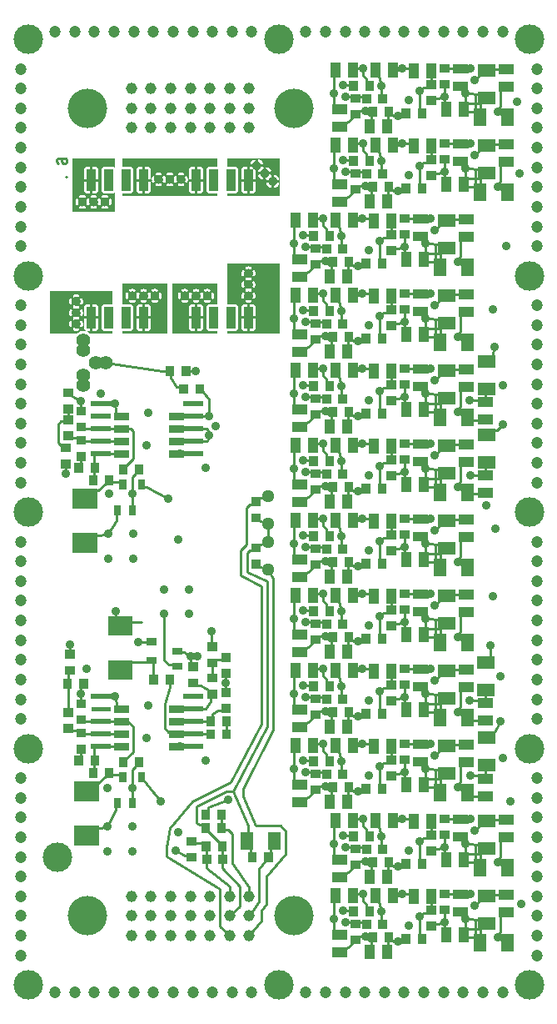
<source format=gbr>
G04 start of page 5 for group 3 idx 3 *
G04 Title: HETPREAMPS, backside *
G04 Creator: pcb 1.99z *
G04 CreationDate: Mi 04 Jun 2014 09:27:22 GMT UTC *
G04 For: stephan *
G04 Format: Gerber/RS-274X *
G04 PCB-Dimensions (mil): 2952.76 4724.41 *
G04 PCB-Coordinate-Origin: lower left *
%MOIN*%
%FSLAX25Y25*%
%LNBACKSIDE*%
%ADD99C,0.0236*%
%ADD98C,0.0256*%
%ADD97C,0.0240*%
%ADD96C,0.0252*%
%ADD95C,0.0866*%
%ADD94C,0.0157*%
%ADD93C,0.0550*%
%ADD92C,0.0512*%
%ADD91C,0.0354*%
%ADD90R,0.0200X0.0200*%
%ADD89R,0.0280X0.0280*%
%ADD88R,0.0300X0.0300*%
%ADD87R,0.0180X0.0180*%
%ADD86R,0.0787X0.0787*%
%ADD85R,0.0280X0.0280*%
%ADD84R,0.0500X0.0500*%
%ADD83R,0.0350X0.0350*%
%ADD82R,0.0394X0.0394*%
%ADD81C,0.0553*%
%ADD80C,0.1181*%
%ADD79C,0.0472*%
%ADD78C,0.1575*%
%ADD77C,0.0453*%
%ADD76C,0.0098*%
%ADD75C,0.0258*%
%ADD74C,0.0198*%
%ADD73C,0.0100*%
%ADD72C,0.0098*%
%ADD71C,0.0001*%
G54D71*G36*
X80195Y363713D02*X81404Y363716D01*
X81555Y363752D01*
X81698Y363811D01*
X81830Y363892D01*
X81948Y363993D01*
X82000Y364054D01*
Y356191D01*
X80195D01*
Y358925D01*
X80261Y358939D01*
X80334Y358966D01*
X80401Y359004D01*
X80462Y359052D01*
X80515Y359109D01*
X80557Y359173D01*
X80588Y359244D01*
X80664Y359474D01*
X80716Y359710D01*
X80748Y359949D01*
X80759Y360191D01*
X80748Y360432D01*
X80716Y360672D01*
X80664Y360908D01*
X80591Y361138D01*
X80559Y361209D01*
X80516Y361274D01*
X80463Y361331D01*
X80402Y361380D01*
X80335Y361418D01*
X80262Y361445D01*
X80195Y361458D01*
Y363713D01*
G37*
G36*
X78001Y363707D02*X80195Y363713D01*
Y361458D01*
X80186Y361460D01*
X80108Y361464D01*
X80031Y361455D01*
X79956Y361434D01*
X79885Y361401D01*
X79820Y361358D01*
X79763Y361306D01*
X79715Y361245D01*
X79677Y361177D01*
X79650Y361104D01*
X79634Y361028D01*
X79631Y360950D01*
X79640Y360873D01*
X79662Y360799D01*
X79711Y360651D01*
X79744Y360500D01*
X79765Y360346D01*
X79772Y360191D01*
X79765Y360036D01*
X79744Y359882D01*
X79711Y359730D01*
X79664Y359582D01*
X79642Y359508D01*
X79633Y359431D01*
X79636Y359354D01*
X79651Y359278D01*
X79678Y359205D01*
X79716Y359138D01*
X79765Y359077D01*
X79822Y359025D01*
X79886Y358982D01*
X79956Y358950D01*
X80031Y358929D01*
X80108Y358920D01*
X80185Y358923D01*
X80195Y358925D01*
Y356191D01*
X78001D01*
Y357432D01*
X78241Y357443D01*
X78481Y357475D01*
X78717Y357527D01*
X78947Y357600D01*
X79018Y357632D01*
X79083Y357675D01*
X79140Y357728D01*
X79189Y357789D01*
X79227Y357856D01*
X79254Y357929D01*
X79269Y358005D01*
X79273Y358083D01*
X79264Y358160D01*
X79243Y358235D01*
X79210Y358306D01*
X79167Y358370D01*
X79115Y358428D01*
X79054Y358476D01*
X78986Y358514D01*
X78913Y358541D01*
X78837Y358557D01*
X78759Y358560D01*
X78682Y358551D01*
X78608Y358529D01*
X78461Y358480D01*
X78309Y358446D01*
X78155Y358426D01*
X78001Y358419D01*
Y361963D01*
X78155Y361956D01*
X78309Y361935D01*
X78461Y361902D01*
X78609Y361855D01*
X78683Y361833D01*
X78760Y361824D01*
X78837Y361827D01*
X78913Y361842D01*
X78985Y361869D01*
X79053Y361907D01*
X79114Y361955D01*
X79166Y362012D01*
X79209Y362077D01*
X79241Y362147D01*
X79262Y362222D01*
X79271Y362299D01*
X79268Y362376D01*
X79252Y362452D01*
X79225Y362525D01*
X79187Y362592D01*
X79139Y362653D01*
X79082Y362706D01*
X79018Y362748D01*
X78947Y362779D01*
X78717Y362855D01*
X78481Y362907D01*
X78241Y362939D01*
X78001Y362949D01*
Y363707D01*
G37*
G36*
X82000Y377441D02*Y373828D01*
X81948Y373889D01*
X81830Y373990D01*
X81698Y374071D01*
X81555Y374130D01*
X81404Y374166D01*
X81250Y374175D01*
X78001Y374167D01*
Y377441D01*
X82000D01*
G37*
G36*
X78001Y374167D02*X77596Y374166D01*
X77445Y374130D01*
X77302Y374071D01*
X77170Y373990D01*
X77052Y373889D01*
X76951Y373771D01*
X76870Y373639D01*
X76811Y373496D01*
X76775Y373345D01*
X76766Y373191D01*
X76775Y364536D01*
X76811Y364386D01*
X76870Y364243D01*
X76951Y364111D01*
X77052Y363993D01*
X77170Y363892D01*
X77302Y363811D01*
X77445Y363752D01*
X77596Y363716D01*
X77750Y363707D01*
X78001Y363707D01*
Y362949D01*
X78000Y362950D01*
X77759Y362939D01*
X77519Y362907D01*
X77283Y362855D01*
X77052Y362782D01*
X76982Y362750D01*
X76917Y362707D01*
X76860Y362654D01*
X76811Y362593D01*
X76773Y362526D01*
X76746Y362453D01*
X76731Y362377D01*
X76727Y362299D01*
X76736Y362222D01*
X76757Y362147D01*
X76790Y362076D01*
X76833Y362011D01*
X76885Y361954D01*
X76946Y361906D01*
X77014Y361868D01*
X77087Y361841D01*
X77163Y361825D01*
X77240Y361822D01*
X77318Y361831D01*
X77392Y361853D01*
X77539Y361902D01*
X77691Y361935D01*
X77845Y361956D01*
X78000Y361963D01*
X78001Y361963D01*
Y358419D01*
X78000Y358419D01*
X77845Y358426D01*
X77691Y358446D01*
X77539Y358480D01*
X77391Y358527D01*
X77317Y358549D01*
X77240Y358558D01*
X77163Y358555D01*
X77087Y358540D01*
X77015Y358513D01*
X76947Y358475D01*
X76886Y358426D01*
X76834Y358369D01*
X76791Y358305D01*
X76759Y358234D01*
X76738Y358160D01*
X76729Y358083D01*
X76732Y358005D01*
X76748Y357930D01*
X76775Y357857D01*
X76813Y357789D01*
X76861Y357729D01*
X76918Y357676D01*
X76982Y357634D01*
X77053Y357603D01*
X77283Y357527D01*
X77519Y357475D01*
X77759Y357443D01*
X78000Y357432D01*
X78001Y357432D01*
Y356191D01*
X75750D01*
Y358935D01*
X75814Y358922D01*
X75892Y358918D01*
X75969Y358927D01*
X76044Y358948D01*
X76115Y358981D01*
X76180Y359024D01*
X76237Y359076D01*
X76285Y359137D01*
X76323Y359205D01*
X76350Y359278D01*
X76366Y359354D01*
X76369Y359431D01*
X76360Y359509D01*
X76338Y359583D01*
X76289Y359730D01*
X76256Y359882D01*
X76247Y359944D01*
X76248Y359949D01*
X76259Y360191D01*
X76248Y360432D01*
X76247Y360438D01*
X76256Y360500D01*
X76289Y360651D01*
X76336Y360799D01*
X76358Y360874D01*
X76367Y360951D01*
X76364Y361028D01*
X76349Y361104D01*
X76322Y361176D01*
X76284Y361244D01*
X76235Y361305D01*
X76178Y361357D01*
X76114Y361400D01*
X76043Y361432D01*
X75969Y361453D01*
X75892Y361462D01*
X75815Y361459D01*
X75754Y361446D01*
X75750Y361447D01*
Y377441D01*
X78001D01*
Y374167D01*
G37*
G36*
X75750Y356191D02*X73501D01*
Y357432D01*
X73741Y357443D01*
X73981Y357475D01*
X74217Y357527D01*
X74447Y357600D01*
X74518Y357632D01*
X74583Y357675D01*
X74640Y357728D01*
X74689Y357789D01*
X74727Y357856D01*
X74754Y357929D01*
X74769Y358005D01*
X74773Y358083D01*
X74764Y358160D01*
X74743Y358235D01*
X74710Y358306D01*
X74667Y358370D01*
X74615Y358428D01*
X74554Y358476D01*
X74486Y358514D01*
X74413Y358541D01*
X74337Y358557D01*
X74259Y358560D01*
X74182Y358551D01*
X74108Y358529D01*
X73961Y358480D01*
X73809Y358446D01*
X73655Y358426D01*
X73501Y358419D01*
Y361963D01*
X73655Y361956D01*
X73809Y361935D01*
X73961Y361902D01*
X74109Y361855D01*
X74183Y361833D01*
X74260Y361824D01*
X74337Y361827D01*
X74413Y361842D01*
X74485Y361869D01*
X74553Y361907D01*
X74614Y361955D01*
X74666Y362012D01*
X74709Y362077D01*
X74741Y362147D01*
X74762Y362222D01*
X74771Y362299D01*
X74768Y362376D01*
X74752Y362452D01*
X74725Y362525D01*
X74687Y362592D01*
X74639Y362653D01*
X74582Y362706D01*
X74518Y362748D01*
X74447Y362779D01*
X74217Y362855D01*
X73981Y362907D01*
X73741Y362939D01*
X73501Y362949D01*
Y363714D01*
X74404Y363716D01*
X74555Y363752D01*
X74698Y363811D01*
X74830Y363892D01*
X74948Y363993D01*
X75049Y364111D01*
X75130Y364243D01*
X75189Y364386D01*
X75225Y364536D01*
X75234Y364691D01*
X75225Y373345D01*
X75189Y373496D01*
X75130Y373639D01*
X75049Y373771D01*
X74948Y373889D01*
X74830Y373990D01*
X74698Y374071D01*
X74555Y374130D01*
X74404Y374166D01*
X74250Y374175D01*
X73501Y374173D01*
Y377441D01*
X75750D01*
Y361447D01*
X75686Y361460D01*
X75608Y361464D01*
X75531Y361455D01*
X75456Y361434D01*
X75385Y361401D01*
X75320Y361358D01*
X75263Y361306D01*
X75215Y361245D01*
X75177Y361177D01*
X75150Y361104D01*
X75134Y361028D01*
X75131Y360950D01*
X75140Y360873D01*
X75162Y360799D01*
X75211Y360651D01*
X75244Y360500D01*
X75253Y360438D01*
X75252Y360432D01*
X75241Y360191D01*
X75252Y359949D01*
X75253Y359944D01*
X75244Y359882D01*
X75211Y359730D01*
X75164Y359582D01*
X75142Y359508D01*
X75133Y359431D01*
X75136Y359354D01*
X75151Y359278D01*
X75178Y359205D01*
X75216Y359138D01*
X75265Y359077D01*
X75322Y359025D01*
X75386Y358982D01*
X75456Y358950D01*
X75531Y358929D01*
X75608Y358920D01*
X75685Y358923D01*
X75746Y358935D01*
X75750Y358935D01*
Y356191D01*
G37*
G36*
X71250Y377441D02*X73501D01*
Y374173D01*
X71250Y374168D01*
Y377441D01*
G37*
G36*
X73501Y356191D02*X71250D01*
Y358935D01*
X71314Y358922D01*
X71392Y358918D01*
X71469Y358927D01*
X71544Y358948D01*
X71615Y358981D01*
X71680Y359024D01*
X71737Y359076D01*
X71785Y359137D01*
X71823Y359205D01*
X71850Y359278D01*
X71866Y359354D01*
X71869Y359431D01*
X71860Y359509D01*
X71838Y359583D01*
X71789Y359730D01*
X71756Y359882D01*
X71747Y359944D01*
X71748Y359949D01*
X71759Y360191D01*
X71748Y360432D01*
X71747Y360438D01*
X71756Y360500D01*
X71789Y360651D01*
X71836Y360799D01*
X71858Y360874D01*
X71867Y360951D01*
X71864Y361028D01*
X71849Y361104D01*
X71822Y361176D01*
X71784Y361244D01*
X71735Y361305D01*
X71678Y361357D01*
X71614Y361400D01*
X71543Y361432D01*
X71469Y361453D01*
X71392Y361462D01*
X71315Y361459D01*
X71254Y361446D01*
X71250Y361447D01*
Y363708D01*
X73501Y363714D01*
Y362949D01*
X73500Y362950D01*
X73259Y362939D01*
X73019Y362907D01*
X72783Y362855D01*
X72552Y362782D01*
X72482Y362750D01*
X72417Y362707D01*
X72360Y362654D01*
X72311Y362593D01*
X72273Y362526D01*
X72246Y362453D01*
X72231Y362377D01*
X72227Y362299D01*
X72236Y362222D01*
X72257Y362147D01*
X72290Y362076D01*
X72333Y362011D01*
X72385Y361954D01*
X72446Y361906D01*
X72514Y361868D01*
X72587Y361841D01*
X72663Y361825D01*
X72740Y361822D01*
X72818Y361831D01*
X72892Y361853D01*
X73039Y361902D01*
X73191Y361935D01*
X73345Y361956D01*
X73500Y361963D01*
X73501Y361963D01*
Y358419D01*
X73500Y358419D01*
X73345Y358426D01*
X73191Y358446D01*
X73039Y358480D01*
X72891Y358527D01*
X72817Y358549D01*
X72740Y358558D01*
X72663Y358555D01*
X72587Y358540D01*
X72515Y358513D01*
X72447Y358475D01*
X72386Y358426D01*
X72334Y358369D01*
X72291Y358305D01*
X72259Y358234D01*
X72238Y358160D01*
X72229Y358083D01*
X72232Y358005D01*
X72248Y357930D01*
X72275Y357857D01*
X72313Y357789D01*
X72361Y357729D01*
X72418Y357676D01*
X72482Y357634D01*
X72553Y357603D01*
X72783Y357527D01*
X73019Y357475D01*
X73259Y357443D01*
X73500Y357432D01*
X73501Y357432D01*
Y356191D01*
G37*
G36*
X71250D02*X69001D01*
Y357432D01*
X69241Y357443D01*
X69481Y357475D01*
X69717Y357527D01*
X69947Y357600D01*
X70018Y357632D01*
X70083Y357675D01*
X70140Y357728D01*
X70189Y357789D01*
X70227Y357856D01*
X70254Y357929D01*
X70269Y358005D01*
X70273Y358083D01*
X70264Y358160D01*
X70243Y358235D01*
X70210Y358306D01*
X70167Y358370D01*
X70115Y358428D01*
X70054Y358476D01*
X69986Y358514D01*
X69913Y358541D01*
X69837Y358557D01*
X69759Y358560D01*
X69682Y358551D01*
X69608Y358529D01*
X69461Y358480D01*
X69309Y358446D01*
X69155Y358426D01*
X69001Y358419D01*
Y361963D01*
X69155Y361956D01*
X69309Y361935D01*
X69461Y361902D01*
X69609Y361855D01*
X69683Y361833D01*
X69760Y361824D01*
X69837Y361827D01*
X69913Y361842D01*
X69985Y361869D01*
X70053Y361907D01*
X70114Y361955D01*
X70166Y362012D01*
X70209Y362077D01*
X70241Y362147D01*
X70262Y362222D01*
X70271Y362299D01*
X70268Y362376D01*
X70252Y362452D01*
X70225Y362525D01*
X70187Y362592D01*
X70139Y362653D01*
X70082Y362706D01*
X70018Y362748D01*
X69947Y362779D01*
X69717Y362855D01*
X69481Y362907D01*
X69241Y362939D01*
X69001Y362949D01*
Y377441D01*
X71250D01*
Y374168D01*
X70596Y374166D01*
X70445Y374130D01*
X70302Y374071D01*
X70170Y373990D01*
X70052Y373889D01*
X69951Y373771D01*
X69870Y373639D01*
X69811Y373496D01*
X69775Y373345D01*
X69766Y373191D01*
X69775Y364536D01*
X69811Y364386D01*
X69870Y364243D01*
X69951Y364111D01*
X70052Y363993D01*
X70170Y363892D01*
X70302Y363811D01*
X70445Y363752D01*
X70596Y363716D01*
X70750Y363707D01*
X71250Y363708D01*
Y361447D01*
X71186Y361460D01*
X71108Y361464D01*
X71031Y361455D01*
X70956Y361434D01*
X70885Y361401D01*
X70820Y361358D01*
X70763Y361306D01*
X70715Y361245D01*
X70677Y361177D01*
X70650Y361104D01*
X70634Y361028D01*
X70631Y360950D01*
X70640Y360873D01*
X70662Y360799D01*
X70711Y360651D01*
X70744Y360500D01*
X70753Y360438D01*
X70752Y360432D01*
X70741Y360191D01*
X70752Y359949D01*
X70753Y359944D01*
X70744Y359882D01*
X70711Y359730D01*
X70664Y359582D01*
X70642Y359508D01*
X70633Y359431D01*
X70636Y359354D01*
X70651Y359278D01*
X70678Y359205D01*
X70716Y359138D01*
X70765Y359077D01*
X70822Y359025D01*
X70886Y358982D01*
X70956Y358950D01*
X71031Y358929D01*
X71108Y358920D01*
X71185Y358923D01*
X71246Y358935D01*
X71250Y358935D01*
Y356191D01*
G37*
G36*
X69001D02*X66805D01*
Y358923D01*
X66814Y358922D01*
X66892Y358918D01*
X66969Y358927D01*
X67044Y358948D01*
X67115Y358981D01*
X67180Y359024D01*
X67237Y359076D01*
X67285Y359137D01*
X67323Y359205D01*
X67350Y359278D01*
X67366Y359354D01*
X67369Y359431D01*
X67360Y359509D01*
X67338Y359583D01*
X67289Y359730D01*
X67256Y359882D01*
X67235Y360036D01*
X67228Y360191D01*
X67235Y360346D01*
X67256Y360500D01*
X67289Y360651D01*
X67336Y360799D01*
X67358Y360874D01*
X67367Y360951D01*
X67364Y361028D01*
X67349Y361104D01*
X67322Y361176D01*
X67284Y361244D01*
X67235Y361305D01*
X67178Y361357D01*
X67114Y361400D01*
X67043Y361432D01*
X66969Y361453D01*
X66892Y361462D01*
X66815Y361459D01*
X66805Y361457D01*
Y377441D01*
X69001D01*
Y362949D01*
X69000Y362950D01*
X68759Y362939D01*
X68519Y362907D01*
X68283Y362855D01*
X68052Y362782D01*
X67982Y362750D01*
X67917Y362707D01*
X67860Y362654D01*
X67811Y362593D01*
X67773Y362526D01*
X67746Y362453D01*
X67731Y362377D01*
X67727Y362299D01*
X67736Y362222D01*
X67757Y362147D01*
X67790Y362076D01*
X67833Y362011D01*
X67885Y361954D01*
X67946Y361906D01*
X68014Y361868D01*
X68087Y361841D01*
X68163Y361825D01*
X68240Y361822D01*
X68318Y361831D01*
X68392Y361853D01*
X68539Y361902D01*
X68691Y361935D01*
X68845Y361956D01*
X69000Y361963D01*
X69001Y361963D01*
Y358419D01*
X69000Y358419D01*
X68845Y358426D01*
X68691Y358446D01*
X68539Y358480D01*
X68391Y358527D01*
X68317Y358549D01*
X68240Y358558D01*
X68163Y358555D01*
X68087Y358540D01*
X68015Y358513D01*
X67947Y358475D01*
X67886Y358426D01*
X67834Y358369D01*
X67791Y358305D01*
X67759Y358234D01*
X67738Y358160D01*
X67729Y358083D01*
X67732Y358005D01*
X67748Y357930D01*
X67775Y357857D01*
X67813Y357789D01*
X67861Y357729D01*
X67918Y357676D01*
X67982Y357634D01*
X68053Y357603D01*
X68283Y357527D01*
X68519Y357475D01*
X68759Y357443D01*
X69000Y357432D01*
X69001Y357432D01*
Y356191D01*
G37*
G36*
X66805D02*X65000D01*
Y377441D01*
X66805D01*
Y361457D01*
X66739Y361443D01*
X66666Y361416D01*
X66599Y361378D01*
X66538Y361330D01*
X66485Y361273D01*
X66443Y361208D01*
X66412Y361138D01*
X66336Y360908D01*
X66284Y360672D01*
X66252Y360432D01*
X66241Y360191D01*
X66252Y359949D01*
X66284Y359710D01*
X66336Y359474D01*
X66409Y359243D01*
X66441Y359173D01*
X66484Y359108D01*
X66537Y359051D01*
X66598Y359002D01*
X66665Y358964D01*
X66738Y358937D01*
X66805Y358923D01*
Y356191D01*
G37*
G36*
X119001Y309053D02*X119052Y308993D01*
X119170Y308892D01*
X119302Y308811D01*
X119445Y308752D01*
X119596Y308716D01*
X119750Y308707D01*
X123000Y308715D01*
Y307441D01*
X119001D01*
Y309053D01*
G37*
G36*
X121195Y327441D02*X123000D01*
Y319175D01*
X121195Y319170D01*
Y321425D01*
X121261Y321439D01*
X121334Y321466D01*
X121401Y321504D01*
X121462Y321552D01*
X121515Y321609D01*
X121557Y321673D01*
X121588Y321744D01*
X121664Y321974D01*
X121716Y322210D01*
X121748Y322449D01*
X121759Y322691D01*
X121748Y322932D01*
X121716Y323172D01*
X121664Y323408D01*
X121591Y323638D01*
X121559Y323709D01*
X121516Y323774D01*
X121463Y323831D01*
X121402Y323880D01*
X121335Y323918D01*
X121262Y323945D01*
X121195Y323958D01*
Y327441D01*
G37*
G36*
X119001D02*X121195D01*
Y323958D01*
X121186Y323960D01*
X121108Y323964D01*
X121031Y323955D01*
X120956Y323934D01*
X120885Y323901D01*
X120820Y323858D01*
X120763Y323806D01*
X120715Y323745D01*
X120677Y323677D01*
X120650Y323604D01*
X120634Y323528D01*
X120631Y323450D01*
X120640Y323373D01*
X120662Y323299D01*
X120711Y323151D01*
X120744Y323000D01*
X120765Y322846D01*
X120772Y322691D01*
X120765Y322536D01*
X120744Y322382D01*
X120711Y322230D01*
X120664Y322082D01*
X120642Y322008D01*
X120633Y321931D01*
X120636Y321854D01*
X120651Y321778D01*
X120678Y321705D01*
X120716Y321638D01*
X120765Y321577D01*
X120822Y321525D01*
X120886Y321482D01*
X120956Y321450D01*
X121031Y321429D01*
X121108Y321420D01*
X121185Y321423D01*
X121195Y321425D01*
Y319170D01*
X119596Y319166D01*
X119445Y319130D01*
X119302Y319071D01*
X119170Y318990D01*
X119052Y318889D01*
X119001Y318829D01*
Y319932D01*
X119241Y319943D01*
X119481Y319975D01*
X119717Y320027D01*
X119947Y320100D01*
X120018Y320132D01*
X120083Y320175D01*
X120140Y320228D01*
X120189Y320289D01*
X120227Y320356D01*
X120254Y320429D01*
X120269Y320505D01*
X120273Y320583D01*
X120264Y320660D01*
X120243Y320735D01*
X120210Y320806D01*
X120167Y320870D01*
X120115Y320928D01*
X120054Y320976D01*
X119986Y321014D01*
X119913Y321041D01*
X119837Y321057D01*
X119759Y321060D01*
X119682Y321051D01*
X119608Y321029D01*
X119461Y320980D01*
X119309Y320946D01*
X119155Y320926D01*
X119001Y320919D01*
Y324463D01*
X119155Y324456D01*
X119309Y324435D01*
X119461Y324402D01*
X119609Y324355D01*
X119683Y324333D01*
X119760Y324324D01*
X119837Y324327D01*
X119913Y324342D01*
X119985Y324369D01*
X120053Y324407D01*
X120114Y324455D01*
X120166Y324512D01*
X120209Y324577D01*
X120241Y324647D01*
X120262Y324722D01*
X120271Y324799D01*
X120268Y324876D01*
X120252Y324952D01*
X120225Y325025D01*
X120187Y325092D01*
X120139Y325153D01*
X120082Y325206D01*
X120018Y325248D01*
X119947Y325279D01*
X119717Y325355D01*
X119481Y325407D01*
X119241Y325439D01*
X119001Y325449D01*
Y327441D01*
G37*
G36*
X116750D02*X119001D01*
Y325449D01*
X119000Y325450D01*
X118759Y325439D01*
X118519Y325407D01*
X118283Y325355D01*
X118053Y325282D01*
X117982Y325250D01*
X117917Y325207D01*
X117860Y325154D01*
X117811Y325093D01*
X117773Y325026D01*
X117746Y324953D01*
X117731Y324877D01*
X117727Y324799D01*
X117736Y324722D01*
X117757Y324647D01*
X117790Y324576D01*
X117833Y324511D01*
X117885Y324454D01*
X117946Y324406D01*
X118014Y324368D01*
X118087Y324341D01*
X118163Y324325D01*
X118240Y324322D01*
X118318Y324331D01*
X118392Y324353D01*
X118539Y324402D01*
X118691Y324435D01*
X118845Y324456D01*
X119000Y324463D01*
X119001Y324463D01*
Y320919D01*
X119000Y320919D01*
X118845Y320926D01*
X118691Y320946D01*
X118539Y320980D01*
X118391Y321027D01*
X118317Y321049D01*
X118240Y321058D01*
X118163Y321055D01*
X118087Y321040D01*
X118015Y321013D01*
X117947Y320975D01*
X117886Y320926D01*
X117834Y320869D01*
X117791Y320805D01*
X117759Y320734D01*
X117738Y320660D01*
X117729Y320583D01*
X117732Y320505D01*
X117748Y320430D01*
X117775Y320357D01*
X117813Y320289D01*
X117861Y320229D01*
X117918Y320176D01*
X117982Y320134D01*
X118053Y320103D01*
X118283Y320027D01*
X118519Y319975D01*
X118759Y319943D01*
X119000Y319932D01*
X119001Y319932D01*
Y318829D01*
X118951Y318771D01*
X118870Y318639D01*
X118811Y318496D01*
X118775Y318345D01*
X118766Y318191D01*
X118775Y309536D01*
X118811Y309386D01*
X118870Y309243D01*
X118951Y309111D01*
X119001Y309053D01*
Y307441D01*
X116750D01*
Y308843D01*
X116830Y308892D01*
X116948Y308993D01*
X117049Y309111D01*
X117130Y309243D01*
X117189Y309386D01*
X117225Y309536D01*
X117234Y309691D01*
X117225Y318345D01*
X117189Y318496D01*
X117130Y318639D01*
X117049Y318771D01*
X116948Y318889D01*
X116830Y318990D01*
X116750Y319039D01*
Y321435D01*
X116814Y321422D01*
X116892Y321418D01*
X116969Y321427D01*
X117044Y321448D01*
X117115Y321481D01*
X117180Y321524D01*
X117237Y321576D01*
X117285Y321637D01*
X117323Y321705D01*
X117350Y321778D01*
X117366Y321854D01*
X117369Y321931D01*
X117360Y322009D01*
X117338Y322083D01*
X117289Y322230D01*
X117256Y322382D01*
X117247Y322444D01*
X117248Y322449D01*
X117259Y322691D01*
X117248Y322932D01*
X117247Y322938D01*
X117256Y323000D01*
X117289Y323151D01*
X117336Y323299D01*
X117358Y323374D01*
X117367Y323451D01*
X117364Y323528D01*
X117349Y323604D01*
X117322Y323676D01*
X117284Y323744D01*
X117235Y323805D01*
X117178Y323857D01*
X117114Y323900D01*
X117043Y323932D01*
X116969Y323953D01*
X116892Y323962D01*
X116815Y323959D01*
X116754Y323946D01*
X116750Y323947D01*
Y327441D01*
G37*
G36*
X114501Y308711D02*X116404Y308716D01*
X116555Y308752D01*
X116698Y308811D01*
X116750Y308843D01*
Y307441D01*
X114501D01*
Y308711D01*
G37*
G36*
Y327441D02*X116750D01*
Y323947D01*
X116686Y323960D01*
X116608Y323964D01*
X116531Y323955D01*
X116456Y323934D01*
X116385Y323901D01*
X116320Y323858D01*
X116263Y323806D01*
X116215Y323745D01*
X116177Y323677D01*
X116150Y323604D01*
X116134Y323528D01*
X116131Y323450D01*
X116140Y323373D01*
X116162Y323299D01*
X116211Y323151D01*
X116244Y323000D01*
X116253Y322938D01*
X116252Y322932D01*
X116241Y322691D01*
X116252Y322449D01*
X116253Y322444D01*
X116244Y322382D01*
X116211Y322230D01*
X116164Y322082D01*
X116142Y322008D01*
X116133Y321931D01*
X116136Y321854D01*
X116151Y321778D01*
X116178Y321705D01*
X116216Y321638D01*
X116265Y321577D01*
X116322Y321525D01*
X116386Y321482D01*
X116456Y321450D01*
X116531Y321429D01*
X116608Y321420D01*
X116685Y321423D01*
X116746Y321435D01*
X116750Y321435D01*
Y319039D01*
X116698Y319071D01*
X116555Y319130D01*
X116404Y319166D01*
X116250Y319175D01*
X114501Y319171D01*
Y319932D01*
X114741Y319943D01*
X114981Y319975D01*
X115217Y320027D01*
X115447Y320100D01*
X115518Y320132D01*
X115583Y320175D01*
X115640Y320228D01*
X115689Y320289D01*
X115727Y320356D01*
X115754Y320429D01*
X115769Y320505D01*
X115773Y320583D01*
X115764Y320660D01*
X115743Y320735D01*
X115710Y320806D01*
X115667Y320870D01*
X115615Y320928D01*
X115554Y320976D01*
X115486Y321014D01*
X115413Y321041D01*
X115337Y321057D01*
X115259Y321060D01*
X115182Y321051D01*
X115108Y321029D01*
X114961Y320980D01*
X114809Y320946D01*
X114655Y320926D01*
X114501Y320919D01*
Y324463D01*
X114655Y324456D01*
X114809Y324435D01*
X114961Y324402D01*
X115109Y324355D01*
X115183Y324333D01*
X115260Y324324D01*
X115337Y324327D01*
X115413Y324342D01*
X115485Y324369D01*
X115553Y324407D01*
X115614Y324455D01*
X115666Y324512D01*
X115709Y324577D01*
X115741Y324647D01*
X115762Y324722D01*
X115771Y324799D01*
X115768Y324876D01*
X115752Y324952D01*
X115725Y325025D01*
X115687Y325092D01*
X115639Y325153D01*
X115582Y325206D01*
X115518Y325248D01*
X115447Y325279D01*
X115217Y325355D01*
X114981Y325407D01*
X114741Y325439D01*
X114501Y325449D01*
Y327441D01*
G37*
G36*
X112250Y308843D02*X112302Y308811D01*
X112445Y308752D01*
X112596Y308716D01*
X112750Y308707D01*
X114501Y308711D01*
Y307441D01*
X112250D01*
Y308843D01*
G37*
G36*
Y327441D02*X114501D01*
Y325449D01*
X114500Y325450D01*
X114259Y325439D01*
X114019Y325407D01*
X113783Y325355D01*
X113553Y325282D01*
X113482Y325250D01*
X113417Y325207D01*
X113360Y325154D01*
X113311Y325093D01*
X113273Y325026D01*
X113246Y324953D01*
X113231Y324877D01*
X113227Y324799D01*
X113236Y324722D01*
X113257Y324647D01*
X113290Y324576D01*
X113333Y324511D01*
X113385Y324454D01*
X113446Y324406D01*
X113514Y324368D01*
X113587Y324341D01*
X113663Y324325D01*
X113740Y324322D01*
X113818Y324331D01*
X113892Y324353D01*
X114039Y324402D01*
X114191Y324435D01*
X114345Y324456D01*
X114500Y324463D01*
X114501Y324463D01*
Y320919D01*
X114500Y320919D01*
X114345Y320926D01*
X114191Y320946D01*
X114039Y320980D01*
X113891Y321027D01*
X113817Y321049D01*
X113740Y321058D01*
X113663Y321055D01*
X113587Y321040D01*
X113515Y321013D01*
X113447Y320975D01*
X113386Y320926D01*
X113334Y320869D01*
X113291Y320805D01*
X113259Y320734D01*
X113238Y320660D01*
X113229Y320583D01*
X113232Y320505D01*
X113248Y320430D01*
X113275Y320357D01*
X113313Y320289D01*
X113361Y320229D01*
X113418Y320176D01*
X113482Y320134D01*
X113553Y320103D01*
X113783Y320027D01*
X114019Y319975D01*
X114259Y319943D01*
X114500Y319932D01*
X114501Y319932D01*
Y319171D01*
X112596Y319166D01*
X112445Y319130D01*
X112302Y319071D01*
X112250Y319039D01*
Y321435D01*
X112314Y321422D01*
X112392Y321418D01*
X112469Y321427D01*
X112544Y321448D01*
X112615Y321481D01*
X112680Y321524D01*
X112737Y321576D01*
X112785Y321637D01*
X112823Y321705D01*
X112850Y321778D01*
X112866Y321854D01*
X112869Y321931D01*
X112860Y322009D01*
X112838Y322083D01*
X112789Y322230D01*
X112756Y322382D01*
X112747Y322444D01*
X112748Y322449D01*
X112759Y322691D01*
X112748Y322932D01*
X112747Y322938D01*
X112756Y323000D01*
X112789Y323151D01*
X112836Y323299D01*
X112858Y323374D01*
X112867Y323451D01*
X112864Y323528D01*
X112849Y323604D01*
X112822Y323676D01*
X112784Y323744D01*
X112735Y323805D01*
X112678Y323857D01*
X112614Y323900D01*
X112543Y323932D01*
X112469Y323953D01*
X112392Y323962D01*
X112315Y323959D01*
X112254Y323946D01*
X112250Y323947D01*
Y327441D01*
G37*
G36*
X110001D02*X112250D01*
Y323947D01*
X112186Y323960D01*
X112108Y323964D01*
X112031Y323955D01*
X111956Y323934D01*
X111885Y323901D01*
X111820Y323858D01*
X111763Y323806D01*
X111715Y323745D01*
X111677Y323677D01*
X111650Y323604D01*
X111634Y323528D01*
X111631Y323450D01*
X111640Y323373D01*
X111662Y323299D01*
X111711Y323151D01*
X111744Y323000D01*
X111753Y322938D01*
X111752Y322932D01*
X111741Y322691D01*
X111752Y322449D01*
X111753Y322444D01*
X111744Y322382D01*
X111711Y322230D01*
X111664Y322082D01*
X111642Y322008D01*
X111633Y321931D01*
X111636Y321854D01*
X111651Y321778D01*
X111678Y321705D01*
X111716Y321638D01*
X111765Y321577D01*
X111822Y321525D01*
X111886Y321482D01*
X111956Y321450D01*
X112031Y321429D01*
X112108Y321420D01*
X112185Y321423D01*
X112246Y321435D01*
X112250Y321435D01*
Y319039D01*
X112170Y318990D01*
X112052Y318889D01*
X111951Y318771D01*
X111870Y318639D01*
X111811Y318496D01*
X111775Y318345D01*
X111766Y318191D01*
X111775Y309536D01*
X111811Y309386D01*
X111870Y309243D01*
X111951Y309111D01*
X112052Y308993D01*
X112170Y308892D01*
X112250Y308843D01*
Y307441D01*
X110001D01*
Y319932D01*
X110241Y319943D01*
X110481Y319975D01*
X110717Y320027D01*
X110947Y320100D01*
X111018Y320132D01*
X111083Y320175D01*
X111140Y320228D01*
X111189Y320289D01*
X111227Y320356D01*
X111254Y320429D01*
X111269Y320505D01*
X111273Y320583D01*
X111264Y320660D01*
X111243Y320735D01*
X111210Y320806D01*
X111167Y320870D01*
X111115Y320928D01*
X111054Y320976D01*
X110986Y321014D01*
X110913Y321041D01*
X110837Y321057D01*
X110759Y321060D01*
X110682Y321051D01*
X110608Y321029D01*
X110461Y320980D01*
X110309Y320946D01*
X110155Y320926D01*
X110001Y320919D01*
Y324463D01*
X110155Y324456D01*
X110309Y324435D01*
X110461Y324402D01*
X110609Y324355D01*
X110683Y324333D01*
X110760Y324324D01*
X110837Y324327D01*
X110913Y324342D01*
X110985Y324369D01*
X111053Y324407D01*
X111114Y324455D01*
X111166Y324512D01*
X111209Y324577D01*
X111241Y324647D01*
X111262Y324722D01*
X111271Y324799D01*
X111268Y324876D01*
X111252Y324952D01*
X111225Y325025D01*
X111187Y325092D01*
X111139Y325153D01*
X111082Y325206D01*
X111018Y325248D01*
X110947Y325279D01*
X110717Y325355D01*
X110481Y325407D01*
X110241Y325439D01*
X110001Y325449D01*
Y327441D01*
G37*
G36*
X107805D02*X110001D01*
Y325449D01*
X110000Y325450D01*
X109759Y325439D01*
X109519Y325407D01*
X109283Y325355D01*
X109053Y325282D01*
X108982Y325250D01*
X108917Y325207D01*
X108860Y325154D01*
X108811Y325093D01*
X108773Y325026D01*
X108746Y324953D01*
X108731Y324877D01*
X108727Y324799D01*
X108736Y324722D01*
X108757Y324647D01*
X108790Y324576D01*
X108833Y324511D01*
X108885Y324454D01*
X108946Y324406D01*
X109014Y324368D01*
X109087Y324341D01*
X109163Y324325D01*
X109240Y324322D01*
X109318Y324331D01*
X109392Y324353D01*
X109539Y324402D01*
X109691Y324435D01*
X109845Y324456D01*
X110000Y324463D01*
X110001Y324463D01*
Y320919D01*
X110000Y320919D01*
X109845Y320926D01*
X109691Y320946D01*
X109539Y320980D01*
X109391Y321027D01*
X109317Y321049D01*
X109240Y321058D01*
X109163Y321055D01*
X109087Y321040D01*
X109015Y321013D01*
X108947Y320975D01*
X108886Y320926D01*
X108834Y320869D01*
X108791Y320805D01*
X108759Y320734D01*
X108738Y320660D01*
X108729Y320583D01*
X108732Y320505D01*
X108748Y320430D01*
X108775Y320357D01*
X108813Y320289D01*
X108861Y320229D01*
X108918Y320176D01*
X108982Y320134D01*
X109053Y320103D01*
X109283Y320027D01*
X109519Y319975D01*
X109759Y319943D01*
X110000Y319932D01*
X110001Y319932D01*
Y307441D01*
X107805D01*
Y321423D01*
X107814Y321422D01*
X107892Y321418D01*
X107969Y321427D01*
X108044Y321448D01*
X108115Y321481D01*
X108180Y321524D01*
X108237Y321576D01*
X108285Y321637D01*
X108323Y321705D01*
X108350Y321778D01*
X108366Y321854D01*
X108369Y321931D01*
X108360Y322009D01*
X108338Y322083D01*
X108289Y322230D01*
X108256Y322382D01*
X108235Y322536D01*
X108228Y322691D01*
X108235Y322846D01*
X108256Y323000D01*
X108289Y323151D01*
X108336Y323299D01*
X108358Y323374D01*
X108367Y323451D01*
X108364Y323528D01*
X108349Y323604D01*
X108322Y323676D01*
X108284Y323744D01*
X108235Y323805D01*
X108178Y323857D01*
X108114Y323900D01*
X108043Y323932D01*
X107969Y323953D01*
X107892Y323962D01*
X107815Y323959D01*
X107805Y323957D01*
Y327441D01*
G37*
G36*
X105000Y307441D02*Y327441D01*
X107805D01*
Y323957D01*
X107739Y323943D01*
X107666Y323916D01*
X107599Y323878D01*
X107538Y323830D01*
X107485Y323773D01*
X107443Y323708D01*
X107412Y323638D01*
X107336Y323408D01*
X107284Y323172D01*
X107252Y322932D01*
X107241Y322691D01*
X107252Y322449D01*
X107284Y322210D01*
X107336Y321974D01*
X107409Y321743D01*
X107441Y321673D01*
X107484Y321608D01*
X107537Y321551D01*
X107598Y321502D01*
X107665Y321464D01*
X107738Y321437D01*
X107805Y321423D01*
Y307441D01*
X105000D01*
G37*
G36*
X100195Y327441D02*X103000D01*
Y307441D01*
X100195D01*
Y321425D01*
X100261Y321439D01*
X100334Y321466D01*
X100401Y321504D01*
X100462Y321552D01*
X100515Y321609D01*
X100557Y321673D01*
X100588Y321744D01*
X100664Y321974D01*
X100716Y322210D01*
X100748Y322449D01*
X100759Y322691D01*
X100748Y322932D01*
X100716Y323172D01*
X100664Y323408D01*
X100591Y323638D01*
X100559Y323709D01*
X100516Y323774D01*
X100463Y323831D01*
X100402Y323880D01*
X100335Y323918D01*
X100262Y323945D01*
X100195Y323958D01*
Y327441D01*
G37*
G36*
X98001D02*X100195D01*
Y323958D01*
X100186Y323960D01*
X100108Y323964D01*
X100031Y323955D01*
X99956Y323934D01*
X99885Y323901D01*
X99820Y323858D01*
X99763Y323806D01*
X99715Y323745D01*
X99677Y323677D01*
X99650Y323604D01*
X99634Y323528D01*
X99631Y323450D01*
X99640Y323373D01*
X99662Y323299D01*
X99711Y323151D01*
X99744Y323000D01*
X99765Y322846D01*
X99772Y322691D01*
X99765Y322536D01*
X99744Y322382D01*
X99711Y322230D01*
X99664Y322082D01*
X99642Y322008D01*
X99633Y321931D01*
X99636Y321854D01*
X99651Y321778D01*
X99678Y321705D01*
X99716Y321638D01*
X99765Y321577D01*
X99822Y321525D01*
X99886Y321482D01*
X99956Y321450D01*
X100031Y321429D01*
X100108Y321420D01*
X100185Y321423D01*
X100195Y321425D01*
Y307441D01*
X98001D01*
Y319932D01*
X98241Y319943D01*
X98481Y319975D01*
X98717Y320027D01*
X98947Y320100D01*
X99018Y320132D01*
X99083Y320175D01*
X99140Y320228D01*
X99189Y320289D01*
X99227Y320356D01*
X99254Y320429D01*
X99269Y320505D01*
X99273Y320583D01*
X99264Y320660D01*
X99243Y320735D01*
X99210Y320806D01*
X99167Y320870D01*
X99115Y320928D01*
X99054Y320976D01*
X98986Y321014D01*
X98913Y321041D01*
X98837Y321057D01*
X98759Y321060D01*
X98682Y321051D01*
X98608Y321029D01*
X98461Y320980D01*
X98309Y320946D01*
X98155Y320926D01*
X98001Y320919D01*
Y324463D01*
X98155Y324456D01*
X98309Y324435D01*
X98461Y324402D01*
X98609Y324355D01*
X98683Y324333D01*
X98760Y324324D01*
X98837Y324327D01*
X98913Y324342D01*
X98985Y324369D01*
X99053Y324407D01*
X99114Y324455D01*
X99166Y324512D01*
X99209Y324577D01*
X99241Y324647D01*
X99262Y324722D01*
X99271Y324799D01*
X99268Y324876D01*
X99252Y324952D01*
X99225Y325025D01*
X99187Y325092D01*
X99139Y325153D01*
X99082Y325206D01*
X99018Y325248D01*
X98947Y325279D01*
X98717Y325355D01*
X98481Y325407D01*
X98241Y325439D01*
X98001Y325449D01*
Y327441D01*
G37*
G36*
X95750D02*X98001D01*
Y325449D01*
X98000Y325450D01*
X97759Y325439D01*
X97519Y325407D01*
X97283Y325355D01*
X97052Y325282D01*
X96982Y325250D01*
X96917Y325207D01*
X96860Y325154D01*
X96811Y325093D01*
X96773Y325026D01*
X96746Y324953D01*
X96731Y324877D01*
X96727Y324799D01*
X96736Y324722D01*
X96757Y324647D01*
X96790Y324576D01*
X96833Y324511D01*
X96885Y324454D01*
X96946Y324406D01*
X97014Y324368D01*
X97087Y324341D01*
X97163Y324325D01*
X97240Y324322D01*
X97318Y324331D01*
X97392Y324353D01*
X97539Y324402D01*
X97691Y324435D01*
X97845Y324456D01*
X98000Y324463D01*
X98001Y324463D01*
Y320919D01*
X98000Y320919D01*
X97845Y320926D01*
X97691Y320946D01*
X97539Y320980D01*
X97391Y321027D01*
X97317Y321049D01*
X97240Y321058D01*
X97163Y321055D01*
X97087Y321040D01*
X97015Y321013D01*
X96947Y320975D01*
X96886Y320926D01*
X96834Y320869D01*
X96791Y320805D01*
X96759Y320734D01*
X96738Y320660D01*
X96729Y320583D01*
X96732Y320505D01*
X96748Y320430D01*
X96775Y320357D01*
X96813Y320289D01*
X96861Y320229D01*
X96918Y320176D01*
X96982Y320134D01*
X97053Y320103D01*
X97283Y320027D01*
X97519Y319975D01*
X97759Y319943D01*
X98000Y319932D01*
X98001Y319932D01*
Y307441D01*
X95750D01*
Y308843D01*
X95830Y308892D01*
X95948Y308993D01*
X96049Y309111D01*
X96130Y309243D01*
X96189Y309386D01*
X96225Y309536D01*
X96234Y309691D01*
X96225Y318345D01*
X96189Y318496D01*
X96130Y318639D01*
X96049Y318771D01*
X95948Y318889D01*
X95830Y318990D01*
X95750Y319039D01*
Y321435D01*
X95814Y321422D01*
X95892Y321418D01*
X95969Y321427D01*
X96044Y321448D01*
X96115Y321481D01*
X96180Y321524D01*
X96237Y321576D01*
X96285Y321637D01*
X96323Y321705D01*
X96350Y321778D01*
X96366Y321854D01*
X96369Y321931D01*
X96360Y322009D01*
X96338Y322083D01*
X96289Y322230D01*
X96256Y322382D01*
X96247Y322444D01*
X96248Y322449D01*
X96259Y322691D01*
X96248Y322932D01*
X96247Y322938D01*
X96256Y323000D01*
X96289Y323151D01*
X96336Y323299D01*
X96358Y323374D01*
X96367Y323451D01*
X96364Y323528D01*
X96349Y323604D01*
X96322Y323676D01*
X96284Y323744D01*
X96235Y323805D01*
X96178Y323857D01*
X96114Y323900D01*
X96043Y323932D01*
X95969Y323953D01*
X95892Y323962D01*
X95815Y323959D01*
X95754Y323946D01*
X95750Y323947D01*
Y327441D01*
G37*
G36*
X93501Y308711D02*X95404Y308716D01*
X95555Y308752D01*
X95698Y308811D01*
X95750Y308843D01*
Y307441D01*
X93501D01*
Y308711D01*
G37*
G36*
Y327441D02*X95750D01*
Y323947D01*
X95686Y323960D01*
X95608Y323964D01*
X95531Y323955D01*
X95456Y323934D01*
X95385Y323901D01*
X95320Y323858D01*
X95263Y323806D01*
X95215Y323745D01*
X95177Y323677D01*
X95150Y323604D01*
X95134Y323528D01*
X95131Y323450D01*
X95140Y323373D01*
X95162Y323299D01*
X95211Y323151D01*
X95244Y323000D01*
X95253Y322938D01*
X95252Y322932D01*
X95241Y322691D01*
X95252Y322449D01*
X95253Y322444D01*
X95244Y322382D01*
X95211Y322230D01*
X95164Y322082D01*
X95142Y322008D01*
X95133Y321931D01*
X95136Y321854D01*
X95151Y321778D01*
X95178Y321705D01*
X95216Y321638D01*
X95265Y321577D01*
X95322Y321525D01*
X95386Y321482D01*
X95456Y321450D01*
X95531Y321429D01*
X95608Y321420D01*
X95685Y321423D01*
X95746Y321435D01*
X95750Y321435D01*
Y319039D01*
X95698Y319071D01*
X95555Y319130D01*
X95404Y319166D01*
X95250Y319175D01*
X93501Y319171D01*
Y319932D01*
X93741Y319943D01*
X93981Y319975D01*
X94217Y320027D01*
X94447Y320100D01*
X94518Y320132D01*
X94583Y320175D01*
X94640Y320228D01*
X94689Y320289D01*
X94727Y320356D01*
X94754Y320429D01*
X94769Y320505D01*
X94773Y320583D01*
X94764Y320660D01*
X94743Y320735D01*
X94710Y320806D01*
X94667Y320870D01*
X94615Y320928D01*
X94554Y320976D01*
X94486Y321014D01*
X94413Y321041D01*
X94337Y321057D01*
X94259Y321060D01*
X94182Y321051D01*
X94108Y321029D01*
X93961Y320980D01*
X93809Y320946D01*
X93655Y320926D01*
X93501Y320919D01*
Y324463D01*
X93655Y324456D01*
X93809Y324435D01*
X93961Y324402D01*
X94109Y324355D01*
X94183Y324333D01*
X94260Y324324D01*
X94337Y324327D01*
X94413Y324342D01*
X94485Y324369D01*
X94553Y324407D01*
X94614Y324455D01*
X94666Y324512D01*
X94709Y324577D01*
X94741Y324647D01*
X94762Y324722D01*
X94771Y324799D01*
X94768Y324876D01*
X94752Y324952D01*
X94725Y325025D01*
X94687Y325092D01*
X94639Y325153D01*
X94582Y325206D01*
X94518Y325248D01*
X94447Y325279D01*
X94217Y325355D01*
X93981Y325407D01*
X93741Y325439D01*
X93501Y325449D01*
Y327441D01*
G37*
G36*
X91250Y308843D02*X91302Y308811D01*
X91445Y308752D01*
X91596Y308716D01*
X91750Y308707D01*
X93501Y308711D01*
Y307441D01*
X91250D01*
Y308843D01*
G37*
G36*
Y327441D02*X93501D01*
Y325449D01*
X93500Y325450D01*
X93259Y325439D01*
X93019Y325407D01*
X92783Y325355D01*
X92552Y325282D01*
X92482Y325250D01*
X92417Y325207D01*
X92360Y325154D01*
X92311Y325093D01*
X92273Y325026D01*
X92246Y324953D01*
X92231Y324877D01*
X92227Y324799D01*
X92236Y324722D01*
X92257Y324647D01*
X92290Y324576D01*
X92333Y324511D01*
X92385Y324454D01*
X92446Y324406D01*
X92514Y324368D01*
X92587Y324341D01*
X92663Y324325D01*
X92740Y324322D01*
X92818Y324331D01*
X92892Y324353D01*
X93039Y324402D01*
X93191Y324435D01*
X93345Y324456D01*
X93500Y324463D01*
X93501Y324463D01*
Y320919D01*
X93500Y320919D01*
X93345Y320926D01*
X93191Y320946D01*
X93039Y320980D01*
X92891Y321027D01*
X92817Y321049D01*
X92740Y321058D01*
X92663Y321055D01*
X92587Y321040D01*
X92515Y321013D01*
X92447Y320975D01*
X92386Y320926D01*
X92334Y320869D01*
X92291Y320805D01*
X92259Y320734D01*
X92238Y320660D01*
X92229Y320583D01*
X92232Y320505D01*
X92248Y320430D01*
X92275Y320357D01*
X92313Y320289D01*
X92361Y320229D01*
X92418Y320176D01*
X92482Y320134D01*
X92553Y320103D01*
X92783Y320027D01*
X93019Y319975D01*
X93259Y319943D01*
X93500Y319932D01*
X93501Y319932D01*
Y319171D01*
X91596Y319166D01*
X91445Y319130D01*
X91302Y319071D01*
X91250Y319039D01*
Y321435D01*
X91314Y321422D01*
X91392Y321418D01*
X91469Y321427D01*
X91544Y321448D01*
X91615Y321481D01*
X91680Y321524D01*
X91737Y321576D01*
X91785Y321637D01*
X91823Y321705D01*
X91850Y321778D01*
X91866Y321854D01*
X91869Y321931D01*
X91860Y322009D01*
X91838Y322083D01*
X91789Y322230D01*
X91756Y322382D01*
X91747Y322444D01*
X91748Y322449D01*
X91759Y322691D01*
X91748Y322932D01*
X91747Y322938D01*
X91756Y323000D01*
X91789Y323151D01*
X91836Y323299D01*
X91858Y323374D01*
X91867Y323451D01*
X91864Y323528D01*
X91849Y323604D01*
X91822Y323676D01*
X91784Y323744D01*
X91735Y323805D01*
X91678Y323857D01*
X91614Y323900D01*
X91543Y323932D01*
X91469Y323953D01*
X91392Y323962D01*
X91315Y323959D01*
X91254Y323946D01*
X91250Y323947D01*
Y327441D01*
G37*
G36*
X89001Y309055D02*X89049Y309111D01*
X89130Y309243D01*
X89189Y309386D01*
X89225Y309536D01*
X89234Y309691D01*
X89225Y318345D01*
X89189Y318496D01*
X89130Y318639D01*
X89049Y318771D01*
X89001Y318827D01*
Y319932D01*
X89241Y319943D01*
X89481Y319975D01*
X89717Y320027D01*
X89947Y320100D01*
X90018Y320132D01*
X90083Y320175D01*
X90140Y320228D01*
X90189Y320289D01*
X90227Y320356D01*
X90254Y320429D01*
X90269Y320505D01*
X90273Y320583D01*
X90264Y320660D01*
X90243Y320735D01*
X90210Y320806D01*
X90167Y320870D01*
X90115Y320928D01*
X90054Y320976D01*
X89986Y321014D01*
X89913Y321041D01*
X89837Y321057D01*
X89759Y321060D01*
X89682Y321051D01*
X89608Y321029D01*
X89461Y320980D01*
X89309Y320946D01*
X89155Y320926D01*
X89001Y320919D01*
Y324463D01*
X89155Y324456D01*
X89309Y324435D01*
X89461Y324402D01*
X89609Y324355D01*
X89683Y324333D01*
X89760Y324324D01*
X89837Y324327D01*
X89913Y324342D01*
X89985Y324369D01*
X90053Y324407D01*
X90114Y324455D01*
X90166Y324512D01*
X90209Y324577D01*
X90241Y324647D01*
X90262Y324722D01*
X90271Y324799D01*
X90268Y324876D01*
X90252Y324952D01*
X90225Y325025D01*
X90187Y325092D01*
X90139Y325153D01*
X90082Y325206D01*
X90018Y325248D01*
X89947Y325279D01*
X89717Y325355D01*
X89481Y325407D01*
X89241Y325439D01*
X89001Y325449D01*
Y327441D01*
X91250D01*
Y323947D01*
X91186Y323960D01*
X91108Y323964D01*
X91031Y323955D01*
X90956Y323934D01*
X90885Y323901D01*
X90820Y323858D01*
X90763Y323806D01*
X90715Y323745D01*
X90677Y323677D01*
X90650Y323604D01*
X90634Y323528D01*
X90631Y323450D01*
X90640Y323373D01*
X90662Y323299D01*
X90711Y323151D01*
X90744Y323000D01*
X90753Y322938D01*
X90752Y322932D01*
X90741Y322691D01*
X90752Y322449D01*
X90753Y322444D01*
X90744Y322382D01*
X90711Y322230D01*
X90664Y322082D01*
X90642Y322008D01*
X90633Y321931D01*
X90636Y321854D01*
X90651Y321778D01*
X90678Y321705D01*
X90716Y321638D01*
X90765Y321577D01*
X90822Y321525D01*
X90886Y321482D01*
X90956Y321450D01*
X91031Y321429D01*
X91108Y321420D01*
X91185Y321423D01*
X91246Y321435D01*
X91250Y321435D01*
Y319039D01*
X91170Y318990D01*
X91052Y318889D01*
X90951Y318771D01*
X90870Y318639D01*
X90811Y318496D01*
X90775Y318345D01*
X90766Y318191D01*
X90775Y309536D01*
X90811Y309386D01*
X90870Y309243D01*
X90951Y309111D01*
X91052Y308993D01*
X91170Y308892D01*
X91250Y308843D01*
Y307441D01*
X89001D01*
Y309055D01*
G37*
G36*
Y318827D02*X88948Y318889D01*
X88830Y318990D01*
X88698Y319071D01*
X88555Y319130D01*
X88404Y319166D01*
X88250Y319175D01*
X86805Y319172D01*
Y321423D01*
X86814Y321422D01*
X86892Y321418D01*
X86969Y321427D01*
X87044Y321448D01*
X87115Y321481D01*
X87180Y321524D01*
X87237Y321576D01*
X87285Y321637D01*
X87323Y321705D01*
X87350Y321778D01*
X87366Y321854D01*
X87369Y321931D01*
X87360Y322009D01*
X87338Y322083D01*
X87289Y322230D01*
X87256Y322382D01*
X87235Y322536D01*
X87228Y322691D01*
X87235Y322846D01*
X87256Y323000D01*
X87289Y323151D01*
X87336Y323299D01*
X87358Y323374D01*
X87367Y323451D01*
X87364Y323528D01*
X87349Y323604D01*
X87322Y323676D01*
X87284Y323744D01*
X87235Y323805D01*
X87178Y323857D01*
X87114Y323900D01*
X87043Y323932D01*
X86969Y323953D01*
X86892Y323962D01*
X86815Y323959D01*
X86805Y323957D01*
Y327441D01*
X89001D01*
Y325449D01*
X89000Y325450D01*
X88759Y325439D01*
X88519Y325407D01*
X88283Y325355D01*
X88052Y325282D01*
X87982Y325250D01*
X87917Y325207D01*
X87860Y325154D01*
X87811Y325093D01*
X87773Y325026D01*
X87746Y324953D01*
X87731Y324877D01*
X87727Y324799D01*
X87736Y324722D01*
X87757Y324647D01*
X87790Y324576D01*
X87833Y324511D01*
X87885Y324454D01*
X87946Y324406D01*
X88014Y324368D01*
X88087Y324341D01*
X88163Y324325D01*
X88240Y324322D01*
X88318Y324331D01*
X88392Y324353D01*
X88539Y324402D01*
X88691Y324435D01*
X88845Y324456D01*
X89000Y324463D01*
X89001Y324463D01*
Y320919D01*
X89000Y320919D01*
X88845Y320926D01*
X88691Y320946D01*
X88539Y320980D01*
X88391Y321027D01*
X88317Y321049D01*
X88240Y321058D01*
X88163Y321055D01*
X88087Y321040D01*
X88015Y321013D01*
X87947Y320975D01*
X87886Y320926D01*
X87834Y320869D01*
X87791Y320805D01*
X87759Y320734D01*
X87738Y320660D01*
X87729Y320583D01*
X87732Y320505D01*
X87748Y320430D01*
X87775Y320357D01*
X87813Y320289D01*
X87861Y320229D01*
X87918Y320176D01*
X87982Y320134D01*
X88053Y320103D01*
X88283Y320027D01*
X88519Y319975D01*
X88759Y319943D01*
X89000Y319932D01*
X89001Y319932D01*
Y318827D01*
G37*
G36*
X86805Y319172D02*X85000Y319167D01*
Y327441D01*
X86805D01*
Y323957D01*
X86739Y323943D01*
X86666Y323916D01*
X86599Y323878D01*
X86538Y323830D01*
X86485Y323773D01*
X86443Y323708D01*
X86412Y323638D01*
X86336Y323408D01*
X86284Y323172D01*
X86252Y322932D01*
X86241Y322691D01*
X86252Y322449D01*
X86284Y322210D01*
X86336Y321974D01*
X86409Y321743D01*
X86441Y321673D01*
X86484Y321608D01*
X86537Y321551D01*
X86598Y321502D01*
X86665Y321464D01*
X86738Y321437D01*
X86805Y321423D01*
Y319172D01*
G37*
G36*
X85000Y307441D02*Y308707D01*
X88404Y308716D01*
X88555Y308752D01*
X88698Y308811D01*
X88830Y308892D01*
X88948Y308993D01*
X89001Y309055D01*
Y307441D01*
X85000D01*
G37*
G36*
X81000D02*X72500D01*
Y308711D01*
X74404Y308716D01*
X74555Y308752D01*
X74698Y308811D01*
X74830Y308892D01*
X74948Y308993D01*
X75049Y309111D01*
X75130Y309243D01*
X75189Y309386D01*
X75225Y309536D01*
X75234Y309691D01*
X75225Y318345D01*
X75189Y318496D01*
X75130Y318639D01*
X75049Y318771D01*
X74948Y318889D01*
X74830Y318990D01*
X74698Y319071D01*
X74555Y319130D01*
X74404Y319166D01*
X74250Y319175D01*
X72500Y319171D01*
Y324441D01*
X81000D01*
Y319175D01*
X77596Y319166D01*
X77445Y319130D01*
X77302Y319071D01*
X77170Y318990D01*
X77052Y318889D01*
X76951Y318771D01*
X76870Y318639D01*
X76811Y318496D01*
X76775Y318345D01*
X76766Y318191D01*
X76775Y309536D01*
X76811Y309386D01*
X76870Y309243D01*
X76951Y309111D01*
X77052Y308993D01*
X77170Y308892D01*
X77302Y308811D01*
X77445Y308752D01*
X77596Y308716D01*
X77750Y308707D01*
X81000Y308715D01*
Y307441D01*
G37*
G36*
X72500D02*X72296D01*
X72160Y307601D01*
X71711Y307984D01*
X71208Y308293D01*
X70662Y308518D01*
X70088Y308656D01*
X69500Y308703D01*
X68912Y308656D01*
X68695Y308604D01*
Y310175D01*
X68761Y310189D01*
X68834Y310216D01*
X68901Y310254D01*
X68962Y310302D01*
X69015Y310359D01*
X69057Y310423D01*
X69088Y310494D01*
X69164Y310724D01*
X69216Y310960D01*
X69248Y311199D01*
X69259Y311441D01*
X69248Y311682D01*
X69216Y311922D01*
X69164Y312158D01*
X69091Y312388D01*
X69059Y312459D01*
X69016Y312524D01*
X68963Y312581D01*
X68902Y312630D01*
X68835Y312668D01*
X68762Y312695D01*
X68695Y312708D01*
Y314675D01*
X68761Y314689D01*
X68834Y314716D01*
X68901Y314754D01*
X68962Y314802D01*
X69015Y314859D01*
X69057Y314923D01*
X69088Y314994D01*
X69164Y315224D01*
X69216Y315460D01*
X69248Y315699D01*
X69259Y315941D01*
X69248Y316182D01*
X69216Y316422D01*
X69164Y316658D01*
X69091Y316888D01*
X69059Y316959D01*
X69016Y317024D01*
X68963Y317081D01*
X68902Y317130D01*
X68835Y317168D01*
X68762Y317195D01*
X68695Y317208D01*
Y319175D01*
X68761Y319189D01*
X68834Y319216D01*
X68901Y319254D01*
X68962Y319302D01*
X69015Y319359D01*
X69057Y319423D01*
X69088Y319494D01*
X69164Y319724D01*
X69216Y319960D01*
X69248Y320199D01*
X69259Y320441D01*
X69248Y320682D01*
X69216Y320922D01*
X69164Y321158D01*
X69091Y321388D01*
X69059Y321459D01*
X69016Y321524D01*
X68963Y321581D01*
X68902Y321630D01*
X68835Y321668D01*
X68762Y321695D01*
X68695Y321708D01*
Y324441D01*
X72500D01*
Y319171D01*
X70596Y319166D01*
X70445Y319130D01*
X70302Y319071D01*
X70170Y318990D01*
X70052Y318889D01*
X69951Y318771D01*
X69870Y318639D01*
X69811Y318496D01*
X69775Y318345D01*
X69766Y318191D01*
X69775Y309536D01*
X69811Y309386D01*
X69870Y309243D01*
X69951Y309111D01*
X70052Y308993D01*
X70170Y308892D01*
X70302Y308811D01*
X70445Y308752D01*
X70596Y308716D01*
X70750Y308707D01*
X72500Y308711D01*
Y307441D01*
G37*
G36*
X68695Y308604D02*X68338Y308518D01*
X67792Y308293D01*
X67289Y307984D01*
X66840Y307601D01*
X66704Y307441D01*
X66501D01*
Y308682D01*
X66741Y308693D01*
X66981Y308725D01*
X67217Y308777D01*
X67447Y308850D01*
X67518Y308882D01*
X67583Y308925D01*
X67640Y308978D01*
X67689Y309039D01*
X67727Y309106D01*
X67754Y309179D01*
X67769Y309255D01*
X67773Y309333D01*
X67764Y309410D01*
X67743Y309485D01*
X67710Y309556D01*
X67667Y309620D01*
X67615Y309678D01*
X67554Y309726D01*
X67486Y309764D01*
X67413Y309791D01*
X67337Y309807D01*
X67259Y309810D01*
X67182Y309801D01*
X67108Y309779D01*
X66961Y309730D01*
X66809Y309696D01*
X66655Y309676D01*
X66501Y309669D01*
Y313182D01*
X66741Y313193D01*
X66747Y313194D01*
X66809Y313185D01*
X66961Y313152D01*
X67109Y313105D01*
X67183Y313083D01*
X67260Y313074D01*
X67337Y313077D01*
X67413Y313092D01*
X67485Y313119D01*
X67553Y313157D01*
X67614Y313205D01*
X67666Y313262D01*
X67709Y313327D01*
X67741Y313397D01*
X67762Y313472D01*
X67771Y313549D01*
X67768Y313626D01*
X67755Y313687D01*
X67769Y313755D01*
X67773Y313833D01*
X67764Y313910D01*
X67743Y313985D01*
X67710Y314056D01*
X67667Y314120D01*
X67615Y314178D01*
X67554Y314226D01*
X67486Y314264D01*
X67413Y314291D01*
X67337Y314307D01*
X67259Y314310D01*
X67182Y314301D01*
X67108Y314279D01*
X66961Y314230D01*
X66809Y314196D01*
X66747Y314188D01*
X66741Y314189D01*
X66501Y314199D01*
Y317682D01*
X66741Y317693D01*
X66747Y317694D01*
X66809Y317685D01*
X66961Y317652D01*
X67109Y317605D01*
X67183Y317583D01*
X67260Y317574D01*
X67337Y317577D01*
X67413Y317592D01*
X67485Y317619D01*
X67553Y317657D01*
X67614Y317705D01*
X67666Y317762D01*
X67709Y317827D01*
X67741Y317897D01*
X67762Y317972D01*
X67771Y318049D01*
X67768Y318126D01*
X67755Y318187D01*
X67769Y318255D01*
X67773Y318333D01*
X67764Y318410D01*
X67743Y318485D01*
X67710Y318556D01*
X67667Y318620D01*
X67615Y318678D01*
X67554Y318726D01*
X67486Y318764D01*
X67413Y318791D01*
X67337Y318807D01*
X67259Y318810D01*
X67182Y318801D01*
X67108Y318779D01*
X66961Y318730D01*
X66809Y318696D01*
X66747Y318688D01*
X66741Y318689D01*
X66501Y318699D01*
Y322213D01*
X66655Y322206D01*
X66809Y322185D01*
X66961Y322152D01*
X67109Y322105D01*
X67183Y322083D01*
X67260Y322074D01*
X67337Y322077D01*
X67413Y322092D01*
X67485Y322119D01*
X67553Y322157D01*
X67614Y322205D01*
X67666Y322262D01*
X67709Y322327D01*
X67741Y322397D01*
X67762Y322472D01*
X67771Y322549D01*
X67768Y322626D01*
X67752Y322702D01*
X67725Y322775D01*
X67687Y322842D01*
X67639Y322903D01*
X67582Y322956D01*
X67518Y322998D01*
X67447Y323029D01*
X67217Y323105D01*
X66981Y323157D01*
X66741Y323189D01*
X66501Y323199D01*
Y324441D01*
X68695D01*
Y321708D01*
X68686Y321710D01*
X68608Y321714D01*
X68531Y321705D01*
X68456Y321684D01*
X68385Y321651D01*
X68320Y321608D01*
X68263Y321556D01*
X68215Y321495D01*
X68177Y321427D01*
X68150Y321354D01*
X68134Y321278D01*
X68131Y321200D01*
X68140Y321123D01*
X68162Y321049D01*
X68211Y320901D01*
X68244Y320750D01*
X68265Y320596D01*
X68272Y320441D01*
X68265Y320286D01*
X68244Y320132D01*
X68211Y319980D01*
X68164Y319832D01*
X68142Y319758D01*
X68133Y319681D01*
X68136Y319604D01*
X68151Y319528D01*
X68178Y319455D01*
X68216Y319388D01*
X68265Y319327D01*
X68322Y319275D01*
X68386Y319232D01*
X68456Y319200D01*
X68531Y319179D01*
X68608Y319170D01*
X68685Y319173D01*
X68695Y319175D01*
Y317208D01*
X68686Y317210D01*
X68608Y317214D01*
X68531Y317205D01*
X68456Y317184D01*
X68385Y317151D01*
X68320Y317108D01*
X68263Y317056D01*
X68215Y316995D01*
X68177Y316927D01*
X68150Y316854D01*
X68134Y316778D01*
X68131Y316700D01*
X68140Y316623D01*
X68162Y316549D01*
X68211Y316401D01*
X68244Y316250D01*
X68265Y316096D01*
X68272Y315941D01*
X68265Y315786D01*
X68244Y315632D01*
X68211Y315480D01*
X68164Y315332D01*
X68142Y315258D01*
X68133Y315181D01*
X68136Y315104D01*
X68151Y315028D01*
X68178Y314955D01*
X68216Y314888D01*
X68265Y314827D01*
X68322Y314775D01*
X68386Y314732D01*
X68456Y314700D01*
X68531Y314679D01*
X68608Y314670D01*
X68685Y314673D01*
X68695Y314675D01*
Y312708D01*
X68686Y312710D01*
X68608Y312714D01*
X68531Y312705D01*
X68456Y312684D01*
X68385Y312651D01*
X68320Y312608D01*
X68263Y312556D01*
X68215Y312495D01*
X68177Y312427D01*
X68150Y312354D01*
X68134Y312278D01*
X68131Y312200D01*
X68140Y312123D01*
X68162Y312049D01*
X68211Y311901D01*
X68244Y311750D01*
X68265Y311596D01*
X68272Y311441D01*
X68265Y311286D01*
X68244Y311132D01*
X68211Y310980D01*
X68164Y310832D01*
X68142Y310758D01*
X68133Y310681D01*
X68136Y310604D01*
X68151Y310528D01*
X68178Y310455D01*
X68216Y310388D01*
X68265Y310327D01*
X68322Y310275D01*
X68386Y310232D01*
X68456Y310200D01*
X68531Y310179D01*
X68608Y310170D01*
X68685Y310173D01*
X68695Y310175D01*
Y308604D01*
G37*
G36*
X66501Y307441D02*X64305D01*
Y310173D01*
X64314Y310172D01*
X64392Y310168D01*
X64469Y310177D01*
X64544Y310198D01*
X64615Y310231D01*
X64680Y310274D01*
X64737Y310326D01*
X64785Y310387D01*
X64823Y310455D01*
X64850Y310528D01*
X64866Y310604D01*
X64869Y310681D01*
X64860Y310759D01*
X64838Y310833D01*
X64789Y310980D01*
X64755Y311132D01*
X64735Y311286D01*
X64728Y311441D01*
X64735Y311596D01*
X64755Y311750D01*
X64789Y311901D01*
X64836Y312049D01*
X64858Y312124D01*
X64867Y312201D01*
X64864Y312278D01*
X64849Y312354D01*
X64822Y312426D01*
X64784Y312494D01*
X64735Y312555D01*
X64678Y312607D01*
X64614Y312650D01*
X64543Y312682D01*
X64469Y312703D01*
X64392Y312712D01*
X64315Y312709D01*
X64305Y312707D01*
Y314673D01*
X64314Y314672D01*
X64392Y314668D01*
X64469Y314677D01*
X64544Y314698D01*
X64615Y314731D01*
X64680Y314774D01*
X64737Y314826D01*
X64785Y314887D01*
X64823Y314955D01*
X64850Y315028D01*
X64866Y315104D01*
X64869Y315181D01*
X64860Y315259D01*
X64838Y315333D01*
X64789Y315480D01*
X64755Y315632D01*
X64735Y315786D01*
X64728Y315941D01*
X64735Y316096D01*
X64755Y316250D01*
X64789Y316401D01*
X64836Y316549D01*
X64858Y316624D01*
X64867Y316701D01*
X64864Y316778D01*
X64849Y316854D01*
X64822Y316926D01*
X64784Y316994D01*
X64735Y317055D01*
X64678Y317107D01*
X64614Y317150D01*
X64543Y317182D01*
X64469Y317203D01*
X64392Y317212D01*
X64315Y317209D01*
X64305Y317207D01*
Y319173D01*
X64314Y319172D01*
X64392Y319168D01*
X64469Y319177D01*
X64544Y319198D01*
X64615Y319231D01*
X64680Y319274D01*
X64737Y319326D01*
X64785Y319387D01*
X64823Y319455D01*
X64850Y319528D01*
X64866Y319604D01*
X64869Y319681D01*
X64860Y319759D01*
X64838Y319833D01*
X64789Y319980D01*
X64755Y320132D01*
X64735Y320286D01*
X64728Y320441D01*
X64735Y320596D01*
X64755Y320750D01*
X64789Y320901D01*
X64836Y321049D01*
X64858Y321124D01*
X64867Y321201D01*
X64864Y321278D01*
X64849Y321354D01*
X64822Y321426D01*
X64784Y321494D01*
X64735Y321555D01*
X64678Y321607D01*
X64614Y321650D01*
X64543Y321682D01*
X64469Y321703D01*
X64392Y321712D01*
X64315Y321709D01*
X64305Y321707D01*
Y324441D01*
X66501D01*
Y323199D01*
X66500Y323200D01*
X66259Y323189D01*
X66019Y323157D01*
X65783Y323105D01*
X65552Y323032D01*
X65482Y323000D01*
X65417Y322957D01*
X65360Y322904D01*
X65311Y322843D01*
X65273Y322776D01*
X65246Y322703D01*
X65231Y322627D01*
X65227Y322549D01*
X65236Y322472D01*
X65257Y322397D01*
X65290Y322326D01*
X65333Y322261D01*
X65385Y322204D01*
X65446Y322156D01*
X65514Y322118D01*
X65587Y322091D01*
X65663Y322075D01*
X65740Y322072D01*
X65818Y322081D01*
X65892Y322103D01*
X66039Y322152D01*
X66191Y322185D01*
X66345Y322206D01*
X66500Y322213D01*
X66501Y322213D01*
Y318699D01*
X66500Y318700D01*
X66259Y318689D01*
X66253Y318688D01*
X66191Y318696D01*
X66039Y318730D01*
X65891Y318777D01*
X65817Y318799D01*
X65740Y318808D01*
X65663Y318805D01*
X65587Y318790D01*
X65515Y318763D01*
X65447Y318725D01*
X65386Y318676D01*
X65334Y318619D01*
X65291Y318555D01*
X65259Y318484D01*
X65238Y318410D01*
X65229Y318333D01*
X65232Y318255D01*
X65245Y318195D01*
X65231Y318127D01*
X65227Y318049D01*
X65236Y317972D01*
X65257Y317897D01*
X65290Y317826D01*
X65333Y317761D01*
X65385Y317704D01*
X65446Y317656D01*
X65514Y317618D01*
X65587Y317591D01*
X65663Y317575D01*
X65740Y317572D01*
X65818Y317581D01*
X65892Y317603D01*
X66039Y317652D01*
X66191Y317685D01*
X66253Y317694D01*
X66259Y317693D01*
X66500Y317682D01*
X66501Y317682D01*
Y314199D01*
X66500Y314200D01*
X66259Y314189D01*
X66253Y314188D01*
X66191Y314196D01*
X66039Y314230D01*
X65891Y314277D01*
X65817Y314299D01*
X65740Y314308D01*
X65663Y314305D01*
X65587Y314290D01*
X65515Y314263D01*
X65447Y314225D01*
X65386Y314176D01*
X65334Y314119D01*
X65291Y314055D01*
X65259Y313984D01*
X65238Y313910D01*
X65229Y313833D01*
X65232Y313755D01*
X65245Y313695D01*
X65231Y313627D01*
X65227Y313549D01*
X65236Y313472D01*
X65257Y313397D01*
X65290Y313326D01*
X65333Y313261D01*
X65385Y313204D01*
X65446Y313156D01*
X65514Y313118D01*
X65587Y313091D01*
X65663Y313075D01*
X65740Y313072D01*
X65818Y313081D01*
X65892Y313103D01*
X66039Y313152D01*
X66191Y313185D01*
X66253Y313194D01*
X66259Y313193D01*
X66500Y313182D01*
X66501Y313182D01*
Y309669D01*
X66500Y309669D01*
X66345Y309676D01*
X66191Y309696D01*
X66039Y309730D01*
X65891Y309777D01*
X65817Y309799D01*
X65740Y309808D01*
X65663Y309805D01*
X65587Y309790D01*
X65515Y309763D01*
X65447Y309725D01*
X65386Y309676D01*
X65334Y309619D01*
X65291Y309555D01*
X65259Y309484D01*
X65238Y309410D01*
X65229Y309333D01*
X65232Y309255D01*
X65248Y309180D01*
X65275Y309107D01*
X65313Y309039D01*
X65361Y308979D01*
X65418Y308926D01*
X65482Y308884D01*
X65553Y308853D01*
X65783Y308777D01*
X66019Y308725D01*
X66259Y308693D01*
X66500Y308682D01*
X66501Y308682D01*
Y307441D01*
G37*
G36*
X64305D02*X56000D01*
Y324441D01*
X64305D01*
Y321707D01*
X64239Y321693D01*
X64166Y321666D01*
X64099Y321628D01*
X64038Y321580D01*
X63985Y321523D01*
X63943Y321458D01*
X63912Y321388D01*
X63836Y321158D01*
X63784Y320922D01*
X63752Y320682D01*
X63741Y320441D01*
X63752Y320199D01*
X63784Y319960D01*
X63836Y319724D01*
X63909Y319493D01*
X63941Y319423D01*
X63984Y319358D01*
X64037Y319301D01*
X64098Y319252D01*
X64165Y319214D01*
X64238Y319187D01*
X64305Y319173D01*
Y317207D01*
X64239Y317193D01*
X64166Y317166D01*
X64099Y317128D01*
X64038Y317080D01*
X63985Y317023D01*
X63943Y316958D01*
X63912Y316888D01*
X63836Y316658D01*
X63784Y316422D01*
X63752Y316182D01*
X63741Y315941D01*
X63752Y315699D01*
X63784Y315460D01*
X63836Y315224D01*
X63909Y314993D01*
X63941Y314923D01*
X63984Y314858D01*
X64037Y314801D01*
X64098Y314752D01*
X64165Y314714D01*
X64238Y314687D01*
X64305Y314673D01*
Y312707D01*
X64239Y312693D01*
X64166Y312666D01*
X64099Y312628D01*
X64038Y312580D01*
X63985Y312523D01*
X63943Y312458D01*
X63912Y312388D01*
X63836Y312158D01*
X63784Y311922D01*
X63752Y311682D01*
X63741Y311441D01*
X63752Y311199D01*
X63784Y310960D01*
X63836Y310724D01*
X63909Y310493D01*
X63941Y310423D01*
X63984Y310358D01*
X64037Y310301D01*
X64098Y310252D01*
X64165Y310214D01*
X64238Y310187D01*
X64305Y310173D01*
Y307441D01*
G37*
G36*
X148000Y377441D02*Y362441D01*
X146754D01*
Y366132D01*
X146830Y366180D01*
X147022Y366327D01*
X147201Y366490D01*
X147364Y366669D01*
X147511Y366860D01*
X147641Y367064D01*
X147752Y367279D01*
X147780Y367352D01*
X147795Y367428D01*
X147798Y367505D01*
X147789Y367583D01*
X147768Y367658D01*
X147736Y367728D01*
X147693Y367793D01*
X147640Y367850D01*
X147580Y367899D01*
X147512Y367937D01*
X147439Y367964D01*
X147363Y367979D01*
X147285Y367982D01*
X147208Y367974D01*
X147133Y367953D01*
X147062Y367920D01*
X146998Y367877D01*
X146940Y367825D01*
X146892Y367764D01*
X146855Y367695D01*
X146785Y367557D01*
X146754Y367508D01*
Y369374D01*
X146785Y369325D01*
X146857Y369187D01*
X146893Y369119D01*
X146942Y369058D01*
X146999Y369006D01*
X147063Y368963D01*
X147134Y368931D01*
X147208Y368910D01*
X147285Y368901D01*
X147363Y368904D01*
X147438Y368920D01*
X147511Y368947D01*
X147579Y368985D01*
X147639Y369033D01*
X147692Y369090D01*
X147735Y369154D01*
X147767Y369225D01*
X147788Y369300D01*
X147796Y369376D01*
X147793Y369454D01*
X147778Y369530D01*
X147749Y369602D01*
X147641Y369817D01*
X147511Y370021D01*
X147364Y370213D01*
X147201Y370392D01*
X147022Y370555D01*
X146830Y370702D01*
X146754Y370750D01*
Y377441D01*
X148000D01*
G37*
G36*
X146754Y362441D02*X143502D01*
Y366308D01*
X143670Y366180D01*
X143874Y366050D01*
X144088Y365939D01*
X144161Y365911D01*
X144237Y365896D01*
X144315Y365893D01*
X144392Y365902D01*
X144467Y365923D01*
X144537Y365955D01*
X144602Y365998D01*
X144659Y366051D01*
X144708Y366111D01*
X144746Y366179D01*
X144773Y366252D01*
X144788Y366328D01*
X144791Y366406D01*
X144783Y366483D01*
X144762Y366558D01*
X144729Y366629D01*
X144686Y366693D01*
X144634Y366751D01*
X144573Y366799D01*
X144504Y366836D01*
X144366Y366906D01*
X144235Y366989D01*
X144112Y367083D01*
X143997Y367188D01*
X143892Y367303D01*
X143798Y367426D01*
X143715Y367557D01*
X143643Y367695D01*
X143607Y367763D01*
X143558Y367824D01*
X143502Y367875D01*
Y369005D01*
X143560Y369057D01*
X143608Y369118D01*
X143645Y369186D01*
X143715Y369325D01*
X143798Y369456D01*
X143892Y369579D01*
X143997Y369694D01*
X144112Y369799D01*
X144235Y369893D01*
X144366Y369976D01*
X144504Y370048D01*
X144572Y370084D01*
X144633Y370133D01*
X144685Y370190D01*
X144728Y370254D01*
X144760Y370325D01*
X144781Y370399D01*
X144790Y370476D01*
X144787Y370554D01*
X144771Y370629D01*
X144744Y370702D01*
X144706Y370770D01*
X144658Y370830D01*
X144601Y370883D01*
X144536Y370925D01*
X144503Y370941D01*
X144486Y370978D01*
X144443Y371043D01*
X144390Y371100D01*
X144330Y371149D01*
X144262Y371187D01*
X144189Y371214D01*
X144113Y371229D01*
X144035Y371232D01*
X143958Y371224D01*
X143883Y371203D01*
X143812Y371170D01*
X143748Y371127D01*
X143690Y371075D01*
X143642Y371014D01*
X143605Y370945D01*
X143535Y370807D01*
X143502Y370755D01*
Y372627D01*
X143535Y372575D01*
X143607Y372437D01*
X143643Y372369D01*
X143692Y372308D01*
X143749Y372256D01*
X143813Y372213D01*
X143884Y372181D01*
X143958Y372160D01*
X144035Y372151D01*
X144113Y372154D01*
X144188Y372170D01*
X144261Y372197D01*
X144329Y372235D01*
X144389Y372283D01*
X144442Y372340D01*
X144485Y372404D01*
X144517Y372475D01*
X144538Y372550D01*
X144546Y372626D01*
X144543Y372704D01*
X144528Y372780D01*
X144499Y372852D01*
X144391Y373067D01*
X144261Y373271D01*
X144114Y373463D01*
X143951Y373642D01*
X143772Y373805D01*
X143580Y373952D01*
X143502Y374001D01*
Y377441D01*
X146754D01*
Y370750D01*
X146626Y370832D01*
X146412Y370943D01*
X146339Y370970D01*
X146263Y370986D01*
X146185Y370989D01*
X146108Y370980D01*
X146033Y370959D01*
X145963Y370927D01*
X145898Y370884D01*
X145841Y370831D01*
X145792Y370770D01*
X145754Y370703D01*
X145727Y370630D01*
X145712Y370554D01*
X145709Y370476D01*
X145717Y370399D01*
X145738Y370324D01*
X145771Y370253D01*
X145814Y370189D01*
X145866Y370131D01*
X145927Y370083D01*
X145996Y370046D01*
X146134Y369976D01*
X146265Y369893D01*
X146388Y369799D01*
X146503Y369694D01*
X146608Y369579D01*
X146702Y369456D01*
X146754Y369374D01*
Y367508D01*
X146702Y367426D01*
X146608Y367303D01*
X146503Y367188D01*
X146388Y367083D01*
X146265Y366989D01*
X146134Y366906D01*
X145996Y366834D01*
X145928Y366797D01*
X145867Y366749D01*
X145815Y366692D01*
X145772Y366628D01*
X145740Y366557D01*
X145719Y366483D01*
X145710Y366406D01*
X145713Y366328D01*
X145729Y366252D01*
X145756Y366180D01*
X145794Y366112D01*
X145842Y366052D01*
X145899Y365999D01*
X145964Y365956D01*
X146034Y365924D01*
X146109Y365903D01*
X146186Y365894D01*
X146263Y365898D01*
X146339Y365913D01*
X146411Y365941D01*
X146626Y366050D01*
X146754Y366132D01*
Y362441D01*
G37*
G36*
X143502D02*X140252D01*
Y369558D01*
X140420Y369430D01*
X140624Y369300D01*
X140838Y369189D01*
X140911Y369161D01*
X140987Y369146D01*
X141065Y369143D01*
X141142Y369152D01*
X141217Y369173D01*
X141287Y369205D01*
X141352Y369248D01*
X141409Y369301D01*
X141458Y369361D01*
X141496Y369429D01*
X141523Y369502D01*
X141538Y369578D01*
X141541Y369656D01*
X141533Y369733D01*
X141512Y369808D01*
X141479Y369879D01*
X141436Y369943D01*
X141384Y370001D01*
X141323Y370049D01*
X141254Y370086D01*
X141116Y370156D01*
X140985Y370239D01*
X140862Y370333D01*
X140747Y370438D01*
X140642Y370553D01*
X140548Y370676D01*
X140465Y370807D01*
X140393Y370945D01*
X140357Y371013D01*
X140308Y371074D01*
X140252Y371125D01*
Y372255D01*
X140310Y372307D01*
X140358Y372368D01*
X140395Y372436D01*
X140430Y372506D01*
X140522Y372577D01*
X140701Y372740D01*
X140864Y372919D01*
X141011Y373110D01*
X141063Y373193D01*
X141116Y373226D01*
X141254Y373298D01*
X141322Y373334D01*
X141383Y373383D01*
X141435Y373440D01*
X141478Y373504D01*
X141510Y373575D01*
X141531Y373649D01*
X141540Y373726D01*
X141537Y373804D01*
X141521Y373879D01*
X141494Y373952D01*
X141456Y374020D01*
X141408Y374080D01*
X141351Y374133D01*
X141286Y374175D01*
X141216Y374208D01*
X141141Y374229D01*
X141064Y374237D01*
X140987Y374234D01*
X140913Y374219D01*
X140863Y374229D01*
X140785Y374232D01*
X140708Y374224D01*
X140633Y374203D01*
X140562Y374170D01*
X140498Y374127D01*
X140440Y374075D01*
X140392Y374014D01*
X140355Y373945D01*
X140320Y373876D01*
X140252Y373824D01*
Y375627D01*
X140285Y375575D01*
X140357Y375437D01*
X140393Y375369D01*
X140442Y375308D01*
X140499Y375256D01*
X140563Y375213D01*
X140634Y375181D01*
X140708Y375160D01*
X140785Y375151D01*
X140863Y375154D01*
X140938Y375170D01*
X141011Y375197D01*
X141079Y375235D01*
X141139Y375283D01*
X141192Y375340D01*
X141235Y375404D01*
X141267Y375475D01*
X141288Y375550D01*
X141296Y375626D01*
X141293Y375704D01*
X141278Y375780D01*
X141249Y375852D01*
X141141Y376067D01*
X141011Y376271D01*
X140864Y376463D01*
X140701Y376642D01*
X140522Y376805D01*
X140330Y376952D01*
X140252Y377001D01*
Y377441D01*
X143502D01*
Y374001D01*
X143376Y374082D01*
X143162Y374193D01*
X143089Y374220D01*
X143013Y374236D01*
X142935Y374239D01*
X142858Y374230D01*
X142783Y374209D01*
X142713Y374177D01*
X142648Y374134D01*
X142591Y374081D01*
X142542Y374020D01*
X142504Y373953D01*
X142477Y373880D01*
X142462Y373804D01*
X142459Y373726D01*
X142467Y373649D01*
X142488Y373574D01*
X142521Y373503D01*
X142564Y373439D01*
X142616Y373381D01*
X142677Y373333D01*
X142746Y373296D01*
X142884Y373226D01*
X143015Y373143D01*
X143138Y373049D01*
X143253Y372944D01*
X143358Y372829D01*
X143452Y372706D01*
X143502Y372627D01*
Y370755D01*
X143452Y370676D01*
X143358Y370553D01*
X143253Y370438D01*
X143138Y370333D01*
X143015Y370239D01*
X142884Y370156D01*
X142746Y370084D01*
X142678Y370047D01*
X142617Y369999D01*
X142565Y369942D01*
X142522Y369878D01*
X142490Y369807D01*
X142469Y369733D01*
X142460Y369656D01*
X142463Y369578D01*
X142479Y369502D01*
X142506Y369430D01*
X142544Y369362D01*
X142592Y369302D01*
X142649Y369249D01*
X142714Y369206D01*
X142747Y369191D01*
X142764Y369154D01*
X142807Y369089D01*
X142860Y369032D01*
X142920Y368983D01*
X142988Y368945D01*
X143061Y368918D01*
X143137Y368903D01*
X143215Y368899D01*
X143292Y368908D01*
X143367Y368929D01*
X143438Y368962D01*
X143502Y369005D01*
X143502Y369005D01*
Y367875D01*
X143501Y367876D01*
X143437Y367919D01*
X143366Y367951D01*
X143292Y367972D01*
X143215Y367981D01*
X143137Y367977D01*
X143062Y367962D01*
X142989Y367935D01*
X142921Y367897D01*
X142861Y367849D01*
X142808Y367792D01*
X142765Y367727D01*
X142733Y367657D01*
X142712Y367582D01*
X142704Y367505D01*
X142707Y367428D01*
X142722Y367352D01*
X142750Y367280D01*
X142859Y367064D01*
X142989Y366860D01*
X143136Y366669D01*
X143299Y366490D01*
X143478Y366327D01*
X143502Y366308D01*
Y362441D01*
G37*
G36*
X140252D02*X137246D01*
Y363715D01*
X137404Y363716D01*
X137555Y363752D01*
X137698Y363811D01*
X137830Y363892D01*
X137948Y363993D01*
X138049Y364111D01*
X138130Y364243D01*
X138189Y364386D01*
X138225Y364536D01*
X138234Y364691D01*
X138226Y372394D01*
X138246Y372429D01*
X138273Y372502D01*
X138288Y372578D01*
X138291Y372656D01*
X138283Y372733D01*
X138262Y372808D01*
X138229Y372879D01*
X138226Y372884D01*
X138225Y373345D01*
X138189Y373496D01*
X138130Y373639D01*
X138049Y373771D01*
X137948Y373889D01*
X137830Y373990D01*
X137698Y374071D01*
X137555Y374130D01*
X137404Y374166D01*
X137250Y374175D01*
X137246Y374175D01*
Y375624D01*
X137298Y375706D01*
X137392Y375829D01*
X137497Y375944D01*
X137612Y376049D01*
X137735Y376143D01*
X137866Y376226D01*
X138004Y376298D01*
X138072Y376334D01*
X138133Y376383D01*
X138185Y376440D01*
X138228Y376504D01*
X138260Y376575D01*
X138281Y376649D01*
X138290Y376726D01*
X138287Y376804D01*
X138271Y376879D01*
X138244Y376952D01*
X138206Y377020D01*
X138158Y377080D01*
X138101Y377133D01*
X138036Y377175D01*
X137966Y377208D01*
X137891Y377229D01*
X137814Y377237D01*
X137737Y377234D01*
X137661Y377219D01*
X137589Y377190D01*
X137374Y377082D01*
X137246Y377000D01*
Y377441D01*
X140252D01*
Y377001D01*
X140126Y377082D01*
X139912Y377193D01*
X139839Y377220D01*
X139763Y377236D01*
X139685Y377239D01*
X139608Y377230D01*
X139533Y377209D01*
X139463Y377177D01*
X139398Y377134D01*
X139341Y377081D01*
X139292Y377020D01*
X139254Y376953D01*
X139227Y376880D01*
X139212Y376804D01*
X139209Y376726D01*
X139217Y376649D01*
X139238Y376574D01*
X139271Y376503D01*
X139314Y376439D01*
X139366Y376381D01*
X139427Y376333D01*
X139496Y376296D01*
X139634Y376226D01*
X139765Y376143D01*
X139888Y376049D01*
X140003Y375944D01*
X140108Y375829D01*
X140202Y375706D01*
X140252Y375627D01*
Y373824D01*
X140228Y373805D01*
X140049Y373642D01*
X139886Y373463D01*
X139739Y373271D01*
X139687Y373189D01*
X139634Y373156D01*
X139496Y373084D01*
X139428Y373047D01*
X139367Y372999D01*
X139315Y372942D01*
X139272Y372878D01*
X139240Y372807D01*
X139219Y372733D01*
X139210Y372656D01*
X139213Y372578D01*
X139229Y372502D01*
X139256Y372430D01*
X139294Y372362D01*
X139342Y372302D01*
X139399Y372249D01*
X139464Y372206D01*
X139534Y372174D01*
X139609Y372153D01*
X139686Y372144D01*
X139763Y372148D01*
X139837Y372163D01*
X139887Y372153D01*
X139965Y372149D01*
X140042Y372158D01*
X140117Y372179D01*
X140188Y372212D01*
X140252Y372255D01*
X140252Y372255D01*
Y371125D01*
X140251Y371126D01*
X140187Y371169D01*
X140116Y371201D01*
X140042Y371222D01*
X139965Y371231D01*
X139887Y371227D01*
X139812Y371212D01*
X139739Y371185D01*
X139671Y371147D01*
X139611Y371099D01*
X139558Y371042D01*
X139515Y370977D01*
X139483Y370907D01*
X139462Y370832D01*
X139454Y370755D01*
X139457Y370678D01*
X139472Y370602D01*
X139500Y370530D01*
X139609Y370314D01*
X139739Y370110D01*
X139886Y369919D01*
X140049Y369740D01*
X140228Y369577D01*
X140252Y369558D01*
Y362441D01*
G37*
G36*
X137246Y374175D02*X136925Y374174D01*
X136866Y374201D01*
X136792Y374222D01*
X136715Y374231D01*
X136637Y374227D01*
X136562Y374212D01*
X136489Y374185D01*
X136468Y374173D01*
X135529Y374171D01*
Y377441D01*
X137246D01*
Y377000D01*
X137170Y376952D01*
X136978Y376805D01*
X136799Y376642D01*
X136636Y376463D01*
X136489Y376271D01*
X136359Y376067D01*
X136248Y375853D01*
X136220Y375780D01*
X136205Y375704D01*
X136202Y375626D01*
X136211Y375549D01*
X136232Y375474D01*
X136264Y375404D01*
X136307Y375339D01*
X136360Y375282D01*
X136420Y375233D01*
X136488Y375195D01*
X136561Y375168D01*
X136637Y375153D01*
X136715Y375149D01*
X136792Y375158D01*
X136867Y375179D01*
X136938Y375212D01*
X137002Y375255D01*
X137060Y375307D01*
X137108Y375368D01*
X137145Y375436D01*
X137215Y375575D01*
X137246Y375624D01*
Y374175D01*
G37*
G36*
Y362441D02*X135529D01*
Y363711D01*
X137246Y363715D01*
Y362441D01*
G37*
G36*
X135529D02*X127000D01*
Y363707D01*
X130404Y363716D01*
X130555Y363752D01*
X130698Y363811D01*
X130830Y363892D01*
X130948Y363993D01*
X131049Y364111D01*
X131130Y364243D01*
X131189Y364386D01*
X131225Y364536D01*
X131234Y364691D01*
X131225Y373345D01*
X131189Y373496D01*
X131130Y373639D01*
X131049Y373771D01*
X130948Y373889D01*
X130830Y373990D01*
X130698Y374071D01*
X130555Y374130D01*
X130404Y374166D01*
X130250Y374175D01*
X127000Y374167D01*
Y377441D01*
X135529D01*
Y374171D01*
X133596Y374166D01*
X133445Y374130D01*
X133302Y374071D01*
X133170Y373990D01*
X133052Y373889D01*
X132951Y373771D01*
X132870Y373639D01*
X132811Y373496D01*
X132775Y373345D01*
X132766Y373191D01*
X132775Y364536D01*
X132811Y364386D01*
X132870Y364243D01*
X132951Y364111D01*
X133052Y363993D01*
X133170Y363892D01*
X133302Y363811D01*
X133445Y363752D01*
X133596Y363716D01*
X133750Y363707D01*
X135529Y363711D01*
Y362441D01*
G37*
G36*
X123000Y377441D02*Y374175D01*
X119596Y374166D01*
X119445Y374130D01*
X119302Y374071D01*
X119170Y373990D01*
X119052Y373889D01*
X118951Y373771D01*
X118870Y373639D01*
X118811Y373496D01*
X118775Y373345D01*
X118766Y373191D01*
X118775Y364536D01*
X118811Y364386D01*
X118870Y364243D01*
X118951Y364111D01*
X119052Y363993D01*
X119170Y363892D01*
X119302Y363811D01*
X119445Y363752D01*
X119596Y363716D01*
X119750Y363707D01*
X123000Y363715D01*
Y362441D01*
X114500D01*
Y363711D01*
X116404Y363716D01*
X116555Y363752D01*
X116698Y363811D01*
X116830Y363892D01*
X116948Y363993D01*
X117049Y364111D01*
X117130Y364243D01*
X117189Y364386D01*
X117225Y364536D01*
X117234Y364691D01*
X117225Y373345D01*
X117189Y373496D01*
X117130Y373639D01*
X117049Y373771D01*
X116948Y373889D01*
X116830Y373990D01*
X116698Y374071D01*
X116555Y374130D01*
X116404Y374166D01*
X116250Y374175D01*
X114500Y374171D01*
Y377441D01*
X123000D01*
G37*
G36*
X114500Y362441D02*X110695D01*
Y367925D01*
X110761Y367939D01*
X110834Y367966D01*
X110901Y368004D01*
X110962Y368052D01*
X111015Y368109D01*
X111057Y368173D01*
X111088Y368244D01*
X111164Y368474D01*
X111216Y368710D01*
X111248Y368949D01*
X111259Y369191D01*
X111248Y369432D01*
X111216Y369672D01*
X111164Y369908D01*
X111091Y370138D01*
X111059Y370209D01*
X111016Y370274D01*
X110963Y370331D01*
X110902Y370380D01*
X110835Y370418D01*
X110762Y370445D01*
X110695Y370458D01*
Y377441D01*
X114500D01*
Y374171D01*
X112596Y374166D01*
X112445Y374130D01*
X112302Y374071D01*
X112170Y373990D01*
X112052Y373889D01*
X111951Y373771D01*
X111870Y373639D01*
X111811Y373496D01*
X111775Y373345D01*
X111766Y373191D01*
X111775Y364536D01*
X111811Y364386D01*
X111870Y364243D01*
X111951Y364111D01*
X112052Y363993D01*
X112170Y363892D01*
X112302Y363811D01*
X112445Y363752D01*
X112596Y363716D01*
X112750Y363707D01*
X114500Y363711D01*
Y362441D01*
G37*
G36*
X110695D02*X108501D01*
Y366432D01*
X108741Y366443D01*
X108981Y366475D01*
X109217Y366527D01*
X109447Y366600D01*
X109518Y366632D01*
X109583Y366675D01*
X109640Y366728D01*
X109689Y366789D01*
X109727Y366856D01*
X109754Y366929D01*
X109769Y367005D01*
X109773Y367083D01*
X109764Y367160D01*
X109743Y367235D01*
X109710Y367306D01*
X109667Y367370D01*
X109615Y367428D01*
X109554Y367476D01*
X109486Y367514D01*
X109413Y367541D01*
X109337Y367557D01*
X109259Y367560D01*
X109182Y367551D01*
X109108Y367529D01*
X108961Y367480D01*
X108809Y367446D01*
X108655Y367426D01*
X108501Y367419D01*
Y370963D01*
X108655Y370956D01*
X108809Y370935D01*
X108961Y370902D01*
X109109Y370855D01*
X109183Y370833D01*
X109260Y370824D01*
X109337Y370827D01*
X109413Y370842D01*
X109485Y370869D01*
X109553Y370907D01*
X109614Y370955D01*
X109666Y371012D01*
X109709Y371077D01*
X109741Y371147D01*
X109762Y371222D01*
X109771Y371299D01*
X109768Y371376D01*
X109752Y371452D01*
X109725Y371525D01*
X109687Y371592D01*
X109639Y371653D01*
X109582Y371706D01*
X109518Y371748D01*
X109447Y371779D01*
X109217Y371855D01*
X108981Y371907D01*
X108741Y371939D01*
X108501Y371949D01*
Y377441D01*
X110695D01*
Y370458D01*
X110686Y370460D01*
X110608Y370464D01*
X110531Y370455D01*
X110456Y370434D01*
X110385Y370401D01*
X110320Y370358D01*
X110263Y370306D01*
X110215Y370245D01*
X110177Y370177D01*
X110150Y370104D01*
X110134Y370028D01*
X110131Y369950D01*
X110140Y369873D01*
X110162Y369799D01*
X110211Y369651D01*
X110244Y369500D01*
X110265Y369346D01*
X110272Y369191D01*
X110265Y369036D01*
X110244Y368882D01*
X110211Y368730D01*
X110164Y368582D01*
X110142Y368508D01*
X110133Y368431D01*
X110136Y368354D01*
X110151Y368278D01*
X110178Y368205D01*
X110216Y368138D01*
X110265Y368077D01*
X110322Y368025D01*
X110386Y367982D01*
X110456Y367950D01*
X110531Y367929D01*
X110608Y367920D01*
X110685Y367923D01*
X110695Y367925D01*
Y362441D01*
G37*
G36*
X108501D02*X106250D01*
Y367935D01*
X106314Y367922D01*
X106392Y367918D01*
X106469Y367927D01*
X106544Y367948D01*
X106615Y367981D01*
X106680Y368024D01*
X106737Y368076D01*
X106785Y368137D01*
X106823Y368205D01*
X106850Y368278D01*
X106866Y368354D01*
X106869Y368431D01*
X106860Y368509D01*
X106838Y368583D01*
X106789Y368730D01*
X106756Y368882D01*
X106747Y368944D01*
X106748Y368949D01*
X106759Y369191D01*
X106748Y369432D01*
X106747Y369438D01*
X106756Y369500D01*
X106789Y369651D01*
X106836Y369799D01*
X106858Y369874D01*
X106867Y369951D01*
X106864Y370028D01*
X106849Y370104D01*
X106822Y370176D01*
X106784Y370244D01*
X106735Y370305D01*
X106678Y370357D01*
X106614Y370400D01*
X106543Y370432D01*
X106469Y370453D01*
X106392Y370462D01*
X106315Y370459D01*
X106254Y370446D01*
X106250Y370447D01*
Y377441D01*
X108501D01*
Y371949D01*
X108500Y371950D01*
X108259Y371939D01*
X108019Y371907D01*
X107783Y371855D01*
X107553Y371782D01*
X107482Y371750D01*
X107417Y371707D01*
X107360Y371654D01*
X107311Y371593D01*
X107273Y371526D01*
X107246Y371453D01*
X107231Y371377D01*
X107227Y371299D01*
X107236Y371222D01*
X107257Y371147D01*
X107290Y371076D01*
X107333Y371011D01*
X107385Y370954D01*
X107446Y370906D01*
X107514Y370868D01*
X107587Y370841D01*
X107663Y370825D01*
X107740Y370822D01*
X107818Y370831D01*
X107892Y370853D01*
X108039Y370902D01*
X108191Y370935D01*
X108345Y370956D01*
X108500Y370963D01*
X108501Y370963D01*
Y367419D01*
X108500Y367419D01*
X108345Y367426D01*
X108191Y367446D01*
X108039Y367480D01*
X107891Y367527D01*
X107817Y367549D01*
X107740Y367558D01*
X107663Y367555D01*
X107587Y367540D01*
X107515Y367513D01*
X107447Y367475D01*
X107386Y367426D01*
X107334Y367369D01*
X107291Y367305D01*
X107259Y367234D01*
X107238Y367160D01*
X107229Y367083D01*
X107232Y367005D01*
X107248Y366930D01*
X107275Y366857D01*
X107313Y366789D01*
X107361Y366729D01*
X107418Y366676D01*
X107482Y366634D01*
X107553Y366603D01*
X107783Y366527D01*
X108019Y366475D01*
X108259Y366443D01*
X108500Y366432D01*
X108501Y366432D01*
Y362441D01*
G37*
G36*
X106250D02*X104001D01*
Y366432D01*
X104241Y366443D01*
X104481Y366475D01*
X104717Y366527D01*
X104947Y366600D01*
X105018Y366632D01*
X105083Y366675D01*
X105140Y366728D01*
X105189Y366789D01*
X105227Y366856D01*
X105254Y366929D01*
X105269Y367005D01*
X105273Y367083D01*
X105264Y367160D01*
X105243Y367235D01*
X105210Y367306D01*
X105167Y367370D01*
X105115Y367428D01*
X105054Y367476D01*
X104986Y367514D01*
X104913Y367541D01*
X104837Y367557D01*
X104759Y367560D01*
X104682Y367551D01*
X104608Y367529D01*
X104461Y367480D01*
X104309Y367446D01*
X104155Y367426D01*
X104001Y367419D01*
Y370963D01*
X104155Y370956D01*
X104309Y370935D01*
X104461Y370902D01*
X104609Y370855D01*
X104683Y370833D01*
X104760Y370824D01*
X104837Y370827D01*
X104913Y370842D01*
X104985Y370869D01*
X105053Y370907D01*
X105114Y370955D01*
X105166Y371012D01*
X105209Y371077D01*
X105241Y371147D01*
X105262Y371222D01*
X105271Y371299D01*
X105268Y371376D01*
X105252Y371452D01*
X105225Y371525D01*
X105187Y371592D01*
X105139Y371653D01*
X105082Y371706D01*
X105018Y371748D01*
X104947Y371779D01*
X104717Y371855D01*
X104481Y371907D01*
X104241Y371939D01*
X104001Y371949D01*
Y377441D01*
X106250D01*
Y370447D01*
X106186Y370460D01*
X106108Y370464D01*
X106031Y370455D01*
X105956Y370434D01*
X105885Y370401D01*
X105820Y370358D01*
X105763Y370306D01*
X105715Y370245D01*
X105677Y370177D01*
X105650Y370104D01*
X105634Y370028D01*
X105631Y369950D01*
X105640Y369873D01*
X105662Y369799D01*
X105711Y369651D01*
X105744Y369500D01*
X105753Y369438D01*
X105752Y369432D01*
X105741Y369191D01*
X105752Y368949D01*
X105753Y368944D01*
X105744Y368882D01*
X105711Y368730D01*
X105664Y368582D01*
X105642Y368508D01*
X105633Y368431D01*
X105636Y368354D01*
X105651Y368278D01*
X105678Y368205D01*
X105716Y368138D01*
X105765Y368077D01*
X105822Y368025D01*
X105886Y367982D01*
X105956Y367950D01*
X106031Y367929D01*
X106108Y367920D01*
X106185Y367923D01*
X106246Y367935D01*
X106250Y367935D01*
Y362441D01*
G37*
G36*
X104001D02*X101750D01*
Y367935D01*
X101814Y367922D01*
X101892Y367918D01*
X101969Y367927D01*
X102044Y367948D01*
X102115Y367981D01*
X102180Y368024D01*
X102237Y368076D01*
X102285Y368137D01*
X102323Y368205D01*
X102350Y368278D01*
X102366Y368354D01*
X102369Y368431D01*
X102360Y368509D01*
X102338Y368583D01*
X102289Y368730D01*
X102256Y368882D01*
X102247Y368944D01*
X102248Y368949D01*
X102259Y369191D01*
X102248Y369432D01*
X102247Y369438D01*
X102256Y369500D01*
X102289Y369651D01*
X102336Y369799D01*
X102358Y369874D01*
X102367Y369951D01*
X102364Y370028D01*
X102349Y370104D01*
X102322Y370176D01*
X102284Y370244D01*
X102235Y370305D01*
X102178Y370357D01*
X102114Y370400D01*
X102043Y370432D01*
X101969Y370453D01*
X101892Y370462D01*
X101815Y370459D01*
X101754Y370446D01*
X101750Y370447D01*
Y377441D01*
X104001D01*
Y371949D01*
X104000Y371950D01*
X103759Y371939D01*
X103519Y371907D01*
X103283Y371855D01*
X103053Y371782D01*
X102982Y371750D01*
X102917Y371707D01*
X102860Y371654D01*
X102811Y371593D01*
X102773Y371526D01*
X102746Y371453D01*
X102731Y371377D01*
X102727Y371299D01*
X102736Y371222D01*
X102757Y371147D01*
X102790Y371076D01*
X102833Y371011D01*
X102885Y370954D01*
X102946Y370906D01*
X103014Y370868D01*
X103087Y370841D01*
X103163Y370825D01*
X103240Y370822D01*
X103318Y370831D01*
X103392Y370853D01*
X103539Y370902D01*
X103691Y370935D01*
X103845Y370956D01*
X104000Y370963D01*
X104001Y370963D01*
Y367419D01*
X104000Y367419D01*
X103845Y367426D01*
X103691Y367446D01*
X103539Y367480D01*
X103391Y367527D01*
X103317Y367549D01*
X103240Y367558D01*
X103163Y367555D01*
X103087Y367540D01*
X103015Y367513D01*
X102947Y367475D01*
X102886Y367426D01*
X102834Y367369D01*
X102791Y367305D01*
X102759Y367234D01*
X102738Y367160D01*
X102729Y367083D01*
X102732Y367005D01*
X102748Y366930D01*
X102775Y366857D01*
X102813Y366789D01*
X102861Y366729D01*
X102918Y366676D01*
X102982Y366634D01*
X103053Y366603D01*
X103283Y366527D01*
X103519Y366475D01*
X103759Y366443D01*
X104000Y366432D01*
X104001Y366432D01*
Y362441D01*
G37*
G36*
X101750D02*X99501D01*
Y366432D01*
X99741Y366443D01*
X99981Y366475D01*
X100217Y366527D01*
X100447Y366600D01*
X100518Y366632D01*
X100583Y366675D01*
X100640Y366728D01*
X100689Y366789D01*
X100727Y366856D01*
X100754Y366929D01*
X100769Y367005D01*
X100773Y367083D01*
X100764Y367160D01*
X100743Y367235D01*
X100710Y367306D01*
X100667Y367370D01*
X100615Y367428D01*
X100554Y367476D01*
X100486Y367514D01*
X100413Y367541D01*
X100337Y367557D01*
X100259Y367560D01*
X100182Y367551D01*
X100108Y367529D01*
X99961Y367480D01*
X99809Y367446D01*
X99655Y367426D01*
X99501Y367419D01*
Y370963D01*
X99655Y370956D01*
X99809Y370935D01*
X99961Y370902D01*
X100109Y370855D01*
X100183Y370833D01*
X100260Y370824D01*
X100337Y370827D01*
X100413Y370842D01*
X100485Y370869D01*
X100553Y370907D01*
X100614Y370955D01*
X100666Y371012D01*
X100709Y371077D01*
X100741Y371147D01*
X100762Y371222D01*
X100771Y371299D01*
X100768Y371376D01*
X100752Y371452D01*
X100725Y371525D01*
X100687Y371592D01*
X100639Y371653D01*
X100582Y371706D01*
X100518Y371748D01*
X100447Y371779D01*
X100217Y371855D01*
X99981Y371907D01*
X99741Y371939D01*
X99501Y371949D01*
Y377441D01*
X101750D01*
Y370447D01*
X101686Y370460D01*
X101608Y370464D01*
X101531Y370455D01*
X101456Y370434D01*
X101385Y370401D01*
X101320Y370358D01*
X101263Y370306D01*
X101215Y370245D01*
X101177Y370177D01*
X101150Y370104D01*
X101134Y370028D01*
X101131Y369950D01*
X101140Y369873D01*
X101162Y369799D01*
X101211Y369651D01*
X101244Y369500D01*
X101253Y369438D01*
X101252Y369432D01*
X101241Y369191D01*
X101252Y368949D01*
X101253Y368944D01*
X101244Y368882D01*
X101211Y368730D01*
X101164Y368582D01*
X101142Y368508D01*
X101133Y368431D01*
X101136Y368354D01*
X101151Y368278D01*
X101178Y368205D01*
X101216Y368138D01*
X101265Y368077D01*
X101322Y368025D01*
X101386Y367982D01*
X101456Y367950D01*
X101531Y367929D01*
X101608Y367920D01*
X101685Y367923D01*
X101746Y367935D01*
X101750Y367935D01*
Y362441D01*
G37*
G36*
X99501D02*X97305D01*
Y367923D01*
X97314Y367922D01*
X97392Y367918D01*
X97469Y367927D01*
X97544Y367948D01*
X97615Y367981D01*
X97680Y368024D01*
X97737Y368076D01*
X97785Y368137D01*
X97823Y368205D01*
X97850Y368278D01*
X97866Y368354D01*
X97869Y368431D01*
X97860Y368509D01*
X97838Y368583D01*
X97789Y368730D01*
X97756Y368882D01*
X97735Y369036D01*
X97728Y369191D01*
X97735Y369346D01*
X97756Y369500D01*
X97789Y369651D01*
X97836Y369799D01*
X97858Y369874D01*
X97867Y369951D01*
X97864Y370028D01*
X97849Y370104D01*
X97822Y370176D01*
X97784Y370244D01*
X97735Y370305D01*
X97678Y370357D01*
X97614Y370400D01*
X97543Y370432D01*
X97469Y370453D01*
X97392Y370462D01*
X97315Y370459D01*
X97305Y370457D01*
Y377441D01*
X99501D01*
Y371949D01*
X99500Y371950D01*
X99259Y371939D01*
X99019Y371907D01*
X98783Y371855D01*
X98552Y371782D01*
X98482Y371750D01*
X98417Y371707D01*
X98360Y371654D01*
X98311Y371593D01*
X98273Y371526D01*
X98246Y371453D01*
X98231Y371377D01*
X98227Y371299D01*
X98236Y371222D01*
X98257Y371147D01*
X98290Y371076D01*
X98333Y371011D01*
X98385Y370954D01*
X98446Y370906D01*
X98514Y370868D01*
X98587Y370841D01*
X98663Y370825D01*
X98740Y370822D01*
X98818Y370831D01*
X98892Y370853D01*
X99039Y370902D01*
X99191Y370935D01*
X99345Y370956D01*
X99500Y370963D01*
X99501Y370963D01*
Y367419D01*
X99500Y367419D01*
X99345Y367426D01*
X99191Y367446D01*
X99039Y367480D01*
X98891Y367527D01*
X98817Y367549D01*
X98740Y367558D01*
X98663Y367555D01*
X98587Y367540D01*
X98515Y367513D01*
X98447Y367475D01*
X98386Y367426D01*
X98334Y367369D01*
X98291Y367305D01*
X98259Y367234D01*
X98238Y367160D01*
X98229Y367083D01*
X98232Y367005D01*
X98248Y366930D01*
X98275Y366857D01*
X98313Y366789D01*
X98361Y366729D01*
X98418Y366676D01*
X98482Y366634D01*
X98553Y366603D01*
X98783Y366527D01*
X99019Y366475D01*
X99259Y366443D01*
X99500Y366432D01*
X99501Y366432D01*
Y362441D01*
G37*
G36*
X97305D02*X93500D01*
Y363711D01*
X95404Y363716D01*
X95555Y363752D01*
X95698Y363811D01*
X95830Y363892D01*
X95948Y363993D01*
X96049Y364111D01*
X96130Y364243D01*
X96189Y364386D01*
X96225Y364536D01*
X96234Y364691D01*
X96225Y373345D01*
X96189Y373496D01*
X96130Y373639D01*
X96049Y373771D01*
X95948Y373889D01*
X95830Y373990D01*
X95698Y374071D01*
X95555Y374130D01*
X95404Y374166D01*
X95250Y374175D01*
X93500Y374171D01*
Y377441D01*
X97305D01*
Y370457D01*
X97239Y370443D01*
X97166Y370416D01*
X97099Y370378D01*
X97038Y370330D01*
X96985Y370273D01*
X96943Y370208D01*
X96912Y370138D01*
X96836Y369908D01*
X96784Y369672D01*
X96752Y369432D01*
X96741Y369191D01*
X96752Y368949D01*
X96784Y368710D01*
X96836Y368474D01*
X96909Y368243D01*
X96941Y368173D01*
X96984Y368108D01*
X97037Y368051D01*
X97098Y368002D01*
X97165Y367964D01*
X97238Y367937D01*
X97305Y367923D01*
Y362441D01*
G37*
G36*
X93500D02*X85000D01*
Y363707D01*
X88404Y363716D01*
X88555Y363752D01*
X88698Y363811D01*
X88830Y363892D01*
X88948Y363993D01*
X89049Y364111D01*
X89130Y364243D01*
X89189Y364386D01*
X89225Y364536D01*
X89234Y364691D01*
X89225Y373345D01*
X89189Y373496D01*
X89130Y373639D01*
X89049Y373771D01*
X88948Y373889D01*
X88830Y373990D01*
X88698Y374071D01*
X88555Y374130D01*
X88404Y374166D01*
X88250Y374175D01*
X85000Y374167D01*
Y377441D01*
X93500D01*
Y374171D01*
X91596Y374166D01*
X91445Y374130D01*
X91302Y374071D01*
X91170Y373990D01*
X91052Y373889D01*
X90951Y373771D01*
X90870Y373639D01*
X90811Y373496D01*
X90775Y373345D01*
X90766Y373191D01*
X90775Y364536D01*
X90811Y364386D01*
X90870Y364243D01*
X90951Y364111D01*
X91052Y363993D01*
X91170Y363892D01*
X91302Y363811D01*
X91445Y363752D01*
X91596Y363716D01*
X91750Y363707D01*
X93500Y363711D01*
Y362441D01*
G37*
G36*
X137695Y335441D02*X148000D01*
Y307441D01*
X137695D01*
Y308810D01*
X137698Y308811D01*
X137830Y308892D01*
X137948Y308993D01*
X138049Y309111D01*
X138130Y309243D01*
X138189Y309386D01*
X138225Y309536D01*
X138234Y309691D01*
X138225Y318345D01*
X138189Y318496D01*
X138130Y318639D01*
X138049Y318771D01*
X137948Y318889D01*
X137830Y318990D01*
X137698Y319071D01*
X137695Y319072D01*
Y321425D01*
X137761Y321439D01*
X137834Y321466D01*
X137901Y321504D01*
X137962Y321552D01*
X138015Y321609D01*
X138057Y321673D01*
X138088Y321744D01*
X138164Y321974D01*
X138216Y322210D01*
X138248Y322449D01*
X138259Y322691D01*
X138248Y322932D01*
X138216Y323172D01*
X138164Y323408D01*
X138091Y323638D01*
X138059Y323709D01*
X138016Y323774D01*
X137963Y323831D01*
X137902Y323880D01*
X137835Y323918D01*
X137762Y323945D01*
X137695Y323958D01*
Y325925D01*
X137761Y325939D01*
X137834Y325966D01*
X137901Y326004D01*
X137962Y326052D01*
X138015Y326109D01*
X138057Y326173D01*
X138088Y326244D01*
X138164Y326474D01*
X138216Y326710D01*
X138248Y326949D01*
X138259Y327191D01*
X138248Y327432D01*
X138216Y327672D01*
X138164Y327908D01*
X138091Y328138D01*
X138059Y328209D01*
X138016Y328274D01*
X137963Y328331D01*
X137902Y328380D01*
X137835Y328418D01*
X137762Y328445D01*
X137695Y328458D01*
Y330425D01*
X137761Y330439D01*
X137834Y330466D01*
X137901Y330504D01*
X137962Y330552D01*
X138015Y330609D01*
X138057Y330673D01*
X138088Y330744D01*
X138164Y330974D01*
X138216Y331210D01*
X138248Y331449D01*
X138259Y331691D01*
X138248Y331932D01*
X138216Y332172D01*
X138164Y332408D01*
X138091Y332638D01*
X138059Y332709D01*
X138016Y332774D01*
X137963Y332831D01*
X137902Y332880D01*
X137835Y332918D01*
X137762Y332945D01*
X137695Y332958D01*
Y335441D01*
G37*
G36*
Y307441D02*X135501D01*
Y308711D01*
X137404Y308716D01*
X137555Y308752D01*
X137695Y308810D01*
Y307441D01*
G37*
G36*
X135501Y335441D02*X137695D01*
Y332958D01*
X137686Y332960D01*
X137608Y332964D01*
X137531Y332955D01*
X137456Y332934D01*
X137385Y332901D01*
X137320Y332858D01*
X137263Y332806D01*
X137215Y332745D01*
X137177Y332677D01*
X137150Y332604D01*
X137134Y332528D01*
X137131Y332450D01*
X137140Y332373D01*
X137162Y332299D01*
X137211Y332151D01*
X137244Y332000D01*
X137265Y331846D01*
X137272Y331691D01*
X137265Y331536D01*
X137244Y331382D01*
X137211Y331230D01*
X137164Y331082D01*
X137142Y331008D01*
X137133Y330931D01*
X137136Y330854D01*
X137151Y330778D01*
X137178Y330705D01*
X137216Y330638D01*
X137265Y330577D01*
X137322Y330525D01*
X137386Y330482D01*
X137456Y330450D01*
X137531Y330429D01*
X137608Y330420D01*
X137685Y330423D01*
X137695Y330425D01*
Y328458D01*
X137686Y328460D01*
X137608Y328464D01*
X137531Y328455D01*
X137456Y328434D01*
X137385Y328401D01*
X137320Y328358D01*
X137263Y328306D01*
X137215Y328245D01*
X137177Y328177D01*
X137150Y328104D01*
X137134Y328028D01*
X137131Y327950D01*
X137140Y327873D01*
X137162Y327799D01*
X137211Y327651D01*
X137244Y327500D01*
X137265Y327346D01*
X137272Y327191D01*
X137265Y327036D01*
X137244Y326882D01*
X137211Y326730D01*
X137164Y326582D01*
X137142Y326508D01*
X137133Y326431D01*
X137136Y326354D01*
X137151Y326278D01*
X137178Y326205D01*
X137216Y326138D01*
X137265Y326077D01*
X137322Y326025D01*
X137386Y325982D01*
X137456Y325950D01*
X137531Y325929D01*
X137608Y325920D01*
X137685Y325923D01*
X137695Y325925D01*
Y323958D01*
X137686Y323960D01*
X137608Y323964D01*
X137531Y323955D01*
X137456Y323934D01*
X137385Y323901D01*
X137320Y323858D01*
X137263Y323806D01*
X137215Y323745D01*
X137177Y323677D01*
X137150Y323604D01*
X137134Y323528D01*
X137131Y323450D01*
X137140Y323373D01*
X137162Y323299D01*
X137211Y323151D01*
X137244Y323000D01*
X137265Y322846D01*
X137272Y322691D01*
X137265Y322536D01*
X137244Y322382D01*
X137211Y322230D01*
X137164Y322082D01*
X137142Y322008D01*
X137133Y321931D01*
X137136Y321854D01*
X137151Y321778D01*
X137178Y321705D01*
X137216Y321638D01*
X137265Y321577D01*
X137322Y321525D01*
X137386Y321482D01*
X137456Y321450D01*
X137531Y321429D01*
X137608Y321420D01*
X137685Y321423D01*
X137695Y321425D01*
Y319072D01*
X137555Y319130D01*
X137404Y319166D01*
X137250Y319175D01*
X135501Y319171D01*
Y319932D01*
X135741Y319943D01*
X135981Y319975D01*
X136217Y320027D01*
X136447Y320100D01*
X136518Y320132D01*
X136583Y320175D01*
X136640Y320228D01*
X136689Y320289D01*
X136727Y320356D01*
X136754Y320429D01*
X136769Y320505D01*
X136773Y320583D01*
X136764Y320660D01*
X136743Y320735D01*
X136710Y320806D01*
X136667Y320870D01*
X136615Y320928D01*
X136554Y320976D01*
X136486Y321014D01*
X136413Y321041D01*
X136337Y321057D01*
X136259Y321060D01*
X136182Y321051D01*
X136108Y321029D01*
X135961Y320980D01*
X135809Y320946D01*
X135655Y320926D01*
X135501Y320919D01*
Y324432D01*
X135741Y324443D01*
X135747Y324444D01*
X135809Y324435D01*
X135961Y324402D01*
X136109Y324355D01*
X136183Y324333D01*
X136260Y324324D01*
X136337Y324327D01*
X136413Y324342D01*
X136485Y324369D01*
X136553Y324407D01*
X136614Y324455D01*
X136666Y324512D01*
X136709Y324577D01*
X136741Y324647D01*
X136762Y324722D01*
X136771Y324799D01*
X136768Y324876D01*
X136755Y324937D01*
X136769Y325005D01*
X136773Y325083D01*
X136764Y325160D01*
X136743Y325235D01*
X136710Y325306D01*
X136667Y325370D01*
X136615Y325428D01*
X136554Y325476D01*
X136486Y325514D01*
X136413Y325541D01*
X136337Y325557D01*
X136259Y325560D01*
X136182Y325551D01*
X136108Y325529D01*
X135961Y325480D01*
X135809Y325446D01*
X135747Y325438D01*
X135741Y325439D01*
X135501Y325449D01*
Y328932D01*
X135741Y328943D01*
X135747Y328944D01*
X135809Y328935D01*
X135961Y328902D01*
X136109Y328855D01*
X136183Y328833D01*
X136260Y328824D01*
X136337Y328827D01*
X136413Y328842D01*
X136485Y328869D01*
X136553Y328907D01*
X136614Y328955D01*
X136666Y329012D01*
X136709Y329077D01*
X136741Y329147D01*
X136762Y329222D01*
X136771Y329299D01*
X136768Y329376D01*
X136755Y329437D01*
X136769Y329505D01*
X136773Y329583D01*
X136764Y329660D01*
X136743Y329735D01*
X136710Y329806D01*
X136667Y329870D01*
X136615Y329928D01*
X136554Y329976D01*
X136486Y330014D01*
X136413Y330041D01*
X136337Y330057D01*
X136259Y330060D01*
X136182Y330051D01*
X136108Y330029D01*
X135961Y329980D01*
X135809Y329946D01*
X135747Y329938D01*
X135741Y329939D01*
X135501Y329949D01*
Y333463D01*
X135655Y333456D01*
X135809Y333435D01*
X135961Y333402D01*
X136109Y333355D01*
X136183Y333333D01*
X136260Y333324D01*
X136337Y333327D01*
X136413Y333342D01*
X136485Y333369D01*
X136553Y333407D01*
X136614Y333455D01*
X136666Y333512D01*
X136709Y333577D01*
X136741Y333647D01*
X136762Y333722D01*
X136771Y333799D01*
X136768Y333876D01*
X136752Y333952D01*
X136725Y334025D01*
X136687Y334092D01*
X136639Y334153D01*
X136582Y334206D01*
X136518Y334248D01*
X136447Y334279D01*
X136217Y334355D01*
X135981Y334407D01*
X135741Y334439D01*
X135501Y334449D01*
Y335441D01*
G37*
G36*
X133305Y308810D02*X133445Y308752D01*
X133596Y308716D01*
X133750Y308707D01*
X135501Y308711D01*
Y307441D01*
X133305D01*
Y308810D01*
G37*
G36*
Y335441D02*X135501D01*
Y334449D01*
X135500Y334450D01*
X135259Y334439D01*
X135019Y334407D01*
X134783Y334355D01*
X134552Y334282D01*
X134482Y334250D01*
X134417Y334207D01*
X134360Y334154D01*
X134311Y334093D01*
X134273Y334026D01*
X134246Y333953D01*
X134231Y333877D01*
X134227Y333799D01*
X134236Y333722D01*
X134257Y333647D01*
X134290Y333576D01*
X134333Y333511D01*
X134385Y333454D01*
X134446Y333406D01*
X134514Y333368D01*
X134587Y333341D01*
X134663Y333325D01*
X134740Y333322D01*
X134818Y333331D01*
X134892Y333353D01*
X135039Y333402D01*
X135191Y333435D01*
X135345Y333456D01*
X135500Y333463D01*
X135501Y333463D01*
Y329949D01*
X135500Y329950D01*
X135259Y329939D01*
X135253Y329938D01*
X135191Y329946D01*
X135039Y329980D01*
X134891Y330027D01*
X134817Y330049D01*
X134740Y330058D01*
X134663Y330055D01*
X134587Y330040D01*
X134515Y330013D01*
X134447Y329975D01*
X134386Y329926D01*
X134334Y329869D01*
X134291Y329805D01*
X134259Y329734D01*
X134238Y329660D01*
X134229Y329583D01*
X134232Y329505D01*
X134245Y329445D01*
X134231Y329377D01*
X134227Y329299D01*
X134236Y329222D01*
X134257Y329147D01*
X134290Y329076D01*
X134333Y329011D01*
X134385Y328954D01*
X134446Y328906D01*
X134514Y328868D01*
X134587Y328841D01*
X134663Y328825D01*
X134740Y328822D01*
X134818Y328831D01*
X134892Y328853D01*
X135039Y328902D01*
X135191Y328935D01*
X135253Y328944D01*
X135259Y328943D01*
X135500Y328932D01*
X135501Y328932D01*
Y325449D01*
X135500Y325450D01*
X135259Y325439D01*
X135253Y325438D01*
X135191Y325446D01*
X135039Y325480D01*
X134891Y325527D01*
X134817Y325549D01*
X134740Y325558D01*
X134663Y325555D01*
X134587Y325540D01*
X134515Y325513D01*
X134447Y325475D01*
X134386Y325426D01*
X134334Y325369D01*
X134291Y325305D01*
X134259Y325234D01*
X134238Y325160D01*
X134229Y325083D01*
X134232Y325005D01*
X134245Y324945D01*
X134231Y324877D01*
X134227Y324799D01*
X134236Y324722D01*
X134257Y324647D01*
X134290Y324576D01*
X134333Y324511D01*
X134385Y324454D01*
X134446Y324406D01*
X134514Y324368D01*
X134587Y324341D01*
X134663Y324325D01*
X134740Y324322D01*
X134818Y324331D01*
X134892Y324353D01*
X135039Y324402D01*
X135191Y324435D01*
X135253Y324444D01*
X135259Y324443D01*
X135500Y324432D01*
X135501Y324432D01*
Y320919D01*
X135500Y320919D01*
X135345Y320926D01*
X135191Y320946D01*
X135039Y320980D01*
X134891Y321027D01*
X134817Y321049D01*
X134740Y321058D01*
X134663Y321055D01*
X134587Y321040D01*
X134515Y321013D01*
X134447Y320975D01*
X134386Y320926D01*
X134334Y320869D01*
X134291Y320805D01*
X134259Y320734D01*
X134238Y320660D01*
X134229Y320583D01*
X134232Y320505D01*
X134248Y320430D01*
X134275Y320357D01*
X134313Y320289D01*
X134361Y320229D01*
X134418Y320176D01*
X134482Y320134D01*
X134553Y320103D01*
X134783Y320027D01*
X135019Y319975D01*
X135259Y319943D01*
X135500Y319932D01*
X135501Y319932D01*
Y319171D01*
X133596Y319166D01*
X133445Y319130D01*
X133305Y319072D01*
Y321423D01*
X133314Y321422D01*
X133392Y321418D01*
X133469Y321427D01*
X133544Y321448D01*
X133615Y321481D01*
X133680Y321524D01*
X133737Y321576D01*
X133785Y321637D01*
X133823Y321705D01*
X133850Y321778D01*
X133866Y321854D01*
X133869Y321931D01*
X133860Y322009D01*
X133838Y322083D01*
X133789Y322230D01*
X133756Y322382D01*
X133735Y322536D01*
X133728Y322691D01*
X133735Y322846D01*
X133756Y323000D01*
X133789Y323151D01*
X133836Y323299D01*
X133858Y323374D01*
X133867Y323451D01*
X133864Y323528D01*
X133849Y323604D01*
X133822Y323676D01*
X133784Y323744D01*
X133735Y323805D01*
X133678Y323857D01*
X133614Y323900D01*
X133543Y323932D01*
X133469Y323953D01*
X133392Y323962D01*
X133315Y323959D01*
X133305Y323957D01*
Y325923D01*
X133314Y325922D01*
X133392Y325918D01*
X133469Y325927D01*
X133544Y325948D01*
X133615Y325981D01*
X133680Y326024D01*
X133737Y326076D01*
X133785Y326137D01*
X133823Y326205D01*
X133850Y326278D01*
X133866Y326354D01*
X133869Y326431D01*
X133860Y326509D01*
X133838Y326583D01*
X133789Y326730D01*
X133756Y326882D01*
X133735Y327036D01*
X133728Y327191D01*
X133735Y327346D01*
X133756Y327500D01*
X133789Y327651D01*
X133836Y327799D01*
X133858Y327874D01*
X133867Y327951D01*
X133864Y328028D01*
X133849Y328104D01*
X133822Y328176D01*
X133784Y328244D01*
X133735Y328305D01*
X133678Y328357D01*
X133614Y328400D01*
X133543Y328432D01*
X133469Y328453D01*
X133392Y328462D01*
X133315Y328459D01*
X133305Y328457D01*
Y330423D01*
X133314Y330422D01*
X133392Y330418D01*
X133469Y330427D01*
X133544Y330448D01*
X133615Y330481D01*
X133680Y330524D01*
X133737Y330576D01*
X133785Y330637D01*
X133823Y330705D01*
X133850Y330778D01*
X133866Y330854D01*
X133869Y330931D01*
X133860Y331009D01*
X133838Y331083D01*
X133789Y331230D01*
X133756Y331382D01*
X133735Y331536D01*
X133728Y331691D01*
X133735Y331846D01*
X133756Y332000D01*
X133789Y332151D01*
X133836Y332299D01*
X133858Y332374D01*
X133867Y332451D01*
X133864Y332528D01*
X133849Y332604D01*
X133822Y332676D01*
X133784Y332744D01*
X133735Y332805D01*
X133678Y332857D01*
X133614Y332900D01*
X133543Y332932D01*
X133469Y332953D01*
X133392Y332962D01*
X133315Y332959D01*
X133305Y332957D01*
Y335441D01*
G37*
G36*
X127000D02*X133305D01*
Y332957D01*
X133239Y332943D01*
X133166Y332916D01*
X133099Y332878D01*
X133038Y332830D01*
X132985Y332773D01*
X132943Y332708D01*
X132912Y332638D01*
X132836Y332408D01*
X132784Y332172D01*
X132752Y331932D01*
X132741Y331691D01*
X132752Y331449D01*
X132784Y331210D01*
X132836Y330974D01*
X132909Y330743D01*
X132941Y330673D01*
X132984Y330608D01*
X133037Y330551D01*
X133098Y330502D01*
X133165Y330464D01*
X133238Y330437D01*
X133305Y330423D01*
Y328457D01*
X133239Y328443D01*
X133166Y328416D01*
X133099Y328378D01*
X133038Y328330D01*
X132985Y328273D01*
X132943Y328208D01*
X132912Y328138D01*
X132836Y327908D01*
X132784Y327672D01*
X132752Y327432D01*
X132741Y327191D01*
X132752Y326949D01*
X132784Y326710D01*
X132836Y326474D01*
X132909Y326243D01*
X132941Y326173D01*
X132984Y326108D01*
X133037Y326051D01*
X133098Y326002D01*
X133165Y325964D01*
X133238Y325937D01*
X133305Y325923D01*
Y323957D01*
X133239Y323943D01*
X133166Y323916D01*
X133099Y323878D01*
X133038Y323830D01*
X132985Y323773D01*
X132943Y323708D01*
X132912Y323638D01*
X132836Y323408D01*
X132784Y323172D01*
X132752Y322932D01*
X132741Y322691D01*
X132752Y322449D01*
X132784Y322210D01*
X132836Y321974D01*
X132909Y321743D01*
X132941Y321673D01*
X132984Y321608D01*
X133037Y321551D01*
X133098Y321502D01*
X133165Y321464D01*
X133238Y321437D01*
X133305Y321423D01*
Y319072D01*
X133302Y319071D01*
X133170Y318990D01*
X133052Y318889D01*
X132951Y318771D01*
X132870Y318639D01*
X132811Y318496D01*
X132775Y318345D01*
X132766Y318191D01*
X132775Y309536D01*
X132811Y309386D01*
X132870Y309243D01*
X132951Y309111D01*
X133052Y308993D01*
X133170Y308892D01*
X133302Y308811D01*
X133305Y308810D01*
Y307441D01*
X127000D01*
Y308707D01*
X130404Y308716D01*
X130555Y308752D01*
X130698Y308811D01*
X130830Y308892D01*
X130948Y308993D01*
X131049Y309111D01*
X131130Y309243D01*
X131189Y309386D01*
X131225Y309536D01*
X131234Y309691D01*
X131225Y318345D01*
X131189Y318496D01*
X131130Y318639D01*
X131049Y318771D01*
X130948Y318889D01*
X130830Y318990D01*
X130698Y319071D01*
X130555Y319130D01*
X130404Y319166D01*
X130250Y319175D01*
X127000Y319167D01*
Y335441D01*
G37*
G54D72*X224000Y280941D02*X230250D01*
Y283941D01*
X228250Y272941D02*X225000D01*
X234000Y302191D02*X233500Y299941D01*
Y298691D01*
X219500Y276191D02*X220500Y278441D01*
X206500Y276191D02*X212500D01*
Y280691D02*Y276191D01*
X206750Y279691D02*X212500D01*
X219500Y276191D02*X221000Y274941D01*
X220500Y284941D02*Y278441D01*
X210250Y283191D02*X212500D01*
X210250D02*Y276191D01*
X208500Y293441D02*X207000Y294691D01*
X208500Y293441D02*X207000Y292191D01*
X224750Y243691D02*X228500D01*
X224250Y250941D02*X230250D01*
X219500Y246191D02*X221000Y244941D01*
X210250Y253191D02*X212500D01*
X210250D02*Y246191D01*
X230250Y250941D02*Y254941D01*
X235000Y268941D02*X233500D01*
X198750Y263441D02*X208500D01*
X207000Y264691D01*
X219500Y246191D02*X220500Y248441D01*
Y254941D02*Y248441D01*
X217000Y263191D02*X220500D01*
X210000Y258941D02*X212250Y260941D01*
X206500Y253691D02*X208750D01*
X210250Y253191D01*
X208500Y263441D02*X207000Y262191D01*
X181000Y263441D02*X185000D01*
X179250Y274441D02*X181500Y275441D01*
X179250Y274441D02*X175250Y274941D01*
Y272691D01*
X181000Y263441D02*X179000Y263941D01*
Y262941D01*
X181000Y263441D01*
X172750Y256691D02*X171750Y260691D01*
X172750Y256691D02*Y252691D01*
X179250Y244441D02*X175250Y244941D01*
X198000Y256941D02*Y249441D01*
X206500Y253691D02*X204500Y255191D01*
X198000Y252191D02*X195250Y251691D01*
X192750Y260941D02*Y257691D01*
X188000Y254691D02*X189750Y255941D01*
X191500D01*
X193500Y251691D02*X195250D01*
X188000Y254691D02*Y246941D01*
X206500Y253691D02*Y246191D01*
X179250Y244441D02*X181500Y245441D01*
X206500Y246191D02*X212500D01*
Y250691D02*Y246191D01*
X206750Y249691D02*X212500D01*
X172750Y286691D02*Y282691D01*
X165250Y293441D02*Y290941D01*
X166750Y289191D01*
Y287941D01*
X157500Y286941D02*X160500D01*
X153750Y291191D02*Y277941D01*
X158250Y282191D02*X166000D01*
X162500Y263441D02*X165250D01*
Y260941D01*
X166750Y259191D01*
Y257941D01*
X157500Y256941D02*X160500D01*
X153750Y261191D02*Y247941D01*
X158250Y252191D02*X166000D01*
X163500Y246441D02*X166250D01*
X168000Y247691D01*
Y244941D01*
X166250Y246441D01*
X161500Y273941D02*X157250Y270441D01*
X163500Y276441D02*X166250D01*
X168000Y277691D01*
Y274941D01*
X166250Y276441D01*
X168750Y274941D02*Y272941D01*
X198750Y323441D02*X208500D01*
X207000Y324691D01*
X208500Y323441D02*X207000Y322191D01*
X181000Y323441D02*X185000D01*
X162500D02*X165250D01*
Y320941D01*
X166750Y319191D01*
Y317941D01*
X157500Y316941D02*X160500D01*
X181000Y323441D02*X179000Y323941D01*
X179250Y334441D02*X181500Y335441D01*
X179250Y334441D02*X175250Y334941D01*
Y332691D01*
X179000Y323941D02*Y322941D01*
X181000Y323441D01*
X172750Y316691D02*X171750Y320691D01*
X172750Y316691D02*Y312691D01*
X153750Y321191D02*Y307941D01*
X158250Y312191D02*X166000D01*
X161500Y333941D02*X157250Y330441D01*
X168750Y334941D02*Y332941D01*
X181000Y293441D02*X185000D01*
X181000D02*X179000Y293941D01*
Y292941D01*
X181000Y293441D01*
X162500D02*X165250D01*
X161500Y303941D02*X157250Y300441D01*
X163500Y306441D02*X166250D01*
X172750Y286691D02*X171750Y290691D01*
X179250Y304441D02*X181500Y305441D01*
X179250Y304441D02*X175250Y304941D01*
Y302691D01*
X166250Y306441D02*X168000Y307691D01*
Y304941D01*
X168750D02*Y302941D01*
X168000Y304941D02*X166250Y306441D01*
X198750Y293441D02*X208500D01*
X206500Y283691D02*X204500Y285191D01*
X206500Y283691D02*X208750D01*
X210250Y283191D01*
X210000Y288941D02*X212250Y290941D01*
X198000Y286941D02*Y279441D01*
X192750Y290941D02*Y287691D01*
X188000Y284691D02*X189750Y285941D01*
X191500D01*
X198000Y282191D02*X195250Y281691D01*
X193500D02*X195250D01*
X188000Y284691D02*Y276941D01*
X217000Y293191D02*X220500D01*
X219500Y306191D02*X220500Y308441D01*
Y314941D02*Y308441D01*
X217000Y323191D02*X220500D01*
X210000Y318941D02*X212250Y320941D01*
X206500Y306191D02*X212500D01*
Y310691D02*Y306191D01*
X206500Y313691D02*X208750D01*
X210250Y313191D01*
X212500D01*
X206750Y309691D02*X212500D01*
X210250Y313191D02*Y306191D01*
X219500D02*X221000Y304941D01*
X206500Y283691D02*Y276191D01*
X198000Y316941D02*Y309441D01*
X206500Y313691D02*X204500Y315191D01*
X206500Y313691D02*Y306191D01*
X192750Y320941D02*Y317691D01*
X188000Y314691D02*X189750Y315941D01*
X188000Y314691D02*Y306941D01*
X189750Y315941D02*X191500D01*
X198000Y312191D02*X195250Y311691D01*
X193500D02*X195250D01*
X237250Y271191D02*X235000Y268941D01*
X236500Y152441D02*X234500Y148941D01*
X233250Y147691D01*
X232250Y182941D02*Y177441D01*
X219500Y186191D02*X220500Y188441D01*
Y194941D02*Y188441D01*
X217000Y203191D02*X220500D01*
X219500Y216191D02*X220500Y218441D01*
Y224941D02*Y218441D01*
X217000Y233191D02*X220500D01*
X219500Y216191D02*X221000Y214941D01*
X225250Y122441D02*X228000D01*
X224250Y130941D02*X230250D01*
Y132941D01*
X225000Y152941D02*X228500D01*
X224000Y160941D02*X230250D01*
Y164191D01*
X233000Y113191D02*X236500D01*
X219500Y156191D02*X220500Y158441D01*
X219500Y156191D02*X221000Y154941D01*
X220500Y164941D02*Y158441D01*
X217000Y173191D02*X220500D01*
X219500Y186191D02*X221000Y184941D01*
X224500Y113441D02*X223000Y114691D01*
X198750Y173441D02*X208500D01*
X210000Y168941D02*X212250Y170941D01*
X206500Y163691D02*X208750D01*
X210250Y163191D01*
X208500Y173441D02*X207000Y174691D01*
X208500Y173441D02*X207000Y172191D01*
X212500Y160691D02*Y156191D01*
X206500Y163691D02*Y156191D01*
X208500Y143441D02*X207000Y144691D01*
X208500Y143441D02*X207000Y142191D01*
X210250Y163191D02*X212500D01*
X206750Y159691D02*X212500D01*
X210250Y163191D02*Y156191D01*
X206500D02*X212500D01*
X188000Y164691D02*X189750Y165941D01*
X188000Y164691D02*Y156941D01*
X189750Y165941D02*X191500D01*
X198000Y166941D02*Y159441D01*
X206500Y163691D02*X204500Y165191D01*
X198000Y162191D02*X195250Y161691D01*
X193500D02*X195250D01*
X198750Y203441D02*X208500D01*
X210000Y198941D02*X212250Y200941D01*
X206500Y193691D02*X208750D01*
X210250Y193191D01*
X208500Y203441D02*X207000Y204691D01*
X208500Y203441D02*X207000Y202191D01*
X212500Y190691D02*Y186191D01*
X206500Y193691D02*Y186191D01*
X210250Y193191D02*X212500D01*
X206750Y189691D02*X212500D01*
X210250Y193191D02*Y186191D01*
X206500D02*X212500D01*
X188000Y194691D02*X189750Y195941D01*
X188000Y194691D02*Y186941D01*
X189750Y195941D02*X191500D01*
X198000Y196941D02*Y189441D01*
X206500Y193691D02*X204500Y195191D01*
X198000Y192191D02*X195250Y191691D01*
X193500D02*X195250D01*
X198750Y233441D02*X208500D01*
X210000Y228941D02*X212250Y230941D01*
X206500Y223691D02*X208750D01*
X210250Y223191D01*
X208500Y233441D02*X207000Y234691D01*
X208500Y233441D02*X207000Y232191D01*
X212500Y220691D02*Y216191D01*
X206500Y223691D02*Y216191D01*
X210250Y223191D02*X212500D01*
X206750Y219691D02*X212500D01*
X210250Y223191D02*Y216191D01*
X206500D02*X212500D01*
X188000Y224691D02*X189750Y225941D01*
X188000Y224691D02*Y216941D01*
X189750Y225941D02*X191500D01*
X198000Y226941D02*Y219441D01*
X206500Y223691D02*X204500Y225191D01*
X198000Y222191D02*X195250Y221691D01*
X193500D02*X195250D01*
X192750Y200941D02*Y197691D01*
X181000Y203441D02*X185000D01*
X179000Y202941D02*X181000Y203441D01*
X179000Y203941D01*
Y202941D01*
X179250Y214441D02*X181500Y215441D01*
X179250Y214441D02*X175250Y214941D01*
Y212691D01*
X192750Y230941D02*Y227691D01*
X181000Y233441D02*X185000D01*
X179000Y232941D02*X181000Y233441D01*
X179000Y233941D01*
Y232941D01*
X175250Y244941D02*Y242691D01*
X172750Y226691D02*Y222691D01*
Y226691D02*X171750Y230691D01*
X162500Y233441D02*X165250D01*
Y230941D01*
X166750Y229191D01*
Y227941D01*
X157500Y226941D02*X160500D01*
X158250Y222191D02*X166000D01*
X161500Y243941D02*X157250Y240441D01*
X168750Y244941D02*Y242941D01*
X153750Y231191D02*Y217941D01*
X172750Y196691D02*Y192691D01*
Y196691D02*X171750Y200691D01*
X162500Y203441D02*X165250D01*
Y200941D01*
X166750Y199191D01*
Y197941D01*
X157500Y196941D02*X160500D01*
X158250Y192191D02*X166000D01*
X163500Y186441D02*X166250D01*
X168000Y187691D01*
Y184941D01*
X166250Y186441D01*
X153750Y201191D02*Y187941D01*
X161500Y213941D02*X157250Y210441D01*
X163500Y216441D02*X166250D01*
X168000Y217691D01*
Y214941D01*
X166250Y216441D01*
X168750Y214941D02*Y212941D01*
X235500Y66191D02*X237000Y64941D01*
X236500Y74941D02*Y68441D01*
X235500Y66191D02*X236500Y68441D01*
X235500Y96191D02*X236500Y98441D01*
Y104941D02*Y98441D01*
X235500Y96191D02*X237000Y94941D01*
X226250Y73191D02*Y66191D01*
Y73191D02*X228500D01*
X224750Y73691D02*X226250Y73191D01*
X222500Y73691D02*X224750D01*
X228500Y70691D02*Y66191D01*
X222750Y69691D02*X228500D01*
X222500Y73691D02*Y66191D01*
X228500D01*
X222500Y73691D02*X220500Y75191D01*
X226000Y78941D02*X228250Y80941D01*
X214750Y83441D02*X224500D01*
X233000Y83191D02*X236500D01*
X224500Y83441D02*X223000Y84691D01*
X224500Y83441D02*X223000Y82191D01*
X214750Y113441D02*X224500D01*
X214000Y106941D02*Y99441D01*
X224500Y113441D02*X223000Y112191D01*
X204000Y104691D02*X205750Y105941D01*
X204000Y104691D02*Y96941D01*
X205750Y105941D02*X207500D01*
X214000Y102191D02*X211250Y101691D01*
X209500D02*X211250D01*
X226000Y108941D02*X228250Y110941D01*
X222500Y103691D02*X220500Y105191D01*
X222500Y96191D02*X228500D01*
Y100691D02*Y96191D01*
X222500Y103691D02*X224750D01*
X226250Y103191D01*
X222500Y103691D02*Y96191D01*
X226250Y103191D02*X228500D01*
X222750Y99691D02*X228500D01*
X226250Y103191D02*Y96191D01*
X191250Y64941D02*Y62691D01*
X184750Y64941D02*Y62941D01*
X184000Y64941D02*X182250Y66441D01*
X184000Y67691D02*Y64941D01*
X182250Y66441D02*X184000Y67691D01*
X195250Y64441D02*X191250Y64941D01*
X179500Y66441D02*X182250D01*
X177500Y63941D02*X173250Y60441D01*
X195250Y64441D02*X197500Y65441D01*
X182750Y79191D02*Y77941D01*
X181250Y80941D02*X182750Y79191D01*
X181250Y83441D02*Y80941D01*
X188750Y76691D02*Y72691D01*
Y76691D02*X187750Y80691D01*
X178500Y83441D02*X181250D01*
X195000Y82941D02*X197000Y83441D01*
X195000Y83941D02*Y82941D01*
X197000Y83441D02*X195000Y83941D01*
X204000Y74691D02*Y66941D01*
X205750Y75941D02*X207500D01*
X204000Y74691D02*X205750Y75941D01*
X197000Y83441D02*X201000D01*
X209500Y71691D02*X211250D01*
X208750Y80941D02*Y77691D01*
X214000Y72191D02*X211250Y71691D01*
X214000Y76941D02*Y69441D01*
X208750Y110941D02*Y107691D01*
X197000Y113441D02*X201000D01*
X195000Y112941D02*X197000Y113441D01*
X195000Y113941D01*
Y112941D01*
X174250Y72191D02*X182000D01*
X169750Y81191D02*Y67941D01*
X173500Y76941D02*X176500D01*
X195250Y94441D02*X197500Y95441D01*
X195250Y94441D02*X191250Y94941D01*
X177500Y93941D02*X173250Y90441D01*
X179500Y96441D02*X182250D01*
X184000Y97691D01*
Y94941D01*
X182250Y96441D01*
X184750Y94941D02*Y92941D01*
X191250Y94941D02*Y92691D01*
X219500Y126191D02*X220500Y128441D01*
X206500Y126191D02*X212500D01*
Y130691D02*Y126191D01*
X206750Y129691D02*X212500D01*
X219500Y126191D02*X221000Y124941D01*
X220500Y134941D02*Y128441D01*
X198750Y143441D02*X208500D01*
X206500Y133691D02*X204500Y135191D01*
X206500Y133691D02*X208750D01*
X210250Y133191D01*
X210000Y138941D02*X212250Y140941D01*
X206500Y133691D02*Y126191D01*
X210250Y133191D02*X212500D01*
X210250D02*Y126191D01*
X217000Y143191D02*X220500D01*
X181000Y143441D02*X185000D01*
X198000Y136941D02*Y129441D01*
X192750Y140941D02*Y137691D01*
X198000Y132191D02*X195250Y131691D01*
X193500D02*X195250D01*
X188000Y134691D02*X189750Y135941D01*
X191500D01*
X188000Y134691D02*Y126941D01*
G54D73*X62746Y370232D02*X62346D01*
G54D72*X135500Y363441D02*Y374441D01*
X132500Y368941D02*X138750D01*
X75500D02*X69500D01*
X72500Y374441D02*Y363441D01*
X114500D02*Y374441D01*
X93500Y363441D02*Y374441D01*
X90750Y368941D02*X96250D01*
X111750D02*X117750D01*
X219500Y336191D02*X220500Y338441D01*
Y344941D02*Y338441D01*
X217000Y353191D02*X220500D01*
X212500Y340691D02*Y336191D01*
X219500D02*X221000Y334941D01*
X206500Y336191D02*X212500D01*
X206750Y339691D02*X212500D01*
X210250Y343191D02*Y336191D01*
X198750Y353441D02*X208500D01*
X210000Y348941D02*X212250Y350941D01*
X206500Y343691D02*X208750D01*
X210250Y343191D01*
X208500Y353441D02*X207000Y354691D01*
X208500Y353441D02*X207000Y352191D01*
X198000Y346941D02*Y339441D01*
X206500Y343691D02*X204500Y345191D01*
X198000Y342191D02*X195250Y341691D01*
X193500D02*X195250D01*
X206500Y343691D02*Y336191D01*
X210250Y343191D02*X212500D01*
X172750Y346691D02*X171750Y350691D01*
X162500Y353441D02*X165250D01*
X172750Y346691D02*Y342691D01*
X165250Y353441D02*Y350941D01*
X166750Y349191D01*
Y347941D01*
X157500Y346941D02*X160500D01*
X153750Y351191D02*Y337941D01*
X158250Y342191D02*X166000D01*
X163500Y336441D02*X166250D01*
X168000Y337691D01*
Y334941D01*
X166250Y336441D01*
X192750Y350941D02*Y347691D01*
X188000Y344691D02*X189750Y345941D01*
X191500D01*
X188000Y344691D02*Y336941D01*
X181000Y353441D02*X185000D01*
X181000D02*X179000Y353941D01*
Y352941D01*
X181000Y353441D01*
X177500Y363941D02*X173250Y360441D01*
X184750Y364941D02*Y362941D01*
X191250Y364941D02*Y362691D01*
X235500Y366191D02*X236500Y368441D01*
X195250Y364441D02*X197500Y365441D01*
X222500Y366191D02*X228500D01*
X235500D02*X237000Y364941D01*
X222500Y373691D02*Y366191D01*
X195250Y364441D02*X191250Y364941D01*
X195250Y394441D02*X197500Y395441D01*
X195250Y394441D02*X191250Y394941D01*
Y392691D01*
X233000Y383191D02*X236500D01*
X197000Y383441D02*X201000D01*
X178500D02*X181250D01*
X214750D02*X224500D01*
X222500Y373691D02*X220500Y375191D01*
X222500Y373691D02*X224750D01*
X214000Y376941D02*Y369441D01*
X208750Y380941D02*Y377691D01*
X214000Y372191D02*X211250Y371691D01*
X209500D02*X211250D01*
X204000Y374691D02*X205750Y375941D01*
X207500D01*
X204000Y374691D02*Y366941D01*
X179500Y366441D02*X182250D01*
X184000Y367691D01*
X236500Y374941D02*Y368441D01*
X235500Y396191D02*X236500Y398441D01*
Y404941D02*Y398441D01*
X233000Y413191D02*X236500D01*
X214750Y413441D02*X224500D01*
X226000Y408941D02*X228250Y410941D01*
X214000Y406941D02*Y399441D01*
X222500Y396191D02*X228500D01*
X214000Y402191D02*X211250Y401691D01*
X209500D02*X211250D01*
X222750Y399691D02*X228500D01*
X226250Y403191D02*Y396191D01*
X224500Y413441D02*X223000Y414691D01*
X224500Y413441D02*X223000Y412191D01*
X222500Y403691D02*X220500Y405191D01*
X228500Y400691D02*Y396191D01*
X224750Y403691D02*X226250Y403191D01*
X222500Y403691D02*Y396191D01*
X226250Y403191D02*X228500D01*
X222500Y403691D02*X224750D01*
X228500Y370691D02*Y366191D01*
X224750Y373691D02*X226250Y373191D01*
X228500D01*
X226250D02*Y366191D01*
X222750Y369691D02*X228500D01*
X184000Y394941D02*X182250Y396441D01*
X184750Y394941D02*Y392941D01*
X235500Y396191D02*X237000Y394941D01*
X226000Y378941D02*X228250Y380941D01*
X224500Y383441D02*X223000Y384691D01*
X224500Y383441D02*X223000Y382191D01*
X197000Y383441D02*X195000Y383941D01*
Y382941D02*X197000Y383441D01*
X195000Y383941D02*Y382941D01*
X188750Y376691D02*X187750Y380691D01*
X188750Y376691D02*Y372691D01*
X181250Y383441D02*Y380941D01*
X182750Y379191D01*
Y377941D01*
X173500Y376941D02*X176500D01*
X169750Y381191D02*Y367941D01*
X174250Y372191D02*X182000D01*
X184000Y367691D02*Y364941D01*
X182250Y366441D01*
X177500Y393941D02*X173250Y390441D01*
X208750Y410941D02*Y407691D01*
X188750Y406691D02*X187750Y410691D01*
X188750Y406691D02*Y402691D01*
X204000Y404691D02*X205750Y405941D01*
X204000Y404691D02*Y396941D01*
X205750Y405941D02*X207500D01*
X197000Y413441D02*X201000D01*
X197000D02*X195000Y413941D01*
Y412941D01*
X197000Y413441D01*
X178500D02*X181250D01*
Y410941D01*
X182750Y409191D01*
Y407941D01*
X173500Y406941D02*X176500D01*
X169750Y411191D02*Y397941D01*
X174250Y402191D02*X182000D01*
X179500Y396441D02*X182250D01*
X184000Y397691D01*
Y394941D01*
X117500Y314191D02*X111500D01*
X96500D02*X90500D01*
X132500D02*X138500D01*
X75500D02*X69500D01*
X114500Y308441D02*Y319441D01*
X93500Y308441D02*Y319441D01*
X135500D02*Y308441D01*
X72500D02*Y319441D01*
G54D74*X79750Y279441D02*X82000D01*
G54D72*X79750Y269441D02*X88500D01*
X89500Y268441D02*X88500Y269441D01*
X89500Y268441D02*Y257441D01*
X82000Y279441D02*X82500Y276691D01*
Y275441D01*
X103500Y241441D02*X94750Y246191D01*
X81000Y248191D02*X84250D01*
X89000Y250191D02*X90500Y251691D01*
X89000Y250191D02*Y238441D01*
X94750Y246191D02*X93500D01*
X89500Y257441D02*X86250Y254441D01*
X64500Y265941D02*X67500D01*
X69500Y264441D02*X82750D01*
X73750Y259441D02*X83250D01*
X68250Y257441D02*Y254941D01*
X73750Y259441D02*Y249691D01*
X62250Y251691D02*Y254191D01*
X69750Y269441D02*X73500D01*
X68500Y280441D02*Y277441D01*
X63250Y276441D02*Y273941D01*
X68500Y280441D02*X64250Y282941D01*
X61750Y272441D02*X60500D01*
X59500Y271191D01*
Y263941D01*
X60750Y262691D01*
G54D74*X108000Y259441D02*X110250D01*
G54D72*X109000Y269441D02*X119000D01*
X109000Y264441D02*X119000D01*
Y269441D02*X119750Y266941D01*
X119000Y264441D02*X119750Y266941D01*
Y274441D02*X117000D01*
X119750D02*Y281191D01*
X117250Y284191D01*
X114500Y292691D02*X111750D01*
X108500Y286191D02*X106750D01*
X104250Y289941D01*
Y291441D01*
X78500Y295941D02*X101000Y292691D01*
X103000D01*
X78500Y247691D02*X75250Y244941D01*
X74250D01*
X79250Y227441D02*X76000Y226941D01*
X82750Y236191D02*Y232941D01*
X79250Y227441D01*
X76000Y226941D02*X73250D01*
X143500Y224191D02*X139500Y222941D01*
X143500Y224191D02*Y231691D01*
Y213191D02*X139500Y214441D01*
X132500Y210941D02*X140750Y206691D01*
X143000Y208441D02*X135000Y212191D01*
X143500Y242691D02*X139500Y241441D01*
X137500Y239191D02*X136000D01*
X134750Y237941D01*
X143500Y231691D02*X139500Y232941D01*
X145250Y209691D02*X143500Y213191D01*
X132500Y220941D02*Y210941D01*
X135000Y212191D02*Y219941D01*
X136000Y220941D01*
X137000D01*
X134750Y237941D02*Y223191D01*
X132500Y220941D01*
X181000Y143441D02*X179000Y143941D01*
X162500Y143441D02*X165250D01*
X179000Y143941D02*Y142941D01*
X179250Y124441D02*X175250Y124941D01*
X179000Y142941D02*X181000Y143441D01*
X172750Y136691D02*X171750Y140691D01*
X172750Y136691D02*Y132691D01*
X165250Y143441D02*Y140941D01*
X166750Y139191D01*
Y137941D01*
X179250Y154441D02*X181500Y155441D01*
X179250Y154441D02*X175250Y154941D01*
Y152691D01*
X161500Y153941D02*X157250Y150441D01*
X163500Y156441D02*X166250D01*
X168000Y157691D01*
Y154941D01*
X166250Y156441D01*
X168750Y154941D02*Y152941D01*
X161500Y123941D02*X157250Y120441D01*
X153750Y141191D02*Y127941D01*
X157500Y136941D02*X160500D01*
X158250Y132191D02*X166000D01*
X163500Y126441D02*X166250D01*
X168000Y127691D01*
Y124941D01*
X166250Y126441D01*
X168750Y124941D02*Y122941D01*
X126750Y124691D02*X129500D01*
X143000Y150441D02*X129500Y124691D01*
X140750Y151441D02*X128500Y128191D01*
X133500Y125691D02*X145250Y149191D01*
X133500Y122691D02*Y125691D01*
X192750Y170941D02*Y167691D01*
X181000Y173441D02*X185000D01*
X179000Y172941D02*X181000Y173441D01*
X179000Y173941D01*
Y172941D01*
X179250Y184441D02*X181500Y185441D01*
X179250Y184441D02*X175250Y184941D01*
Y182691D01*
X120750Y188441D02*Y183691D01*
X172750Y166691D02*Y162691D01*
Y166691D02*X171750Y170691D01*
X162500Y173441D02*X165250D01*
Y170941D01*
X166750Y169191D01*
Y167941D01*
X157500Y166941D02*X160500D01*
X158250Y162191D02*X166000D01*
X161500Y183941D02*X157250Y180441D01*
X168750Y184941D02*Y182941D01*
X153750Y171191D02*Y157941D01*
X140750Y206691D02*Y151441D01*
X143000Y208441D02*Y150441D01*
X145250Y149191D02*Y209691D01*
G54D74*X79750Y162441D02*X82000D01*
G54D72*X64000Y183191D02*Y180441D01*
X82000Y162441D02*X82750Y159691D01*
X63250Y171941D02*Y156941D01*
X82750Y159691D02*Y158441D01*
X82500Y196691D02*Y192191D01*
X92750D01*
X101750Y195441D02*Y176941D01*
X91500Y184191D02*X95250D01*
X97250Y176691D02*Y170441D01*
X95250Y176191D02*X88250D01*
X108500Y180191D02*X109750D01*
X104000Y167941D02*Y166191D01*
X101750Y176941D02*X103750Y175191D01*
X105750D01*
X120500Y164441D02*X116250Y166941D01*
X122500Y177191D02*X125250D01*
X121000Y174691D02*Y171191D01*
X114500Y166941D02*X116250D01*
X126500Y170191D02*Y165691D01*
X112250Y178691D02*Y175441D01*
Y178691D02*X109750Y180191D01*
G54D75*X115000Y178691D02*X112250D01*
G54D72*X188750Y106691D02*Y102691D01*
Y106691D02*X187750Y110691D01*
X178500Y113441D02*X181250D01*
Y110941D01*
X182750Y109191D01*
Y107941D01*
X173500Y106941D02*X176500D01*
X174250Y102191D02*X182000D01*
X169750Y111191D02*Y97941D01*
X179250Y124441D02*X181500Y125441D01*
X175250Y124941D02*Y122691D01*
X139764Y80709D02*X135750Y74691D01*
X135827Y66929D02*X140748Y72835D01*
Y76772D01*
X142717Y79724D01*
X127953Y74803D02*X131890Y78740D01*
X124000Y70441D02*X128000Y66941D01*
X127250Y109191D02*X129000Y107691D01*
X127250Y121191D02*X119250Y118191D01*
X124750Y110441D02*Y115191D01*
X125750Y109191D02*X127250D01*
X119250Y108691D02*X124250Y103691D01*
X129500Y124691D02*X135500Y110941D01*
X138500D02*X133500Y122691D01*
X135500Y110941D02*Y107191D01*
X131890Y78740D02*Y86614D01*
X125000Y93941D01*
X128000Y82691D02*X127953Y86614D01*
X129000Y95941D02*X135750Y86191D01*
X125000Y93941D02*Y102941D01*
X124016Y85630D02*X124000Y70441D01*
X139764Y93504D02*Y80709D01*
X135750Y86191D02*Y82691D01*
X142717Y79724D02*Y90551D01*
X129000Y107691D02*Y95941D01*
X139764Y93504D02*X142250Y96941D01*
X136250Y101441D02*Y99691D01*
X142717Y90551D02*X150500Y99691D01*
Y108691D01*
X144250Y99691D02*Y101441D01*
X150500Y108691D02*X148250Y110941D01*
X138500D01*
X118750Y93941D02*Y102441D01*
X127953Y86614D02*X118750Y93941D01*
X104000Y109941D02*X102750Y102191D01*
X113250Y103941D02*X117500D01*
X106250Y100941D02*X110000Y98941D01*
X111500D01*
X102750Y98691D02*X124016Y85630D01*
X102750Y102191D02*Y98691D01*
G54D74*X109000Y142441D02*X110000D01*
G54D72*X120250Y162691D02*Y160691D01*
X118500Y157441D02*X120250Y160691D01*
X123500Y156941D02*X125000D01*
X121000Y155441D02*X123500Y156941D01*
X121000Y155441D02*Y153941D01*
X126750Y151191D02*Y148941D01*
X109000Y157441D02*X118500D01*
X109000Y152441D02*X119000D01*
X109000Y147441D02*X119000D01*
X102000Y159691D02*Y149941D01*
X103250Y148191D01*
X104250D01*
X104000Y166191D02*X102000Y159691D01*
X68500Y166941D02*Y160441D01*
X68250Y140441D02*Y137941D01*
X73750Y142441D02*Y132691D01*
X64500Y148941D02*X67500D01*
X69500Y147441D02*X82750D01*
X73750Y142441D02*X82750D01*
X69750Y152441D02*X82500D01*
X89000Y133191D02*X90500Y134691D01*
X86250Y137441D02*X89500Y140191D01*
Y150441D01*
X87500Y152191D01*
X86750D01*
X119250Y118191D02*Y116441D01*
X117250Y111191D02*X116000D01*
X114750Y111941D01*
Y118691D01*
X113000Y120691D02*X104000Y109941D01*
X114750Y118691D02*X126750Y124691D01*
X128500Y128191D02*X113000Y120691D01*
X81000Y131191D02*X84250D01*
X89000Y133191D02*Y121441D01*
X78500Y130691D02*X75000Y127691D01*
X100500Y120691D02*X93500Y129191D01*
X82250Y118691D02*Y117191D01*
X79000Y110441D02*X76250Y109941D01*
X82250Y117191D02*X79000Y110441D01*
X76250Y109941D02*X75000D01*
G54D76*X58846Y376232D02*X59346Y375732D01*
X58846Y376232D02*Y377232D01*
X59346Y377732D02*X58846Y377232D01*
X59346Y377732D02*X62346D01*
X62846Y377232D01*
X60846Y376232D02*X61346Y375732D01*
X60846Y376232D02*Y377732D01*
X62846Y376232D02*Y377232D01*
Y376232D02*X62346Y375732D01*
X61346D02*X62346D01*
G54D77*X112204Y82678D03*
X120078D03*
X127952D03*
X135826D03*
X88582D03*
X96456D03*
X104330D03*
X135826Y66930D03*
Y74804D03*
X127952Y66930D03*
G54D78*X153543Y74804D03*
G54D77*X88582D03*
X96456Y66930D03*
X104330D03*
X112204D03*
X120078D03*
X88582D03*
X96456Y74804D03*
X104330D03*
X112204D03*
X120078D03*
X127952D03*
G54D78*X70865D03*
G54D79*X58071Y44291D03*
X65945D03*
X73819D03*
X81693D03*
X89567D03*
X97441D03*
X105315D03*
G54D80*X47244Y47244D03*
G54D79*X113189Y44291D03*
X121063D03*
X128937D03*
X136811D03*
G54D80*X147638Y47244D03*
G54D79*X44291Y59055D03*
Y66929D03*
Y74803D03*
Y82677D03*
Y90551D03*
Y98425D03*
Y106299D03*
Y114173D03*
Y122047D03*
G54D78*X153543Y397638D03*
G54D79*X158465Y428150D03*
X166339D03*
G54D80*X147638Y425197D03*
G54D77*X112204Y389764D03*
Y397638D03*
X104330Y389764D03*
Y397638D03*
Y405512D03*
G54D79*X105315Y428150D03*
G54D77*X96456Y389764D03*
Y397638D03*
Y405512D03*
G54D79*X97441Y428150D03*
G54D77*X88582Y389764D03*
Y397638D03*
G54D78*X70865D03*
G54D77*X88582Y405512D03*
G54D79*X58071Y428150D03*
X65945D03*
X73819D03*
X81693D03*
X89567D03*
G54D77*X112204Y405512D03*
G54D79*X113189Y428150D03*
X121063D03*
X128937D03*
X136811D03*
G54D77*X135826Y389764D03*
X127952D03*
X135826Y397638D03*
X120078Y389764D03*
X127952Y397638D03*
X120078D03*
X127952Y405512D03*
X120078D03*
X135826D03*
G54D79*X250984Y389764D03*
Y397638D03*
Y405512D03*
Y413386D03*
X174213Y428150D03*
X182087D03*
X189961D03*
X197835D03*
X205709D03*
X213583D03*
X221457D03*
X229331D03*
X237205D03*
G54D80*X248031Y425197D03*
G54D79*X158465Y44291D03*
X166339D03*
X174213D03*
X182087D03*
X189961D03*
X197835D03*
X205709D03*
X213583D03*
X221457D03*
X229331D03*
X237205D03*
X250984Y59055D03*
Y66929D03*
Y74803D03*
Y82677D03*
Y90551D03*
Y98425D03*
G54D80*X248031Y47244D03*
G54D79*X250984Y106299D03*
Y114173D03*
Y122047D03*
Y129921D03*
Y153543D03*
Y161417D03*
Y169291D03*
Y177165D03*
G54D80*X248031Y141732D03*
G54D79*X250984Y185039D03*
Y192913D03*
Y200787D03*
Y208661D03*
Y216535D03*
Y224409D03*
Y248031D03*
G54D80*X248031Y236220D03*
G54D79*X250984Y255906D03*
Y263780D03*
Y271654D03*
Y279528D03*
Y287402D03*
Y295276D03*
Y303150D03*
Y311024D03*
Y318898D03*
G54D80*X248031Y330709D03*
G54D79*X250984Y342520D03*
Y350394D03*
Y358268D03*
Y366142D03*
Y374016D03*
Y381890D03*
X44291Y129921D03*
Y153543D03*
Y161417D03*
Y169291D03*
Y177165D03*
Y185039D03*
Y192913D03*
Y200787D03*
G54D80*X47244Y141732D03*
G54D79*X44291Y208661D03*
Y216535D03*
Y224409D03*
Y248031D03*
G54D80*X47244Y236220D03*
Y330709D03*
G54D81*X69500Y290941D03*
X74500Y295941D03*
X69500Y300941D03*
G54D80*X47244Y425197D03*
G54D79*X44291Y255906D03*
Y263780D03*
Y271654D03*
Y279528D03*
Y287402D03*
Y295276D03*
Y303150D03*
Y311024D03*
Y318898D03*
Y342520D03*
Y350394D03*
Y358268D03*
Y366142D03*
Y374016D03*
Y381890D03*
Y389764D03*
Y397638D03*
Y405512D03*
Y413386D03*
G54D82*X171000Y397191D02*X173000D01*
G54D83*X185300Y396391D02*Y395991D01*
X191700Y396391D02*Y395991D01*
X178050Y395241D02*X178450D01*
G54D82*X184000Y391441D02*Y389441D01*
X191000Y391441D02*Y389441D01*
X171000Y390191D02*X173000D01*
X177250Y353941D02*Y351941D01*
Y383941D02*Y381941D01*
G54D83*X177550Y376891D02*Y376491D01*
G54D82*X170250Y383941D02*Y381941D01*
X171000Y360191D02*X173000D01*
G54D83*X178050Y371641D02*X178450D01*
X178050Y365241D02*X178450D01*
G54D82*X192750Y353691D02*Y351691D01*
X185750Y353691D02*Y351691D01*
G54D83*X185300Y366391D02*Y365991D01*
G54D82*X184000Y361441D02*Y359441D01*
X191000Y361441D02*Y359441D01*
X161250Y353941D02*Y351941D01*
X154250Y353941D02*Y351941D01*
X170250Y353941D02*Y351941D01*
X171000Y367191D02*X173000D01*
X193250Y383941D02*Y381941D01*
X186250Y383941D02*Y381941D01*
G54D83*X183950Y376891D02*Y376491D01*
X189200Y371641D02*Y371241D01*
X182800Y371641D02*Y371241D01*
X191700Y366391D02*Y365991D01*
G54D82*X177250Y413941D02*Y411941D01*
G54D83*X177550Y406891D02*Y406491D01*
X183950Y406891D02*Y406491D01*
X178050Y401641D02*X178450D01*
G54D82*X170250Y413941D02*Y411941D01*
X193250Y413941D02*Y411941D01*
X186250Y413941D02*Y411941D01*
G54D83*X189200Y401641D02*Y401241D01*
X182800Y401641D02*Y401241D01*
G54D84*X230000Y382691D02*X232000D01*
X230000Y371691D02*X232000D01*
G54D82*X237750Y383191D02*X239750D01*
X237750Y376191D02*X239750D01*
G54D84*X239250Y394941D02*Y392941D01*
G54D82*X237750Y406191D02*X239750D01*
X221750Y353191D02*X223750D01*
G54D84*X228250Y364941D02*Y362941D01*
X239250Y364941D02*Y362941D01*
X214000Y352691D02*X216000D01*
G54D83*X197800Y353641D02*X198200D01*
G54D82*X203250Y353441D02*X205250D01*
G54D83*X198550Y365891D02*Y365491D01*
X204950Y365891D02*Y365491D01*
X208550Y370741D02*X208950D01*
G54D82*X221750Y368191D02*Y366191D01*
X214750Y368191D02*Y366191D01*
X219250Y376441D02*X221250D01*
X219250Y383441D02*X221250D01*
G54D83*X213800Y377241D02*X214200D01*
X208550Y377141D02*X208950D01*
X213800Y383641D02*X214200D01*
G54D82*X201750Y383691D02*Y381691D01*
X208750Y383691D02*Y381691D01*
X214750Y398191D02*Y396191D01*
G54D83*X213800Y407241D02*X214200D01*
X208550Y407141D02*X208950D01*
X208550Y400741D02*X208950D01*
X198550Y395891D02*Y395491D01*
X204950Y395891D02*Y395491D01*
X213800Y413641D02*X214200D01*
G54D82*X219250Y413441D02*X221250D01*
X201750Y413691D02*Y411691D01*
X208750Y413691D02*Y411691D01*
G54D84*X228250Y394941D02*Y392941D01*
G54D82*X221750Y398191D02*Y396191D01*
X219250Y406441D02*X221250D01*
G54D84*X230000Y412691D02*X232000D01*
G54D82*X237750Y413191D02*X239750D01*
G54D84*X230000Y401691D02*X232000D01*
G54D83*X72500Y371441D02*Y366441D01*
X79500Y371441D02*Y366441D01*
X86500Y371441D02*Y366441D01*
X93500Y371441D02*Y366441D01*
X114500Y371441D02*Y366441D01*
X121500Y371441D02*Y366441D01*
X128500Y371441D02*Y366441D01*
X135500Y371441D02*Y366441D01*
G54D82*X161250Y173941D02*Y171941D01*
X154250Y173941D02*Y171941D01*
X155000Y180191D02*X157000D01*
G54D83*X161550Y166891D02*Y166491D01*
X162050Y161641D02*X162450D01*
X162050Y155241D02*X162450D01*
G54D82*X155000Y157191D02*X157000D01*
X155000Y150191D02*X157000D01*
G54D83*X167950Y136891D02*Y136491D01*
X166800Y131641D02*Y131241D01*
G54D82*X168000Y121441D02*Y119441D01*
G54D83*X173200Y131641D02*Y131241D01*
X169300Y126391D02*Y125991D01*
G54D82*X168000Y181441D02*Y179441D01*
X175000Y181441D02*Y179441D01*
X161250Y143941D02*Y141941D01*
X154250Y143941D02*Y141941D01*
G54D83*X161550Y136891D02*Y136491D01*
X162050Y131641D02*X162450D01*
X162050Y125241D02*X162450D01*
G54D82*X155000Y127191D02*X157000D01*
X155000Y120191D02*X157000D01*
G54D84*X229750Y134941D02*X231750D01*
G54D82*X229250Y129691D02*X231250D01*
X229250Y152941D02*X231250D01*
G54D84*X229750Y145941D02*X231750D01*
X223250Y154941D02*Y152941D01*
X214000Y131691D02*X216000D01*
G54D82*X221750Y143191D02*X223750D01*
X221750Y136191D02*X223750D01*
G54D83*X183950Y106891D02*Y106491D01*
X213800Y107241D02*X214200D01*
X208550Y107141D02*X208950D01*
G54D82*X193250Y113941D02*Y111941D01*
X201750Y113691D02*Y111691D01*
G54D83*X213800Y113641D02*X214200D01*
G54D82*X219250Y113441D02*X221250D01*
X208750Y113691D02*Y111691D01*
G54D84*X223250Y124941D02*Y122941D01*
G54D83*X197800Y137241D02*X198200D01*
X197800Y143641D02*X198200D01*
G54D82*X203250Y136441D02*X205250D01*
X203250Y143441D02*X205250D01*
X192750Y143691D02*Y141691D01*
G54D83*X192550Y137141D02*X192950D01*
X192550Y130741D02*X192950D01*
G54D84*X212250Y124941D02*Y122941D01*
G54D82*X205750Y128191D02*Y126191D01*
X198750Y128191D02*Y126191D01*
G54D84*X229500Y165191D02*X231500D01*
G54D82*X229250Y159941D02*X231250D01*
G54D84*X214000Y142691D02*X216000D01*
X212250Y154941D02*Y152941D01*
X214000Y161691D02*X216000D01*
G54D82*X221750Y166191D02*X223750D01*
X198750Y158191D02*Y156191D01*
G54D83*X197800Y167241D02*X198200D01*
X197800Y173641D02*X198200D01*
G54D82*X192750Y173691D02*Y171691D01*
G54D83*X192550Y167141D02*X192950D01*
X192550Y160741D02*X192950D01*
G54D84*X229500Y176191D02*X231500D01*
G54D82*X221750Y173191D02*X223750D01*
X205750Y158191D02*Y156191D01*
X203250Y166441D02*X205250D01*
X203250Y173441D02*X205250D01*
G54D84*X214000Y172691D02*X216000D01*
X212250Y184941D02*Y182941D01*
X223250Y184941D02*Y182941D01*
G54D82*X177250Y113941D02*Y111941D01*
X170250Y113941D02*Y111941D01*
X186250Y113941D02*Y111941D01*
G54D83*X177550Y106891D02*Y106491D01*
G54D82*X177250Y143941D02*Y141941D01*
X185750Y143691D02*Y141691D01*
G54D83*X182550Y155891D02*Y155491D01*
X188950Y155891D02*Y155491D01*
G54D82*X175000Y151441D02*Y149441D01*
X170250Y143941D02*Y141941D01*
G54D83*X175700Y126391D02*Y125991D01*
X182550Y125891D02*Y125491D01*
X188950Y125891D02*Y125491D01*
G54D82*X175000Y121441D02*Y119441D01*
X168000Y151441D02*Y149441D01*
X177250Y173941D02*Y171941D01*
X185750Y173691D02*Y171691D01*
X170250Y173941D02*Y171941D01*
G54D83*X167950Y166891D02*Y166491D01*
X166800Y161641D02*Y161241D01*
X173200Y161641D02*Y161241D01*
X169300Y156391D02*Y155991D01*
X175700Y156391D02*Y155991D01*
X113050Y167991D02*X113450D01*
X113050Y174391D02*X113450D01*
G54D85*X106300Y180641D02*X107500D01*
X106300Y174641D02*X107500D01*
G54D83*X103950Y169391D02*Y168991D01*
X120300Y147641D02*Y147241D01*
X126700Y147641D02*Y147241D01*
X120300Y152891D02*Y152491D01*
X126700Y152891D02*Y152491D01*
X126300Y157741D02*X126700D01*
X126300Y164141D02*X126700D01*
X120800Y169891D02*X121200D01*
X120800Y163491D02*X121200D01*
X120800Y182391D02*X121200D01*
X120800Y175991D02*X121200D01*
X126300Y171741D02*X126700D01*
X126300Y178141D02*X126700D01*
X63800Y179391D02*X64200D01*
G54D86*X83266Y173083D02*X85234D01*
G54D83*X63800Y172991D02*X64200D01*
X69450Y167891D02*Y167491D01*
X63050Y167891D02*Y167491D01*
G54D85*X96100Y184441D02*X97300D01*
X96100Y176841D02*X97300D01*
G54D83*X97550Y169391D02*Y168991D01*
X79700Y132141D02*Y131741D01*
X85300Y136391D02*Y135991D01*
X91700Y136391D02*Y135991D01*
X68300Y159641D02*X68700D01*
X68300Y153241D02*X68700D01*
G54D87*X73500Y157441D02*X79500D01*
G54D88*X83250Y147441D02*X86250D01*
X83250Y152441D02*X86250D01*
X83250Y142441D02*X86250D01*
G54D89*X83250Y157441D02*X86250D01*
G54D90*X73500Y162441D02*X79500D01*
G54D88*X105250Y142441D02*X108250D01*
G54D90*X110500Y162441D02*X116500D01*
X110500Y157441D02*X116500D01*
G54D88*X105250Y152441D02*X108250D01*
X105250Y147441D02*X108250D01*
X105250Y157441D02*X108250D01*
G54D83*X73300Y132141D02*Y131741D01*
X73950Y137141D02*Y136741D01*
G54D86*X69766Y124549D02*X71734D01*
G54D83*X67550Y137141D02*Y136741D01*
X68300Y147891D02*X68700D01*
X68300Y141491D02*X68700D01*
X63050Y156141D02*X63450D01*
X63050Y149741D02*X63450D01*
G54D90*X73500Y142441D02*X79500D01*
X73500Y147441D02*X79500D01*
X73500Y152441D02*X79500D01*
X110500Y147441D02*X116500D01*
X110500Y142441D02*X116500D01*
X110500Y152441D02*X116500D01*
G54D85*X92750Y130841D02*Y129641D01*
X85150Y130841D02*Y129641D01*
G54D86*X69766Y106833D02*X71734D01*
G54D85*X88950Y120641D02*Y119441D01*
X82950Y120641D02*Y119441D01*
G54D83*X112550Y98241D02*X112950D01*
X118800Y97641D02*Y97241D01*
X125200Y97641D02*Y97241D01*
X137050Y98391D02*Y97991D01*
X143450Y98391D02*Y97991D01*
X112550Y104641D02*X112950D01*
G54D84*X145750Y105691D02*Y103691D01*
X134750Y105691D02*Y103691D01*
G54D83*X118550Y102891D02*Y102491D01*
X118300Y110141D02*Y109741D01*
X124950Y102891D02*Y102491D01*
X124700Y110141D02*Y109741D01*
X118300Y115391D02*Y114991D01*
X124700Y115391D02*Y114991D01*
G54D84*X230000Y101691D02*X232000D01*
X228250Y94941D02*Y92941D01*
X239250Y94941D02*Y92941D01*
G54D82*X229250Y122691D02*X231250D01*
G54D84*X230000Y112691D02*X232000D01*
G54D82*X237750Y113191D02*X239750D01*
X237750Y106191D02*X239750D01*
X221750Y98191D02*Y96191D01*
X219250Y106441D02*X221250D01*
X237750Y83191D02*X239750D01*
X237750Y76191D02*X239750D01*
G54D84*X239250Y64941D02*Y62941D01*
X230000Y82691D02*X232000D01*
X230000Y71691D02*X232000D01*
G54D82*X221750Y68191D02*Y66191D01*
G54D84*X228250Y64941D02*Y62941D01*
G54D82*X219250Y76441D02*X221250D01*
X219250Y83441D02*X221250D01*
X171000Y97191D02*X173000D01*
X171000Y90191D02*X173000D01*
G54D83*X178050Y95241D02*X178450D01*
G54D82*X171000Y67191D02*X173000D01*
X171000Y60191D02*X173000D01*
G54D83*X178050Y71641D02*X178450D01*
X177550Y76891D02*Y76491D01*
X178050Y65241D02*X178450D01*
G54D82*X177250Y83941D02*Y81941D01*
X184000Y61441D02*Y59441D01*
X191000Y61441D02*Y59441D01*
G54D83*X185300Y66391D02*Y65991D01*
X191700Y66391D02*Y65991D01*
X183950Y76891D02*Y76491D01*
X189200Y71641D02*Y71241D01*
X182800Y71641D02*Y71241D01*
G54D82*X193250Y83941D02*Y81941D01*
X186250Y83941D02*Y81941D01*
X170250Y83941D02*Y81941D01*
G54D83*X198550Y65891D02*Y65491D01*
G54D82*X201750Y83691D02*Y81691D01*
G54D83*X213800Y77241D02*X214200D01*
G54D82*X214750Y68191D02*Y66191D01*
G54D83*X208550Y77141D02*X208950D01*
X208550Y70741D02*X208950D01*
X204950Y65891D02*Y65491D01*
X189200Y101641D02*Y101241D01*
X182800Y101641D02*Y101241D01*
X178050Y101641D02*X178450D01*
X185300Y96391D02*Y95991D01*
G54D82*X184000Y91441D02*Y89441D01*
G54D83*X191700Y96391D02*Y95991D01*
G54D82*X191000Y91441D02*Y89441D01*
G54D83*X198550Y95891D02*Y95491D01*
X213800Y83641D02*X214200D01*
G54D82*X208750Y83691D02*Y81691D01*
G54D83*X204950Y95891D02*Y95491D01*
X208550Y100741D02*X208950D01*
G54D82*X214750Y98191D02*Y96191D01*
G54D83*X67550Y254141D02*Y253741D01*
X62050Y255491D02*X62450D01*
X62050Y261891D02*X62450D01*
G54D88*X83250Y274441D02*X86250D01*
G54D86*X69016Y223833D02*X70984D01*
G54D83*X68300Y276641D02*X68700D01*
X68300Y270241D02*X68700D01*
X68300Y264891D02*X68700D01*
X68300Y258491D02*X68700D01*
X73950Y254141D02*Y253741D01*
G54D90*X73500Y279441D02*X79500D01*
G54D83*X63050Y273141D02*X63450D01*
X63050Y266741D02*X63450D01*
G54D85*X85150Y247841D02*Y246641D01*
X82950Y237641D02*Y236441D01*
G54D83*X85300Y253391D02*Y252991D01*
X79700Y249141D02*Y248741D01*
G54D86*X83266Y190799D02*X85234D01*
G54D88*X83250Y264441D02*X86250D01*
X83250Y269441D02*X86250D01*
X83250Y259441D02*X86250D01*
G54D83*X73300Y249141D02*Y248741D01*
G54D86*X69016Y241549D02*X70984D01*
G54D83*X93500Y316441D02*Y311441D01*
X86500Y316441D02*Y311441D01*
X79500Y316441D02*Y311441D01*
X72500Y316441D02*Y311441D01*
X135500Y316441D02*Y311441D01*
X128500Y316441D02*Y311441D01*
X121500Y316441D02*Y311441D01*
X114500Y316441D02*Y311441D01*
X110450Y292891D02*Y292491D01*
G54D90*X110500Y264441D02*X116500D01*
X110500Y259441D02*X116500D01*
G54D88*X105250D02*X108250D01*
X105250Y264441D02*X108250D01*
G54D83*X109550Y285641D02*Y285241D01*
X115950Y285641D02*Y285241D01*
G54D90*X110500Y279441D02*X116500D01*
X110500Y274441D02*X116500D01*
X110500Y269441D02*X116500D01*
G54D88*X105250D02*X108250D01*
X105250Y274441D02*X108250D01*
G54D83*X104050Y292891D02*Y292491D01*
X63050Y283891D02*X63450D01*
X63050Y277491D02*X63450D01*
G54D90*X73500Y259441D02*X79500D01*
X73500Y264441D02*X79500D01*
X73500Y269441D02*X79500D01*
X73500Y274441D02*X79500D01*
G54D85*X88950Y237641D02*Y236441D01*
G54D83*X91700Y253391D02*Y252991D01*
G54D85*X92750Y247841D02*Y246641D01*
G54D83*X138300Y221891D02*X138700D01*
X138300Y215491D02*X138700D01*
X138300Y233991D02*X138700D01*
X138300Y240391D02*X138700D01*
G54D82*X154250Y203941D02*Y201941D01*
Y233941D02*Y231941D01*
X161250Y203941D02*Y201941D01*
G54D83*X161550Y196891D02*Y196491D01*
G54D82*X155000Y240191D02*X157000D01*
G54D83*X162050Y245241D02*X162450D01*
G54D82*X177250Y203941D02*Y201941D01*
X170250Y203941D02*Y201941D01*
X168000Y211441D02*Y209441D01*
X175000Y211441D02*Y209441D01*
X185750Y203691D02*Y201691D01*
G54D83*X169300Y186391D02*Y185991D01*
G54D82*X155000Y187191D02*X157000D01*
G54D83*X162050Y191641D02*X162450D01*
X162050Y185241D02*X162450D01*
X175700Y186391D02*Y185991D01*
X182550Y185891D02*Y185491D01*
X167950Y196891D02*Y196491D01*
X173200Y191641D02*Y191241D01*
X166800Y191641D02*Y191241D01*
X169300Y246391D02*Y245991D01*
X175700Y246391D02*Y245991D01*
X182550Y245891D02*Y245491D01*
G54D82*X168000Y241441D02*Y239441D01*
X175000Y241441D02*Y239441D01*
X221750Y196191D02*X223750D01*
X221750Y203191D02*X223750D01*
G54D84*X223250Y244941D02*Y242941D01*
X214000Y202691D02*X216000D01*
X214000Y191691D02*X216000D01*
G54D82*X203250Y196441D02*X205250D01*
G54D83*X197800Y197241D02*X198200D01*
G54D82*X203250Y203441D02*X205250D01*
G54D83*X197800Y203641D02*X198200D01*
G54D82*X192750Y203691D02*Y201691D01*
G54D83*X192550Y197141D02*X192950D01*
G54D82*X205750Y188191D02*Y186191D01*
X198750Y188191D02*Y186191D01*
G54D83*X188950Y185891D02*Y185491D01*
X192550Y190741D02*X192950D01*
G54D84*X212250Y244941D02*Y242941D01*
G54D83*X188950Y245891D02*Y245491D01*
G54D84*X223250Y214941D02*Y212941D01*
G54D82*X221750Y226191D02*X223750D01*
G54D84*X212250Y214941D02*Y212941D01*
X214000Y221691D02*X216000D01*
G54D82*X229250Y250941D02*X231250D01*
X229250Y243941D02*X231250D01*
G54D84*X214000Y232691D02*X216000D01*
G54D82*X221750Y233191D02*X223750D01*
G54D84*X214000Y251691D02*X216000D01*
G54D82*X205750Y248191D02*Y246191D01*
X198750Y248191D02*Y246191D01*
G54D83*X192550Y250741D02*X192950D01*
G54D82*X205750Y218191D02*Y216191D01*
X198750Y218191D02*Y216191D01*
X203250Y233441D02*X205250D01*
G54D83*X197800Y227241D02*X198200D01*
X197800Y233641D02*X198200D01*
G54D82*X203250Y226441D02*X205250D01*
X177250Y233941D02*Y231941D01*
X170250Y233941D02*Y231941D01*
G54D83*X167950Y226891D02*Y226491D01*
X166800Y221641D02*Y221241D01*
G54D82*X185750Y233691D02*Y231691D01*
X192750Y233691D02*Y231691D01*
G54D83*X173200Y221641D02*Y221241D01*
X169300Y216391D02*Y215991D01*
X175700Y216391D02*Y215991D01*
X182550Y215891D02*Y215491D01*
X162050Y221641D02*X162450D01*
X162050Y215241D02*X162450D01*
X188950Y215891D02*Y215491D01*
X192550Y227141D02*X192950D01*
X192550Y220741D02*X192950D01*
G54D82*X161250Y233941D02*Y231941D01*
G54D83*X161550Y226891D02*Y226491D01*
G54D82*X155000Y217191D02*X157000D01*
X155000Y210191D02*X157000D01*
X154250Y263941D02*Y261941D01*
X155000Y277191D02*X157000D01*
X155000Y270191D02*X157000D01*
G54D83*X162050Y275241D02*X162450D01*
G54D82*X170250Y263941D02*Y261941D01*
X161250Y263941D02*Y261941D01*
G54D83*X161550Y256891D02*Y256491D01*
G54D82*X155000Y247191D02*X157000D01*
G54D83*X162050Y251641D02*X162450D01*
X167950Y256891D02*Y256491D01*
X173200Y251641D02*Y251241D01*
X166800Y251641D02*Y251241D01*
G54D82*X161250Y323941D02*Y321941D01*
X154250Y323941D02*Y321941D01*
X155000Y330191D02*X157000D01*
X155000Y337191D02*X157000D01*
G54D83*X162050Y335241D02*X162450D01*
X161550Y346891D02*Y346491D01*
X162050Y341641D02*X162450D01*
G54D82*X161250Y293941D02*Y291941D01*
X154250Y293941D02*Y291941D01*
G54D83*X161550Y286891D02*Y286491D01*
X162050Y281641D02*X162450D01*
G54D82*X155000Y300191D02*X157000D01*
X155000Y307191D02*X157000D01*
G54D83*X161550Y316891D02*Y316491D01*
X162050Y311641D02*X162450D01*
X162050Y305241D02*X162450D01*
X167950Y346891D02*Y346491D01*
X192550Y347141D02*X192950D01*
X182550Y335891D02*Y335491D01*
X188950Y335891D02*Y335491D01*
X192550Y340741D02*X192950D01*
X173200Y341641D02*Y341241D01*
X175700Y336391D02*Y335991D01*
X166800Y341641D02*Y341241D01*
X169300Y336391D02*Y335991D01*
G54D82*X168000Y331441D02*Y329441D01*
X175000Y331441D02*Y329441D01*
G54D84*X229750Y296441D02*X231750D01*
X229750Y285441D02*X231750D01*
G54D82*X229250Y280191D02*X231250D01*
G54D84*X223250Y304941D02*Y302941D01*
X214000Y311691D02*X216000D01*
G54D82*X229250Y273191D02*X231250D01*
G54D84*X229750Y256191D02*X231750D01*
X229750Y267191D02*X231750D01*
G54D82*X221750Y263191D02*X223750D01*
X221750Y256191D02*X223750D01*
G54D84*X223250Y274941D02*Y272941D01*
X214000Y292691D02*X216000D01*
X214000Y281691D02*X216000D01*
G54D82*X221750Y293191D02*X223750D01*
X221750Y286191D02*X223750D01*
G54D84*X214000Y322691D02*X216000D01*
X212250Y334941D02*Y332941D01*
G54D82*X221750Y323191D02*X223750D01*
X221750Y316191D02*X223750D01*
G54D84*X223250Y334941D02*Y332941D01*
G54D82*X221750Y346191D02*X223750D01*
G54D84*X214000Y341691D02*X216000D01*
G54D82*X205750Y338191D02*Y336191D01*
X198750Y338191D02*Y336191D01*
G54D83*X197800Y347241D02*X198200D01*
G54D82*X203250Y346441D02*X205250D01*
G54D84*X214000Y262691D02*X216000D01*
G54D82*X203250Y263441D02*X205250D01*
G54D83*X197800Y257241D02*X198200D01*
G54D82*X203250Y256441D02*X205250D01*
G54D83*X192550Y257141D02*X192950D01*
G54D82*X177250Y263941D02*Y261941D01*
G54D83*X197800Y263641D02*X198200D01*
G54D82*X185750Y263691D02*Y261691D01*
X192750Y263691D02*Y261691D01*
G54D84*X212250Y274941D02*Y272941D01*
G54D82*X205750Y278191D02*Y276191D01*
G54D83*X197800Y287241D02*X198200D01*
G54D82*X203250Y286441D02*X205250D01*
G54D83*X192550Y287141D02*X192950D01*
G54D82*X198750Y278191D02*Y276191D01*
G54D83*X173200Y281641D02*Y281241D01*
X175700Y276391D02*Y275991D01*
G54D82*X185750Y293691D02*Y291691D01*
G54D83*X182550Y275891D02*Y275491D01*
X188950Y275891D02*Y275491D01*
X192550Y280741D02*X192950D01*
G54D82*X177250Y293941D02*Y291941D01*
X170250Y293941D02*Y291941D01*
G54D83*X167950Y286891D02*Y286491D01*
X166800Y281641D02*Y281241D01*
X169300Y276391D02*Y275991D01*
G54D82*X168000Y271441D02*Y269441D01*
X175000Y271441D02*Y269441D01*
X168000Y301441D02*Y299441D01*
X175000Y301441D02*Y299441D01*
X177250Y323941D02*Y321941D01*
X170250Y323941D02*Y321941D01*
G54D83*X167950Y316891D02*Y316491D01*
X166800Y311641D02*Y311241D01*
X182550Y305891D02*Y305491D01*
X173200Y311641D02*Y311241D01*
X169300Y306391D02*Y305991D01*
X175700Y306391D02*Y305991D01*
X197800Y293641D02*X198200D01*
G54D82*X203250Y293441D02*X205250D01*
X192750Y293691D02*Y291691D01*
G54D84*X212250Y304941D02*Y302941D01*
G54D82*X198750Y308191D02*Y306191D01*
X205750Y308191D02*Y306191D01*
X203250Y316441D02*X205250D01*
X203250Y323441D02*X205250D01*
G54D83*X197800Y317241D02*X198200D01*
X192550Y317141D02*X192950D01*
X192550Y310741D02*X192950D01*
X197800Y323641D02*X198200D01*
G54D82*X185750Y323691D02*Y321691D01*
X192750Y323691D02*Y321691D01*
G54D83*X188950Y305891D02*Y305491D01*
G54D91*X237500Y137941D03*
X210000Y138941D03*
X219500Y156191D03*
X188000Y134691D03*
X198000Y132191D03*
X206500Y133691D03*
X183750Y130941D03*
X240500Y120441D03*
X244750Y79691D03*
X235500Y96191D03*
X195250Y64441D03*
X235500Y66191D03*
X224500Y83441D03*
X197000D03*
X222500Y73691D03*
X226000Y78941D03*
X214000Y72191D03*
X204000Y74691D03*
Y104691D03*
X195250Y94441D03*
X199750Y100941D03*
X214000Y102191D03*
X224500Y113441D03*
X226000Y108941D03*
X222500Y103691D03*
X219500Y126191D03*
X199750Y70941D03*
X182250Y66441D03*
X188750Y76691D03*
X197000Y113441D03*
X188750Y106691D03*
X182250Y96441D03*
X181250Y83441D03*
X173500Y76941D03*
X174250Y72191D03*
X169750Y73691D03*
Y103691D03*
X174250Y102191D03*
X173500Y106941D03*
X181250Y113441D03*
X179250Y124441D03*
X100500Y120691D03*
X127250Y121191D03*
X166250Y126441D03*
X108000Y142441D03*
X118500Y136941D03*
X107500Y108191D03*
X89000Y110441D03*
X106250Y100941D03*
X89000Y100691D03*
X94750Y145941D03*
X79000Y100691D03*
Y110441D03*
G54D80*X59055Y98425D03*
G54D91*X224000Y280941D03*
X224250Y250941D03*
Y130941D03*
X224000Y160941D03*
X237500Y286941D03*
X237250Y271191D03*
X230750Y238941D03*
X234250Y229441D03*
X233250Y202691D03*
X232250Y182941D03*
X236250Y170441D03*
X236500Y152441D03*
X243000Y400191D03*
X244000Y371691D03*
X238750Y342691D03*
X233500Y317191D03*
X234000Y302191D03*
X235500Y366191D03*
Y396191D03*
X224500Y383441D03*
Y413441D03*
X226000Y408941D03*
X222500Y403691D03*
X226000Y378941D03*
X222500Y373691D03*
X153750Y133691D03*
Y163691D03*
X158250Y162191D03*
Y132191D03*
X157500Y136941D03*
X172750Y136691D03*
X157500Y166941D03*
X165250Y173441D03*
X172750Y166691D03*
X166250Y156441D03*
X79000Y125941D03*
X89000D03*
X126500Y167941D03*
X70750Y173691D03*
X68500Y163441D03*
X82000Y162441D03*
X95250Y158941D03*
X181000Y143441D03*
X208500D03*
X165250D03*
X181000Y173441D03*
X208500D03*
X179250Y154441D03*
X188000Y164691D03*
X198000Y162191D03*
X210000Y168941D03*
X206500Y163691D03*
X183750Y160941D03*
X153750Y193691D03*
X158250Y192191D03*
X157500Y196941D03*
X165250Y203441D03*
X172750Y196691D03*
X166250Y186441D03*
X181000Y203441D03*
X179250Y184441D03*
X181000Y233441D03*
X179250Y214441D03*
X153750Y223691D03*
X158250Y222191D03*
X157500Y226941D03*
X165250Y233441D03*
X172750Y226691D03*
X166250Y216441D03*
G54D92*X143500Y213191D03*
Y224191D03*
Y231691D03*
Y242691D03*
G54D91*X82500Y196691D03*
X64000Y183191D03*
X91500Y184191D03*
X115000Y178691D03*
X120750Y188441D03*
X112250Y178691D03*
X111750Y195441D03*
Y205191D03*
X101750D03*
X107500Y225191D03*
X101750Y195441D03*
X79750Y243691D03*
X79250Y217691D03*
X62250Y251691D03*
X79250Y227441D03*
X89000Y243691D03*
X89250Y227441D03*
Y217691D03*
X103500Y241441D03*
X108000Y259441D03*
X94750Y262941D03*
X119750Y266941D03*
X118250Y253941D03*
X122500Y270691D03*
X219500Y186191D03*
Y216191D03*
Y246191D03*
Y276191D03*
X188000Y194691D03*
X198000Y192191D03*
X208500Y203441D03*
X210000Y198941D03*
X206500Y193691D03*
X183750Y190941D03*
X210000Y228941D03*
X206500Y223691D03*
X153750Y253691D03*
Y283691D03*
X158250Y282191D03*
Y252191D03*
X157500Y256941D03*
X165250Y263441D03*
X172750Y256691D03*
X166250Y246441D03*
X181000Y263441D03*
X179250Y244441D03*
X181000Y293441D03*
X179250Y274441D03*
X188000Y224691D03*
X183750Y220941D03*
X188000Y254691D03*
X183750Y250941D03*
X188000Y284691D03*
X183750Y280941D03*
X198000Y222191D03*
Y252191D03*
Y282191D03*
X208500Y233441D03*
Y263441D03*
X210000Y258941D03*
X206500Y253691D03*
X208500Y293441D03*
X210000Y288941D03*
X206500Y283691D03*
X157500Y286941D03*
X153750Y313691D03*
X158250Y312191D03*
X157500Y316941D03*
X153750Y343691D03*
X158250Y342191D03*
X165250Y293441D03*
X166250Y276441D03*
X165250Y323441D03*
X166250Y306441D03*
Y336441D03*
X172750Y286691D03*
Y316691D03*
X181000Y323441D03*
X179250Y304441D03*
X181000Y353441D03*
X179250Y334441D03*
X219500Y306191D03*
Y336191D03*
X188000Y314691D03*
X183750Y310941D03*
X188000Y344691D03*
X183750Y340941D03*
X198000Y312191D03*
X208500Y323441D03*
X210000Y318941D03*
X206500Y313691D03*
X198000Y342191D03*
X208500Y353441D03*
X210000Y348941D03*
X206500Y343691D03*
X157500Y346941D03*
X172750Y346691D03*
X165250Y353441D03*
X169750Y373691D03*
X174250Y372191D03*
X173500Y376941D03*
X169750Y403691D03*
X174250Y402191D03*
X173500Y406941D03*
X138750Y374691D03*
X142000Y371691D03*
X145250Y368441D03*
X197000Y383441D03*
X195250Y364441D03*
X181250Y383441D03*
X188750Y376691D03*
X182250Y366441D03*
X204000Y374691D03*
X214000Y372191D03*
X199750Y370941D03*
X197000Y413441D03*
X204000Y404691D03*
X188750Y406691D03*
X199750Y400941D03*
X214000Y402191D03*
X195250Y394441D03*
X182250Y396441D03*
X181250Y413441D03*
X108500Y369191D03*
X104000D03*
X99500D03*
X78000Y360191D03*
X73500D03*
X69000D03*
X119000Y322691D03*
X135500D03*
Y327191D03*
Y331691D03*
X114500Y322691D03*
Y292691D03*
X119750Y274441D03*
X110000Y322691D03*
X98000D03*
X93500D03*
X89000D03*
X66500Y311441D03*
Y315941D03*
Y320441D03*
X82000Y279441D03*
X95250Y275941D03*
X68500Y280441D03*
X76250Y283691D03*
G54D93*X69500Y286941D03*
Y304941D03*
X78500Y295941D03*
G54D94*G54D95*G54D94*G54D96*G54D94*G54D97*G54D98*G54D95*G54D98*G54D95*G54D99*G54D95*G54D99*G54D95*G54D99*G54D95*G54D99*G54D95*G54D98*G54D99*G54D98*G54D99*G54D98*G54D95*G54D98*G54D99*G54D98*G54D99*G54D98*G54D99*G54D95*G54D99*G54D95*G54D99*G54D95*G54D99*G54D95*G54D99*G54D95*G54D99*G54D95*G54D99*G54D95*G54D97*G54D95*G54D99*M02*

</source>
